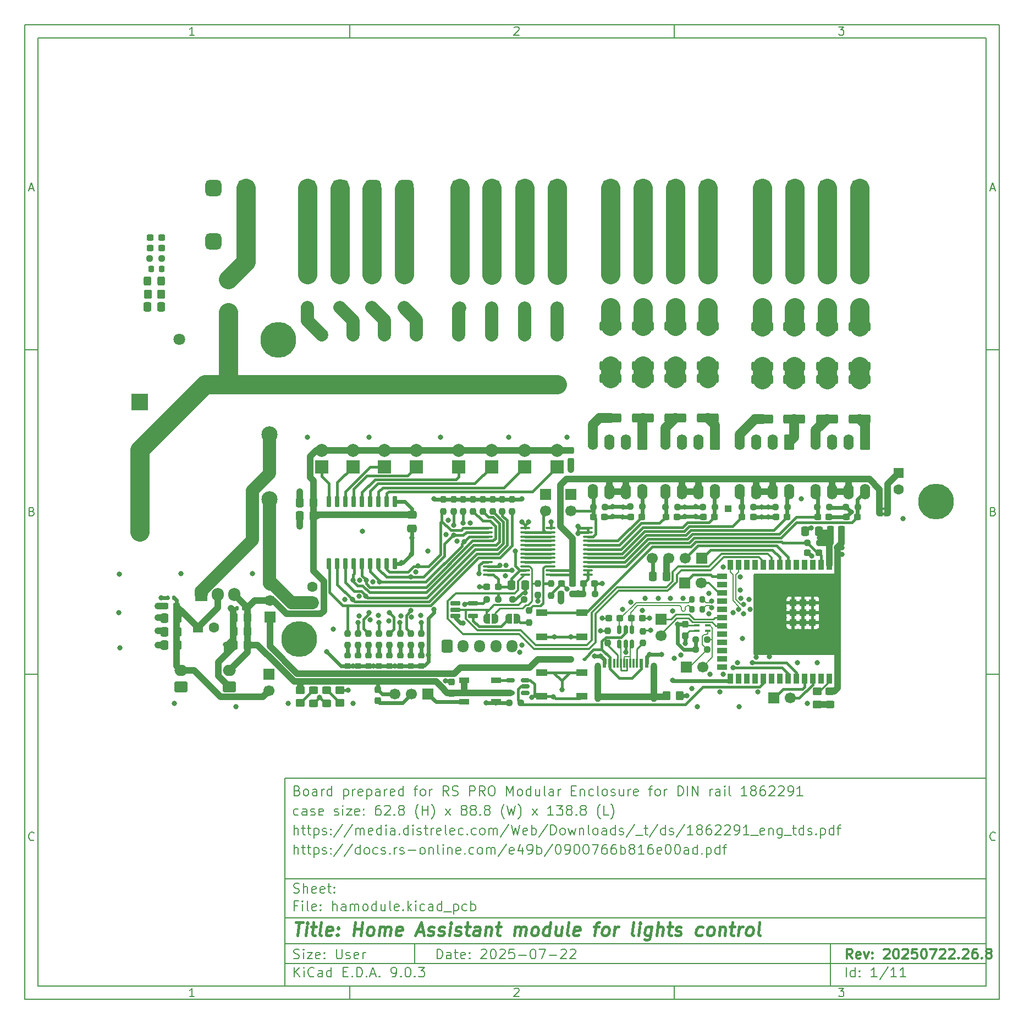
<source format=gtl>
%TF.GenerationSoftware,KiCad,Pcbnew,9.0.3*%
%TF.CreationDate,2025-07-28T22:00:09+02:00*%
%TF.ProjectId,hamodule,68616d6f-6475-46c6-952e-6b696361645f,20250722.26.8*%
%TF.SameCoordinates,Original*%
%TF.FileFunction,Copper,L1,Top*%
%TF.FilePolarity,Positive*%
%FSLAX46Y46*%
G04 Gerber Fmt 4.6, Leading zero omitted, Abs format (unit mm)*
G04 Created by KiCad (PCBNEW 9.0.3) date 2025-07-28 22:00:09*
%MOMM*%
%LPD*%
G01*
G04 APERTURE LIST*
G04 Aperture macros list*
%AMRoundRect*
0 Rectangle with rounded corners*
0 $1 Rounding radius*
0 $2 $3 $4 $5 $6 $7 $8 $9 X,Y pos of 4 corners*
0 Add a 4 corners polygon primitive as box body*
4,1,4,$2,$3,$4,$5,$6,$7,$8,$9,$2,$3,0*
0 Add four circle primitives for the rounded corners*
1,1,$1+$1,$2,$3*
1,1,$1+$1,$4,$5*
1,1,$1+$1,$6,$7*
1,1,$1+$1,$8,$9*
0 Add four rect primitives between the rounded corners*
20,1,$1+$1,$2,$3,$4,$5,0*
20,1,$1+$1,$4,$5,$6,$7,0*
20,1,$1+$1,$6,$7,$8,$9,0*
20,1,$1+$1,$8,$9,$2,$3,0*%
%AMFreePoly0*
4,1,23,0.500000,-0.750000,0.000000,-0.750000,0.000000,-0.745722,-0.065263,-0.745722,-0.191342,-0.711940,-0.304381,-0.646677,-0.396677,-0.554381,-0.461940,-0.441342,-0.495722,-0.315263,-0.495722,-0.250000,-0.500000,-0.250000,-0.500000,0.250000,-0.495722,0.250000,-0.495722,0.315263,-0.461940,0.441342,-0.396677,0.554381,-0.304381,0.646677,-0.191342,0.711940,-0.065263,0.745722,0.000000,0.745722,
0.000000,0.750000,0.500000,0.750000,0.500000,-0.750000,0.500000,-0.750000,$1*%
%AMFreePoly1*
4,1,23,0.000000,0.745722,0.065263,0.745722,0.191342,0.711940,0.304381,0.646677,0.396677,0.554381,0.461940,0.441342,0.495722,0.315263,0.495722,0.250000,0.500000,0.250000,0.500000,-0.250000,0.495722,-0.250000,0.495722,-0.315263,0.461940,-0.441342,0.396677,-0.554381,0.304381,-0.646677,0.191342,-0.711940,0.065263,-0.745722,0.000000,-0.745722,0.000000,-0.750000,-0.500000,-0.750000,
-0.500000,0.750000,0.000000,0.750000,0.000000,0.745722,0.000000,0.745722,$1*%
G04 Aperture macros list end*
%ADD10C,0.100000*%
%ADD11C,0.150000*%
%ADD12C,0.300000*%
%ADD13C,0.400000*%
%TA.AperFunction,EtchedComponent*%
%ADD14C,0.000000*%
%TD*%
%TA.AperFunction,ComponentPad*%
%ADD15C,2.000000*%
%TD*%
%TA.AperFunction,ComponentPad*%
%ADD16C,1.800000*%
%TD*%
%TA.AperFunction,ComponentPad*%
%ADD17C,5.500000*%
%TD*%
%TA.AperFunction,ComponentPad*%
%ADD18C,1.700000*%
%TD*%
%TA.AperFunction,ComponentPad*%
%ADD19R,1.700000X1.700000*%
%TD*%
%TA.AperFunction,SMDPad,CuDef*%
%ADD20RoundRect,0.249999X-1.425001X0.450001X-1.425001X-0.450001X1.425001X-0.450001X1.425001X0.450001X0*%
%TD*%
%TA.AperFunction,SMDPad,CuDef*%
%ADD21RoundRect,0.250000X0.450000X-0.325000X0.450000X0.325000X-0.450000X0.325000X-0.450000X-0.325000X0*%
%TD*%
%TA.AperFunction,SMDPad,CuDef*%
%ADD22RoundRect,0.250000X0.450000X-0.350000X0.450000X0.350000X-0.450000X0.350000X-0.450000X-0.350000X0*%
%TD*%
%TA.AperFunction,ComponentPad*%
%ADD23RoundRect,0.250000X0.750000X-0.600000X0.750000X0.600000X-0.750000X0.600000X-0.750000X-0.600000X0*%
%TD*%
%TA.AperFunction,ComponentPad*%
%ADD24O,2.000000X1.700000*%
%TD*%
%TA.AperFunction,SMDPad,CuDef*%
%ADD25RoundRect,0.250000X0.337500X0.475000X-0.337500X0.475000X-0.337500X-0.475000X0.337500X-0.475000X0*%
%TD*%
%TA.AperFunction,ComponentPad*%
%ADD26R,2.500000X2.500000*%
%TD*%
%TA.AperFunction,ComponentPad*%
%ADD27C,2.500000*%
%TD*%
%TA.AperFunction,ComponentPad*%
%ADD28R,1.905000X2.000000*%
%TD*%
%TA.AperFunction,ComponentPad*%
%ADD29O,1.905000X2.000000*%
%TD*%
%TA.AperFunction,ComponentPad*%
%ADD30RoundRect,0.625000X0.625000X0.625000X-0.625000X0.625000X-0.625000X-0.625000X0.625000X-0.625000X0*%
%TD*%
%TA.AperFunction,ComponentPad*%
%ADD31RoundRect,0.250000X-0.550000X0.950000X-0.550000X-0.950000X0.550000X-0.950000X0.550000X0.950000X0*%
%TD*%
%TA.AperFunction,ComponentPad*%
%ADD32O,1.600000X2.400000*%
%TD*%
%TA.AperFunction,SMDPad,CuDef*%
%ADD33RoundRect,0.237500X-0.250000X-0.237500X0.250000X-0.237500X0.250000X0.237500X-0.250000X0.237500X0*%
%TD*%
%TA.AperFunction,SMDPad,CuDef*%
%ADD34RoundRect,0.237500X0.300000X0.237500X-0.300000X0.237500X-0.300000X-0.237500X0.300000X-0.237500X0*%
%TD*%
%TA.AperFunction,SMDPad,CuDef*%
%ADD35R,1.800000X1.100000*%
%TD*%
%TA.AperFunction,SMDPad,CuDef*%
%ADD36RoundRect,0.237500X-0.300000X-0.237500X0.300000X-0.237500X0.300000X0.237500X-0.300000X0.237500X0*%
%TD*%
%TA.AperFunction,SMDPad,CuDef*%
%ADD37RoundRect,0.237500X-0.237500X0.300000X-0.237500X-0.300000X0.237500X-0.300000X0.237500X0.300000X0*%
%TD*%
%TA.AperFunction,SMDPad,CuDef*%
%ADD38RoundRect,0.237500X-0.237500X0.250000X-0.237500X-0.250000X0.237500X-0.250000X0.237500X0.250000X0*%
%TD*%
%TA.AperFunction,SMDPad,CuDef*%
%ADD39RoundRect,0.150000X0.150000X-0.725000X0.150000X0.725000X-0.150000X0.725000X-0.150000X-0.725000X0*%
%TD*%
%TA.AperFunction,ComponentPad*%
%ADD40R,1.600000X1.600000*%
%TD*%
%TA.AperFunction,ComponentPad*%
%ADD41C,1.600000*%
%TD*%
%TA.AperFunction,SMDPad,CuDef*%
%ADD42RoundRect,0.237500X0.237500X-0.250000X0.237500X0.250000X-0.237500X0.250000X-0.237500X-0.250000X0*%
%TD*%
%TA.AperFunction,SMDPad,CuDef*%
%ADD43RoundRect,0.218750X0.256250X-0.218750X0.256250X0.218750X-0.256250X0.218750X-0.256250X-0.218750X0*%
%TD*%
%TA.AperFunction,ComponentPad*%
%ADD44R,2.000000X2.000000*%
%TD*%
%TA.AperFunction,SMDPad,CuDef*%
%ADD45RoundRect,0.150000X0.512500X0.150000X-0.512500X0.150000X-0.512500X-0.150000X0.512500X-0.150000X0*%
%TD*%
%TA.AperFunction,SMDPad,CuDef*%
%ADD46RoundRect,0.200000X0.200000X0.275000X-0.200000X0.275000X-0.200000X-0.275000X0.200000X-0.275000X0*%
%TD*%
%TA.AperFunction,SMDPad,CuDef*%
%ADD47R,0.900000X1.500000*%
%TD*%
%TA.AperFunction,SMDPad,CuDef*%
%ADD48R,1.500000X0.900000*%
%TD*%
%TA.AperFunction,SMDPad,CuDef*%
%ADD49R,1.000000X1.000000*%
%TD*%
%TA.AperFunction,SMDPad,CuDef*%
%ADD50RoundRect,0.100000X0.637500X0.100000X-0.637500X0.100000X-0.637500X-0.100000X0.637500X-0.100000X0*%
%TD*%
%TA.AperFunction,SMDPad,CuDef*%
%ADD51RoundRect,0.237500X0.237500X-0.300000X0.237500X0.300000X-0.237500X0.300000X-0.237500X-0.300000X0*%
%TD*%
%TA.AperFunction,ComponentPad*%
%ADD52R,1.000000X1.000000*%
%TD*%
%TA.AperFunction,SMDPad,CuDef*%
%ADD53RoundRect,0.250000X-0.450000X0.325000X-0.450000X-0.325000X0.450000X-0.325000X0.450000X0.325000X0*%
%TD*%
%TA.AperFunction,SMDPad,CuDef*%
%ADD54RoundRect,0.112500X-0.187500X-0.112500X0.187500X-0.112500X0.187500X0.112500X-0.187500X0.112500X0*%
%TD*%
%TA.AperFunction,SMDPad,CuDef*%
%ADD55RoundRect,0.250000X0.350000X0.450000X-0.350000X0.450000X-0.350000X-0.450000X0.350000X-0.450000X0*%
%TD*%
%TA.AperFunction,SMDPad,CuDef*%
%ADD56RoundRect,0.140000X-0.140000X-0.170000X0.140000X-0.170000X0.140000X0.170000X-0.140000X0.170000X0*%
%TD*%
%TA.AperFunction,SMDPad,CuDef*%
%ADD57R,0.600000X1.450000*%
%TD*%
%TA.AperFunction,SMDPad,CuDef*%
%ADD58R,0.300000X1.450000*%
%TD*%
%TA.AperFunction,ComponentPad*%
%ADD59O,1.000000X2.100000*%
%TD*%
%TA.AperFunction,ComponentPad*%
%ADD60O,1.000000X1.600000*%
%TD*%
%TA.AperFunction,SMDPad,CuDef*%
%ADD61RoundRect,0.162500X-0.617500X-0.162500X0.617500X-0.162500X0.617500X0.162500X-0.617500X0.162500X0*%
%TD*%
%TA.AperFunction,ComponentPad*%
%ADD62RoundRect,0.250000X-0.600000X-0.725000X0.600000X-0.725000X0.600000X0.725000X-0.600000X0.725000X0*%
%TD*%
%TA.AperFunction,ComponentPad*%
%ADD63O,1.700000X1.950000*%
%TD*%
%TA.AperFunction,SMDPad,CuDef*%
%ADD64RoundRect,0.250000X0.325000X0.450000X-0.325000X0.450000X-0.325000X-0.450000X0.325000X-0.450000X0*%
%TD*%
%TA.AperFunction,SMDPad,CuDef*%
%ADD65RoundRect,0.250000X-0.337500X-0.475000X0.337500X-0.475000X0.337500X0.475000X-0.337500X0.475000X0*%
%TD*%
%TA.AperFunction,SMDPad,CuDef*%
%ADD66FreePoly0,180.000000*%
%TD*%
%TA.AperFunction,SMDPad,CuDef*%
%ADD67FreePoly1,180.000000*%
%TD*%
%TA.AperFunction,SMDPad,CuDef*%
%ADD68RoundRect,0.250000X-0.475000X0.337500X-0.475000X-0.337500X0.475000X-0.337500X0.475000X0.337500X0*%
%TD*%
%TA.AperFunction,SMDPad,CuDef*%
%ADD69RoundRect,0.090000X-0.660000X-0.360000X0.660000X-0.360000X0.660000X0.360000X-0.660000X0.360000X0*%
%TD*%
%TA.AperFunction,SMDPad,CuDef*%
%ADD70RoundRect,0.140000X0.140000X0.170000X-0.140000X0.170000X-0.140000X-0.170000X0.140000X-0.170000X0*%
%TD*%
%TA.AperFunction,SMDPad,CuDef*%
%ADD71RoundRect,0.250000X-0.350000X-0.450000X0.350000X-0.450000X0.350000X0.450000X-0.350000X0.450000X0*%
%TD*%
%TA.AperFunction,SMDPad,CuDef*%
%ADD72R,0.820000X0.304800*%
%TD*%
%TA.AperFunction,SMDPad,CuDef*%
%ADD73R,0.820000X0.308800*%
%TD*%
%TA.AperFunction,SMDPad,CuDef*%
%ADD74RoundRect,0.150000X0.150000X-0.512500X0.150000X0.512500X-0.150000X0.512500X-0.150000X-0.512500X0*%
%TD*%
%TA.AperFunction,SMDPad,CuDef*%
%ADD75RoundRect,0.237500X0.250000X0.237500X-0.250000X0.237500X-0.250000X-0.237500X0.250000X-0.237500X0*%
%TD*%
%TA.AperFunction,SMDPad,CuDef*%
%ADD76FreePoly0,0.000000*%
%TD*%
%TA.AperFunction,SMDPad,CuDef*%
%ADD77FreePoly1,0.000000*%
%TD*%
%TA.AperFunction,SMDPad,CuDef*%
%ADD78RoundRect,0.218750X0.218750X0.256250X-0.218750X0.256250X-0.218750X-0.256250X0.218750X-0.256250X0*%
%TD*%
%TA.AperFunction,ViaPad*%
%ADD79C,0.800000*%
%TD*%
%TA.AperFunction,Conductor*%
%ADD80C,0.600000*%
%TD*%
%TA.AperFunction,Conductor*%
%ADD81C,0.400000*%
%TD*%
%TA.AperFunction,Conductor*%
%ADD82C,3.000000*%
%TD*%
%TA.AperFunction,Conductor*%
%ADD83C,1.000000*%
%TD*%
%TA.AperFunction,Conductor*%
%ADD84C,0.250000*%
%TD*%
%TA.AperFunction,Conductor*%
%ADD85C,0.350000*%
%TD*%
%TA.AperFunction,Conductor*%
%ADD86C,2.000000*%
%TD*%
%TA.AperFunction,Conductor*%
%ADD87C,0.200000*%
%TD*%
%TA.AperFunction,Conductor*%
%ADD88C,1.500000*%
%TD*%
G04 APERTURE END LIST*
D10*
D11*
X50002000Y-126002000D02*
X158002000Y-126002000D01*
X158002000Y-158002000D01*
X50002000Y-158002000D01*
X50002000Y-126002000D01*
D10*
D11*
X10000000Y-10000000D02*
X160002000Y-10000000D01*
X160002000Y-160002000D01*
X10000000Y-160002000D01*
X10000000Y-10000000D01*
D10*
D11*
X12000000Y-12000000D02*
X158002000Y-12000000D01*
X158002000Y-158002000D01*
X12000000Y-158002000D01*
X12000000Y-12000000D01*
D10*
D11*
X60000000Y-12000000D02*
X60000000Y-10000000D01*
D10*
D11*
X110000000Y-12000000D02*
X110000000Y-10000000D01*
D10*
D11*
X160000000Y-12000000D02*
X160000000Y-10000000D01*
D10*
D11*
X36089160Y-11593604D02*
X35346303Y-11593604D01*
X35717731Y-11593604D02*
X35717731Y-10293604D01*
X35717731Y-10293604D02*
X35593922Y-10479319D01*
X35593922Y-10479319D02*
X35470112Y-10603128D01*
X35470112Y-10603128D02*
X35346303Y-10665033D01*
D10*
D11*
X85346303Y-10417414D02*
X85408207Y-10355509D01*
X85408207Y-10355509D02*
X85532017Y-10293604D01*
X85532017Y-10293604D02*
X85841541Y-10293604D01*
X85841541Y-10293604D02*
X85965350Y-10355509D01*
X85965350Y-10355509D02*
X86027255Y-10417414D01*
X86027255Y-10417414D02*
X86089160Y-10541223D01*
X86089160Y-10541223D02*
X86089160Y-10665033D01*
X86089160Y-10665033D02*
X86027255Y-10850747D01*
X86027255Y-10850747D02*
X85284398Y-11593604D01*
X85284398Y-11593604D02*
X86089160Y-11593604D01*
D10*
D11*
X135284398Y-10293604D02*
X136089160Y-10293604D01*
X136089160Y-10293604D02*
X135655826Y-10788842D01*
X135655826Y-10788842D02*
X135841541Y-10788842D01*
X135841541Y-10788842D02*
X135965350Y-10850747D01*
X135965350Y-10850747D02*
X136027255Y-10912652D01*
X136027255Y-10912652D02*
X136089160Y-11036461D01*
X136089160Y-11036461D02*
X136089160Y-11345985D01*
X136089160Y-11345985D02*
X136027255Y-11469795D01*
X136027255Y-11469795D02*
X135965350Y-11531700D01*
X135965350Y-11531700D02*
X135841541Y-11593604D01*
X135841541Y-11593604D02*
X135470112Y-11593604D01*
X135470112Y-11593604D02*
X135346303Y-11531700D01*
X135346303Y-11531700D02*
X135284398Y-11469795D01*
D10*
D11*
X60000000Y-158002000D02*
X60000000Y-160002000D01*
D10*
D11*
X110000000Y-158002000D02*
X110000000Y-160002000D01*
D10*
D11*
X160000000Y-158002000D02*
X160000000Y-160002000D01*
D10*
D11*
X36089160Y-159595604D02*
X35346303Y-159595604D01*
X35717731Y-159595604D02*
X35717731Y-158295604D01*
X35717731Y-158295604D02*
X35593922Y-158481319D01*
X35593922Y-158481319D02*
X35470112Y-158605128D01*
X35470112Y-158605128D02*
X35346303Y-158667033D01*
D10*
D11*
X85346303Y-158419414D02*
X85408207Y-158357509D01*
X85408207Y-158357509D02*
X85532017Y-158295604D01*
X85532017Y-158295604D02*
X85841541Y-158295604D01*
X85841541Y-158295604D02*
X85965350Y-158357509D01*
X85965350Y-158357509D02*
X86027255Y-158419414D01*
X86027255Y-158419414D02*
X86089160Y-158543223D01*
X86089160Y-158543223D02*
X86089160Y-158667033D01*
X86089160Y-158667033D02*
X86027255Y-158852747D01*
X86027255Y-158852747D02*
X85284398Y-159595604D01*
X85284398Y-159595604D02*
X86089160Y-159595604D01*
D10*
D11*
X135284398Y-158295604D02*
X136089160Y-158295604D01*
X136089160Y-158295604D02*
X135655826Y-158790842D01*
X135655826Y-158790842D02*
X135841541Y-158790842D01*
X135841541Y-158790842D02*
X135965350Y-158852747D01*
X135965350Y-158852747D02*
X136027255Y-158914652D01*
X136027255Y-158914652D02*
X136089160Y-159038461D01*
X136089160Y-159038461D02*
X136089160Y-159347985D01*
X136089160Y-159347985D02*
X136027255Y-159471795D01*
X136027255Y-159471795D02*
X135965350Y-159533700D01*
X135965350Y-159533700D02*
X135841541Y-159595604D01*
X135841541Y-159595604D02*
X135470112Y-159595604D01*
X135470112Y-159595604D02*
X135346303Y-159533700D01*
X135346303Y-159533700D02*
X135284398Y-159471795D01*
D10*
D11*
X10000000Y-60000000D02*
X12000000Y-60000000D01*
D10*
D11*
X10000000Y-110000000D02*
X12000000Y-110000000D01*
D10*
D11*
X10000000Y-160000000D02*
X12000000Y-160000000D01*
D10*
D11*
X10690476Y-35222176D02*
X11309523Y-35222176D01*
X10566666Y-35593604D02*
X10999999Y-34293604D01*
X10999999Y-34293604D02*
X11433333Y-35593604D01*
D10*
D11*
X11092857Y-84912652D02*
X11278571Y-84974557D01*
X11278571Y-84974557D02*
X11340476Y-85036461D01*
X11340476Y-85036461D02*
X11402380Y-85160271D01*
X11402380Y-85160271D02*
X11402380Y-85345985D01*
X11402380Y-85345985D02*
X11340476Y-85469795D01*
X11340476Y-85469795D02*
X11278571Y-85531700D01*
X11278571Y-85531700D02*
X11154761Y-85593604D01*
X11154761Y-85593604D02*
X10659523Y-85593604D01*
X10659523Y-85593604D02*
X10659523Y-84293604D01*
X10659523Y-84293604D02*
X11092857Y-84293604D01*
X11092857Y-84293604D02*
X11216666Y-84355509D01*
X11216666Y-84355509D02*
X11278571Y-84417414D01*
X11278571Y-84417414D02*
X11340476Y-84541223D01*
X11340476Y-84541223D02*
X11340476Y-84665033D01*
X11340476Y-84665033D02*
X11278571Y-84788842D01*
X11278571Y-84788842D02*
X11216666Y-84850747D01*
X11216666Y-84850747D02*
X11092857Y-84912652D01*
X11092857Y-84912652D02*
X10659523Y-84912652D01*
D10*
D11*
X11402380Y-135469795D02*
X11340476Y-135531700D01*
X11340476Y-135531700D02*
X11154761Y-135593604D01*
X11154761Y-135593604D02*
X11030952Y-135593604D01*
X11030952Y-135593604D02*
X10845238Y-135531700D01*
X10845238Y-135531700D02*
X10721428Y-135407890D01*
X10721428Y-135407890D02*
X10659523Y-135284080D01*
X10659523Y-135284080D02*
X10597619Y-135036461D01*
X10597619Y-135036461D02*
X10597619Y-134850747D01*
X10597619Y-134850747D02*
X10659523Y-134603128D01*
X10659523Y-134603128D02*
X10721428Y-134479319D01*
X10721428Y-134479319D02*
X10845238Y-134355509D01*
X10845238Y-134355509D02*
X11030952Y-134293604D01*
X11030952Y-134293604D02*
X11154761Y-134293604D01*
X11154761Y-134293604D02*
X11340476Y-134355509D01*
X11340476Y-134355509D02*
X11402380Y-134417414D01*
D10*
D11*
X160002000Y-60000000D02*
X158002000Y-60000000D01*
D10*
D11*
X160002000Y-110000000D02*
X158002000Y-110000000D01*
D10*
D11*
X160002000Y-160000000D02*
X158002000Y-160000000D01*
D10*
D11*
X158692476Y-35222176D02*
X159311523Y-35222176D01*
X158568666Y-35593604D02*
X159001999Y-34293604D01*
X159001999Y-34293604D02*
X159435333Y-35593604D01*
D10*
D11*
X159094857Y-84912652D02*
X159280571Y-84974557D01*
X159280571Y-84974557D02*
X159342476Y-85036461D01*
X159342476Y-85036461D02*
X159404380Y-85160271D01*
X159404380Y-85160271D02*
X159404380Y-85345985D01*
X159404380Y-85345985D02*
X159342476Y-85469795D01*
X159342476Y-85469795D02*
X159280571Y-85531700D01*
X159280571Y-85531700D02*
X159156761Y-85593604D01*
X159156761Y-85593604D02*
X158661523Y-85593604D01*
X158661523Y-85593604D02*
X158661523Y-84293604D01*
X158661523Y-84293604D02*
X159094857Y-84293604D01*
X159094857Y-84293604D02*
X159218666Y-84355509D01*
X159218666Y-84355509D02*
X159280571Y-84417414D01*
X159280571Y-84417414D02*
X159342476Y-84541223D01*
X159342476Y-84541223D02*
X159342476Y-84665033D01*
X159342476Y-84665033D02*
X159280571Y-84788842D01*
X159280571Y-84788842D02*
X159218666Y-84850747D01*
X159218666Y-84850747D02*
X159094857Y-84912652D01*
X159094857Y-84912652D02*
X158661523Y-84912652D01*
D10*
D11*
X159404380Y-135469795D02*
X159342476Y-135531700D01*
X159342476Y-135531700D02*
X159156761Y-135593604D01*
X159156761Y-135593604D02*
X159032952Y-135593604D01*
X159032952Y-135593604D02*
X158847238Y-135531700D01*
X158847238Y-135531700D02*
X158723428Y-135407890D01*
X158723428Y-135407890D02*
X158661523Y-135284080D01*
X158661523Y-135284080D02*
X158599619Y-135036461D01*
X158599619Y-135036461D02*
X158599619Y-134850747D01*
X158599619Y-134850747D02*
X158661523Y-134603128D01*
X158661523Y-134603128D02*
X158723428Y-134479319D01*
X158723428Y-134479319D02*
X158847238Y-134355509D01*
X158847238Y-134355509D02*
X159032952Y-134293604D01*
X159032952Y-134293604D02*
X159156761Y-134293604D01*
X159156761Y-134293604D02*
X159342476Y-134355509D01*
X159342476Y-134355509D02*
X159404380Y-134417414D01*
D10*
D11*
X73457826Y-153788128D02*
X73457826Y-152288128D01*
X73457826Y-152288128D02*
X73814969Y-152288128D01*
X73814969Y-152288128D02*
X74029255Y-152359557D01*
X74029255Y-152359557D02*
X74172112Y-152502414D01*
X74172112Y-152502414D02*
X74243541Y-152645271D01*
X74243541Y-152645271D02*
X74314969Y-152930985D01*
X74314969Y-152930985D02*
X74314969Y-153145271D01*
X74314969Y-153145271D02*
X74243541Y-153430985D01*
X74243541Y-153430985D02*
X74172112Y-153573842D01*
X74172112Y-153573842D02*
X74029255Y-153716700D01*
X74029255Y-153716700D02*
X73814969Y-153788128D01*
X73814969Y-153788128D02*
X73457826Y-153788128D01*
X75600684Y-153788128D02*
X75600684Y-153002414D01*
X75600684Y-153002414D02*
X75529255Y-152859557D01*
X75529255Y-152859557D02*
X75386398Y-152788128D01*
X75386398Y-152788128D02*
X75100684Y-152788128D01*
X75100684Y-152788128D02*
X74957826Y-152859557D01*
X75600684Y-153716700D02*
X75457826Y-153788128D01*
X75457826Y-153788128D02*
X75100684Y-153788128D01*
X75100684Y-153788128D02*
X74957826Y-153716700D01*
X74957826Y-153716700D02*
X74886398Y-153573842D01*
X74886398Y-153573842D02*
X74886398Y-153430985D01*
X74886398Y-153430985D02*
X74957826Y-153288128D01*
X74957826Y-153288128D02*
X75100684Y-153216700D01*
X75100684Y-153216700D02*
X75457826Y-153216700D01*
X75457826Y-153216700D02*
X75600684Y-153145271D01*
X76100684Y-152788128D02*
X76672112Y-152788128D01*
X76314969Y-152288128D02*
X76314969Y-153573842D01*
X76314969Y-153573842D02*
X76386398Y-153716700D01*
X76386398Y-153716700D02*
X76529255Y-153788128D01*
X76529255Y-153788128D02*
X76672112Y-153788128D01*
X77743541Y-153716700D02*
X77600684Y-153788128D01*
X77600684Y-153788128D02*
X77314970Y-153788128D01*
X77314970Y-153788128D02*
X77172112Y-153716700D01*
X77172112Y-153716700D02*
X77100684Y-153573842D01*
X77100684Y-153573842D02*
X77100684Y-153002414D01*
X77100684Y-153002414D02*
X77172112Y-152859557D01*
X77172112Y-152859557D02*
X77314970Y-152788128D01*
X77314970Y-152788128D02*
X77600684Y-152788128D01*
X77600684Y-152788128D02*
X77743541Y-152859557D01*
X77743541Y-152859557D02*
X77814970Y-153002414D01*
X77814970Y-153002414D02*
X77814970Y-153145271D01*
X77814970Y-153145271D02*
X77100684Y-153288128D01*
X78457826Y-153645271D02*
X78529255Y-153716700D01*
X78529255Y-153716700D02*
X78457826Y-153788128D01*
X78457826Y-153788128D02*
X78386398Y-153716700D01*
X78386398Y-153716700D02*
X78457826Y-153645271D01*
X78457826Y-153645271D02*
X78457826Y-153788128D01*
X78457826Y-152859557D02*
X78529255Y-152930985D01*
X78529255Y-152930985D02*
X78457826Y-153002414D01*
X78457826Y-153002414D02*
X78386398Y-152930985D01*
X78386398Y-152930985D02*
X78457826Y-152859557D01*
X78457826Y-152859557D02*
X78457826Y-153002414D01*
X80243541Y-152430985D02*
X80314969Y-152359557D01*
X80314969Y-152359557D02*
X80457827Y-152288128D01*
X80457827Y-152288128D02*
X80814969Y-152288128D01*
X80814969Y-152288128D02*
X80957827Y-152359557D01*
X80957827Y-152359557D02*
X81029255Y-152430985D01*
X81029255Y-152430985D02*
X81100684Y-152573842D01*
X81100684Y-152573842D02*
X81100684Y-152716700D01*
X81100684Y-152716700D02*
X81029255Y-152930985D01*
X81029255Y-152930985D02*
X80172112Y-153788128D01*
X80172112Y-153788128D02*
X81100684Y-153788128D01*
X82029255Y-152288128D02*
X82172112Y-152288128D01*
X82172112Y-152288128D02*
X82314969Y-152359557D01*
X82314969Y-152359557D02*
X82386398Y-152430985D01*
X82386398Y-152430985D02*
X82457826Y-152573842D01*
X82457826Y-152573842D02*
X82529255Y-152859557D01*
X82529255Y-152859557D02*
X82529255Y-153216700D01*
X82529255Y-153216700D02*
X82457826Y-153502414D01*
X82457826Y-153502414D02*
X82386398Y-153645271D01*
X82386398Y-153645271D02*
X82314969Y-153716700D01*
X82314969Y-153716700D02*
X82172112Y-153788128D01*
X82172112Y-153788128D02*
X82029255Y-153788128D01*
X82029255Y-153788128D02*
X81886398Y-153716700D01*
X81886398Y-153716700D02*
X81814969Y-153645271D01*
X81814969Y-153645271D02*
X81743540Y-153502414D01*
X81743540Y-153502414D02*
X81672112Y-153216700D01*
X81672112Y-153216700D02*
X81672112Y-152859557D01*
X81672112Y-152859557D02*
X81743540Y-152573842D01*
X81743540Y-152573842D02*
X81814969Y-152430985D01*
X81814969Y-152430985D02*
X81886398Y-152359557D01*
X81886398Y-152359557D02*
X82029255Y-152288128D01*
X83100683Y-152430985D02*
X83172111Y-152359557D01*
X83172111Y-152359557D02*
X83314969Y-152288128D01*
X83314969Y-152288128D02*
X83672111Y-152288128D01*
X83672111Y-152288128D02*
X83814969Y-152359557D01*
X83814969Y-152359557D02*
X83886397Y-152430985D01*
X83886397Y-152430985D02*
X83957826Y-152573842D01*
X83957826Y-152573842D02*
X83957826Y-152716700D01*
X83957826Y-152716700D02*
X83886397Y-152930985D01*
X83886397Y-152930985D02*
X83029254Y-153788128D01*
X83029254Y-153788128D02*
X83957826Y-153788128D01*
X85314968Y-152288128D02*
X84600682Y-152288128D01*
X84600682Y-152288128D02*
X84529254Y-153002414D01*
X84529254Y-153002414D02*
X84600682Y-152930985D01*
X84600682Y-152930985D02*
X84743540Y-152859557D01*
X84743540Y-152859557D02*
X85100682Y-152859557D01*
X85100682Y-152859557D02*
X85243540Y-152930985D01*
X85243540Y-152930985D02*
X85314968Y-153002414D01*
X85314968Y-153002414D02*
X85386397Y-153145271D01*
X85386397Y-153145271D02*
X85386397Y-153502414D01*
X85386397Y-153502414D02*
X85314968Y-153645271D01*
X85314968Y-153645271D02*
X85243540Y-153716700D01*
X85243540Y-153716700D02*
X85100682Y-153788128D01*
X85100682Y-153788128D02*
X84743540Y-153788128D01*
X84743540Y-153788128D02*
X84600682Y-153716700D01*
X84600682Y-153716700D02*
X84529254Y-153645271D01*
X86029253Y-153216700D02*
X87172111Y-153216700D01*
X88172111Y-152288128D02*
X88314968Y-152288128D01*
X88314968Y-152288128D02*
X88457825Y-152359557D01*
X88457825Y-152359557D02*
X88529254Y-152430985D01*
X88529254Y-152430985D02*
X88600682Y-152573842D01*
X88600682Y-152573842D02*
X88672111Y-152859557D01*
X88672111Y-152859557D02*
X88672111Y-153216700D01*
X88672111Y-153216700D02*
X88600682Y-153502414D01*
X88600682Y-153502414D02*
X88529254Y-153645271D01*
X88529254Y-153645271D02*
X88457825Y-153716700D01*
X88457825Y-153716700D02*
X88314968Y-153788128D01*
X88314968Y-153788128D02*
X88172111Y-153788128D01*
X88172111Y-153788128D02*
X88029254Y-153716700D01*
X88029254Y-153716700D02*
X87957825Y-153645271D01*
X87957825Y-153645271D02*
X87886396Y-153502414D01*
X87886396Y-153502414D02*
X87814968Y-153216700D01*
X87814968Y-153216700D02*
X87814968Y-152859557D01*
X87814968Y-152859557D02*
X87886396Y-152573842D01*
X87886396Y-152573842D02*
X87957825Y-152430985D01*
X87957825Y-152430985D02*
X88029254Y-152359557D01*
X88029254Y-152359557D02*
X88172111Y-152288128D01*
X89172110Y-152288128D02*
X90172110Y-152288128D01*
X90172110Y-152288128D02*
X89529253Y-153788128D01*
X90743538Y-153216700D02*
X91886396Y-153216700D01*
X92529253Y-152430985D02*
X92600681Y-152359557D01*
X92600681Y-152359557D02*
X92743539Y-152288128D01*
X92743539Y-152288128D02*
X93100681Y-152288128D01*
X93100681Y-152288128D02*
X93243539Y-152359557D01*
X93243539Y-152359557D02*
X93314967Y-152430985D01*
X93314967Y-152430985D02*
X93386396Y-152573842D01*
X93386396Y-152573842D02*
X93386396Y-152716700D01*
X93386396Y-152716700D02*
X93314967Y-152930985D01*
X93314967Y-152930985D02*
X92457824Y-153788128D01*
X92457824Y-153788128D02*
X93386396Y-153788128D01*
X93957824Y-152430985D02*
X94029252Y-152359557D01*
X94029252Y-152359557D02*
X94172110Y-152288128D01*
X94172110Y-152288128D02*
X94529252Y-152288128D01*
X94529252Y-152288128D02*
X94672110Y-152359557D01*
X94672110Y-152359557D02*
X94743538Y-152430985D01*
X94743538Y-152430985D02*
X94814967Y-152573842D01*
X94814967Y-152573842D02*
X94814967Y-152716700D01*
X94814967Y-152716700D02*
X94743538Y-152930985D01*
X94743538Y-152930985D02*
X93886395Y-153788128D01*
X93886395Y-153788128D02*
X94814967Y-153788128D01*
D10*
D11*
X50002000Y-154502000D02*
X158002000Y-154502000D01*
D10*
D11*
X51457826Y-156588128D02*
X51457826Y-155088128D01*
X52314969Y-156588128D02*
X51672112Y-155730985D01*
X52314969Y-155088128D02*
X51457826Y-155945271D01*
X52957826Y-156588128D02*
X52957826Y-155588128D01*
X52957826Y-155088128D02*
X52886398Y-155159557D01*
X52886398Y-155159557D02*
X52957826Y-155230985D01*
X52957826Y-155230985D02*
X53029255Y-155159557D01*
X53029255Y-155159557D02*
X52957826Y-155088128D01*
X52957826Y-155088128D02*
X52957826Y-155230985D01*
X54529255Y-156445271D02*
X54457827Y-156516700D01*
X54457827Y-156516700D02*
X54243541Y-156588128D01*
X54243541Y-156588128D02*
X54100684Y-156588128D01*
X54100684Y-156588128D02*
X53886398Y-156516700D01*
X53886398Y-156516700D02*
X53743541Y-156373842D01*
X53743541Y-156373842D02*
X53672112Y-156230985D01*
X53672112Y-156230985D02*
X53600684Y-155945271D01*
X53600684Y-155945271D02*
X53600684Y-155730985D01*
X53600684Y-155730985D02*
X53672112Y-155445271D01*
X53672112Y-155445271D02*
X53743541Y-155302414D01*
X53743541Y-155302414D02*
X53886398Y-155159557D01*
X53886398Y-155159557D02*
X54100684Y-155088128D01*
X54100684Y-155088128D02*
X54243541Y-155088128D01*
X54243541Y-155088128D02*
X54457827Y-155159557D01*
X54457827Y-155159557D02*
X54529255Y-155230985D01*
X55814970Y-156588128D02*
X55814970Y-155802414D01*
X55814970Y-155802414D02*
X55743541Y-155659557D01*
X55743541Y-155659557D02*
X55600684Y-155588128D01*
X55600684Y-155588128D02*
X55314970Y-155588128D01*
X55314970Y-155588128D02*
X55172112Y-155659557D01*
X55814970Y-156516700D02*
X55672112Y-156588128D01*
X55672112Y-156588128D02*
X55314970Y-156588128D01*
X55314970Y-156588128D02*
X55172112Y-156516700D01*
X55172112Y-156516700D02*
X55100684Y-156373842D01*
X55100684Y-156373842D02*
X55100684Y-156230985D01*
X55100684Y-156230985D02*
X55172112Y-156088128D01*
X55172112Y-156088128D02*
X55314970Y-156016700D01*
X55314970Y-156016700D02*
X55672112Y-156016700D01*
X55672112Y-156016700D02*
X55814970Y-155945271D01*
X57172113Y-156588128D02*
X57172113Y-155088128D01*
X57172113Y-156516700D02*
X57029255Y-156588128D01*
X57029255Y-156588128D02*
X56743541Y-156588128D01*
X56743541Y-156588128D02*
X56600684Y-156516700D01*
X56600684Y-156516700D02*
X56529255Y-156445271D01*
X56529255Y-156445271D02*
X56457827Y-156302414D01*
X56457827Y-156302414D02*
X56457827Y-155873842D01*
X56457827Y-155873842D02*
X56529255Y-155730985D01*
X56529255Y-155730985D02*
X56600684Y-155659557D01*
X56600684Y-155659557D02*
X56743541Y-155588128D01*
X56743541Y-155588128D02*
X57029255Y-155588128D01*
X57029255Y-155588128D02*
X57172113Y-155659557D01*
X59029255Y-155802414D02*
X59529255Y-155802414D01*
X59743541Y-156588128D02*
X59029255Y-156588128D01*
X59029255Y-156588128D02*
X59029255Y-155088128D01*
X59029255Y-155088128D02*
X59743541Y-155088128D01*
X60386398Y-156445271D02*
X60457827Y-156516700D01*
X60457827Y-156516700D02*
X60386398Y-156588128D01*
X60386398Y-156588128D02*
X60314970Y-156516700D01*
X60314970Y-156516700D02*
X60386398Y-156445271D01*
X60386398Y-156445271D02*
X60386398Y-156588128D01*
X61100684Y-156588128D02*
X61100684Y-155088128D01*
X61100684Y-155088128D02*
X61457827Y-155088128D01*
X61457827Y-155088128D02*
X61672113Y-155159557D01*
X61672113Y-155159557D02*
X61814970Y-155302414D01*
X61814970Y-155302414D02*
X61886399Y-155445271D01*
X61886399Y-155445271D02*
X61957827Y-155730985D01*
X61957827Y-155730985D02*
X61957827Y-155945271D01*
X61957827Y-155945271D02*
X61886399Y-156230985D01*
X61886399Y-156230985D02*
X61814970Y-156373842D01*
X61814970Y-156373842D02*
X61672113Y-156516700D01*
X61672113Y-156516700D02*
X61457827Y-156588128D01*
X61457827Y-156588128D02*
X61100684Y-156588128D01*
X62600684Y-156445271D02*
X62672113Y-156516700D01*
X62672113Y-156516700D02*
X62600684Y-156588128D01*
X62600684Y-156588128D02*
X62529256Y-156516700D01*
X62529256Y-156516700D02*
X62600684Y-156445271D01*
X62600684Y-156445271D02*
X62600684Y-156588128D01*
X63243542Y-156159557D02*
X63957828Y-156159557D01*
X63100685Y-156588128D02*
X63600685Y-155088128D01*
X63600685Y-155088128D02*
X64100685Y-156588128D01*
X64600684Y-156445271D02*
X64672113Y-156516700D01*
X64672113Y-156516700D02*
X64600684Y-156588128D01*
X64600684Y-156588128D02*
X64529256Y-156516700D01*
X64529256Y-156516700D02*
X64600684Y-156445271D01*
X64600684Y-156445271D02*
X64600684Y-156588128D01*
X66529256Y-156588128D02*
X66814970Y-156588128D01*
X66814970Y-156588128D02*
X66957827Y-156516700D01*
X66957827Y-156516700D02*
X67029256Y-156445271D01*
X67029256Y-156445271D02*
X67172113Y-156230985D01*
X67172113Y-156230985D02*
X67243542Y-155945271D01*
X67243542Y-155945271D02*
X67243542Y-155373842D01*
X67243542Y-155373842D02*
X67172113Y-155230985D01*
X67172113Y-155230985D02*
X67100685Y-155159557D01*
X67100685Y-155159557D02*
X66957827Y-155088128D01*
X66957827Y-155088128D02*
X66672113Y-155088128D01*
X66672113Y-155088128D02*
X66529256Y-155159557D01*
X66529256Y-155159557D02*
X66457827Y-155230985D01*
X66457827Y-155230985D02*
X66386399Y-155373842D01*
X66386399Y-155373842D02*
X66386399Y-155730985D01*
X66386399Y-155730985D02*
X66457827Y-155873842D01*
X66457827Y-155873842D02*
X66529256Y-155945271D01*
X66529256Y-155945271D02*
X66672113Y-156016700D01*
X66672113Y-156016700D02*
X66957827Y-156016700D01*
X66957827Y-156016700D02*
X67100685Y-155945271D01*
X67100685Y-155945271D02*
X67172113Y-155873842D01*
X67172113Y-155873842D02*
X67243542Y-155730985D01*
X67886398Y-156445271D02*
X67957827Y-156516700D01*
X67957827Y-156516700D02*
X67886398Y-156588128D01*
X67886398Y-156588128D02*
X67814970Y-156516700D01*
X67814970Y-156516700D02*
X67886398Y-156445271D01*
X67886398Y-156445271D02*
X67886398Y-156588128D01*
X68886399Y-155088128D02*
X69029256Y-155088128D01*
X69029256Y-155088128D02*
X69172113Y-155159557D01*
X69172113Y-155159557D02*
X69243542Y-155230985D01*
X69243542Y-155230985D02*
X69314970Y-155373842D01*
X69314970Y-155373842D02*
X69386399Y-155659557D01*
X69386399Y-155659557D02*
X69386399Y-156016700D01*
X69386399Y-156016700D02*
X69314970Y-156302414D01*
X69314970Y-156302414D02*
X69243542Y-156445271D01*
X69243542Y-156445271D02*
X69172113Y-156516700D01*
X69172113Y-156516700D02*
X69029256Y-156588128D01*
X69029256Y-156588128D02*
X68886399Y-156588128D01*
X68886399Y-156588128D02*
X68743542Y-156516700D01*
X68743542Y-156516700D02*
X68672113Y-156445271D01*
X68672113Y-156445271D02*
X68600684Y-156302414D01*
X68600684Y-156302414D02*
X68529256Y-156016700D01*
X68529256Y-156016700D02*
X68529256Y-155659557D01*
X68529256Y-155659557D02*
X68600684Y-155373842D01*
X68600684Y-155373842D02*
X68672113Y-155230985D01*
X68672113Y-155230985D02*
X68743542Y-155159557D01*
X68743542Y-155159557D02*
X68886399Y-155088128D01*
X70029255Y-156445271D02*
X70100684Y-156516700D01*
X70100684Y-156516700D02*
X70029255Y-156588128D01*
X70029255Y-156588128D02*
X69957827Y-156516700D01*
X69957827Y-156516700D02*
X70029255Y-156445271D01*
X70029255Y-156445271D02*
X70029255Y-156588128D01*
X70600684Y-155088128D02*
X71529256Y-155088128D01*
X71529256Y-155088128D02*
X71029256Y-155659557D01*
X71029256Y-155659557D02*
X71243541Y-155659557D01*
X71243541Y-155659557D02*
X71386399Y-155730985D01*
X71386399Y-155730985D02*
X71457827Y-155802414D01*
X71457827Y-155802414D02*
X71529256Y-155945271D01*
X71529256Y-155945271D02*
X71529256Y-156302414D01*
X71529256Y-156302414D02*
X71457827Y-156445271D01*
X71457827Y-156445271D02*
X71386399Y-156516700D01*
X71386399Y-156516700D02*
X71243541Y-156588128D01*
X71243541Y-156588128D02*
X70814970Y-156588128D01*
X70814970Y-156588128D02*
X70672113Y-156516700D01*
X70672113Y-156516700D02*
X70600684Y-156445271D01*
D10*
D11*
X50002000Y-151502000D02*
X158002000Y-151502000D01*
D10*
D12*
X137413653Y-153780328D02*
X136913653Y-153066042D01*
X136556510Y-153780328D02*
X136556510Y-152280328D01*
X136556510Y-152280328D02*
X137127939Y-152280328D01*
X137127939Y-152280328D02*
X137270796Y-152351757D01*
X137270796Y-152351757D02*
X137342225Y-152423185D01*
X137342225Y-152423185D02*
X137413653Y-152566042D01*
X137413653Y-152566042D02*
X137413653Y-152780328D01*
X137413653Y-152780328D02*
X137342225Y-152923185D01*
X137342225Y-152923185D02*
X137270796Y-152994614D01*
X137270796Y-152994614D02*
X137127939Y-153066042D01*
X137127939Y-153066042D02*
X136556510Y-153066042D01*
X138627939Y-153708900D02*
X138485082Y-153780328D01*
X138485082Y-153780328D02*
X138199368Y-153780328D01*
X138199368Y-153780328D02*
X138056510Y-153708900D01*
X138056510Y-153708900D02*
X137985082Y-153566042D01*
X137985082Y-153566042D02*
X137985082Y-152994614D01*
X137985082Y-152994614D02*
X138056510Y-152851757D01*
X138056510Y-152851757D02*
X138199368Y-152780328D01*
X138199368Y-152780328D02*
X138485082Y-152780328D01*
X138485082Y-152780328D02*
X138627939Y-152851757D01*
X138627939Y-152851757D02*
X138699368Y-152994614D01*
X138699368Y-152994614D02*
X138699368Y-153137471D01*
X138699368Y-153137471D02*
X137985082Y-153280328D01*
X139199367Y-152780328D02*
X139556510Y-153780328D01*
X139556510Y-153780328D02*
X139913653Y-152780328D01*
X140485081Y-153637471D02*
X140556510Y-153708900D01*
X140556510Y-153708900D02*
X140485081Y-153780328D01*
X140485081Y-153780328D02*
X140413653Y-153708900D01*
X140413653Y-153708900D02*
X140485081Y-153637471D01*
X140485081Y-153637471D02*
X140485081Y-153780328D01*
X140485081Y-152851757D02*
X140556510Y-152923185D01*
X140556510Y-152923185D02*
X140485081Y-152994614D01*
X140485081Y-152994614D02*
X140413653Y-152923185D01*
X140413653Y-152923185D02*
X140485081Y-152851757D01*
X140485081Y-152851757D02*
X140485081Y-152994614D01*
X142270796Y-152423185D02*
X142342224Y-152351757D01*
X142342224Y-152351757D02*
X142485082Y-152280328D01*
X142485082Y-152280328D02*
X142842224Y-152280328D01*
X142842224Y-152280328D02*
X142985082Y-152351757D01*
X142985082Y-152351757D02*
X143056510Y-152423185D01*
X143056510Y-152423185D02*
X143127939Y-152566042D01*
X143127939Y-152566042D02*
X143127939Y-152708900D01*
X143127939Y-152708900D02*
X143056510Y-152923185D01*
X143056510Y-152923185D02*
X142199367Y-153780328D01*
X142199367Y-153780328D02*
X143127939Y-153780328D01*
X144056510Y-152280328D02*
X144199367Y-152280328D01*
X144199367Y-152280328D02*
X144342224Y-152351757D01*
X144342224Y-152351757D02*
X144413653Y-152423185D01*
X144413653Y-152423185D02*
X144485081Y-152566042D01*
X144485081Y-152566042D02*
X144556510Y-152851757D01*
X144556510Y-152851757D02*
X144556510Y-153208900D01*
X144556510Y-153208900D02*
X144485081Y-153494614D01*
X144485081Y-153494614D02*
X144413653Y-153637471D01*
X144413653Y-153637471D02*
X144342224Y-153708900D01*
X144342224Y-153708900D02*
X144199367Y-153780328D01*
X144199367Y-153780328D02*
X144056510Y-153780328D01*
X144056510Y-153780328D02*
X143913653Y-153708900D01*
X143913653Y-153708900D02*
X143842224Y-153637471D01*
X143842224Y-153637471D02*
X143770795Y-153494614D01*
X143770795Y-153494614D02*
X143699367Y-153208900D01*
X143699367Y-153208900D02*
X143699367Y-152851757D01*
X143699367Y-152851757D02*
X143770795Y-152566042D01*
X143770795Y-152566042D02*
X143842224Y-152423185D01*
X143842224Y-152423185D02*
X143913653Y-152351757D01*
X143913653Y-152351757D02*
X144056510Y-152280328D01*
X145127938Y-152423185D02*
X145199366Y-152351757D01*
X145199366Y-152351757D02*
X145342224Y-152280328D01*
X145342224Y-152280328D02*
X145699366Y-152280328D01*
X145699366Y-152280328D02*
X145842224Y-152351757D01*
X145842224Y-152351757D02*
X145913652Y-152423185D01*
X145913652Y-152423185D02*
X145985081Y-152566042D01*
X145985081Y-152566042D02*
X145985081Y-152708900D01*
X145985081Y-152708900D02*
X145913652Y-152923185D01*
X145913652Y-152923185D02*
X145056509Y-153780328D01*
X145056509Y-153780328D02*
X145985081Y-153780328D01*
X147342223Y-152280328D02*
X146627937Y-152280328D01*
X146627937Y-152280328D02*
X146556509Y-152994614D01*
X146556509Y-152994614D02*
X146627937Y-152923185D01*
X146627937Y-152923185D02*
X146770795Y-152851757D01*
X146770795Y-152851757D02*
X147127937Y-152851757D01*
X147127937Y-152851757D02*
X147270795Y-152923185D01*
X147270795Y-152923185D02*
X147342223Y-152994614D01*
X147342223Y-152994614D02*
X147413652Y-153137471D01*
X147413652Y-153137471D02*
X147413652Y-153494614D01*
X147413652Y-153494614D02*
X147342223Y-153637471D01*
X147342223Y-153637471D02*
X147270795Y-153708900D01*
X147270795Y-153708900D02*
X147127937Y-153780328D01*
X147127937Y-153780328D02*
X146770795Y-153780328D01*
X146770795Y-153780328D02*
X146627937Y-153708900D01*
X146627937Y-153708900D02*
X146556509Y-153637471D01*
X148342223Y-152280328D02*
X148485080Y-152280328D01*
X148485080Y-152280328D02*
X148627937Y-152351757D01*
X148627937Y-152351757D02*
X148699366Y-152423185D01*
X148699366Y-152423185D02*
X148770794Y-152566042D01*
X148770794Y-152566042D02*
X148842223Y-152851757D01*
X148842223Y-152851757D02*
X148842223Y-153208900D01*
X148842223Y-153208900D02*
X148770794Y-153494614D01*
X148770794Y-153494614D02*
X148699366Y-153637471D01*
X148699366Y-153637471D02*
X148627937Y-153708900D01*
X148627937Y-153708900D02*
X148485080Y-153780328D01*
X148485080Y-153780328D02*
X148342223Y-153780328D01*
X148342223Y-153780328D02*
X148199366Y-153708900D01*
X148199366Y-153708900D02*
X148127937Y-153637471D01*
X148127937Y-153637471D02*
X148056508Y-153494614D01*
X148056508Y-153494614D02*
X147985080Y-153208900D01*
X147985080Y-153208900D02*
X147985080Y-152851757D01*
X147985080Y-152851757D02*
X148056508Y-152566042D01*
X148056508Y-152566042D02*
X148127937Y-152423185D01*
X148127937Y-152423185D02*
X148199366Y-152351757D01*
X148199366Y-152351757D02*
X148342223Y-152280328D01*
X149342222Y-152280328D02*
X150342222Y-152280328D01*
X150342222Y-152280328D02*
X149699365Y-153780328D01*
X150842222Y-152423185D02*
X150913650Y-152351757D01*
X150913650Y-152351757D02*
X151056508Y-152280328D01*
X151056508Y-152280328D02*
X151413650Y-152280328D01*
X151413650Y-152280328D02*
X151556508Y-152351757D01*
X151556508Y-152351757D02*
X151627936Y-152423185D01*
X151627936Y-152423185D02*
X151699365Y-152566042D01*
X151699365Y-152566042D02*
X151699365Y-152708900D01*
X151699365Y-152708900D02*
X151627936Y-152923185D01*
X151627936Y-152923185D02*
X150770793Y-153780328D01*
X150770793Y-153780328D02*
X151699365Y-153780328D01*
X152270793Y-152423185D02*
X152342221Y-152351757D01*
X152342221Y-152351757D02*
X152485079Y-152280328D01*
X152485079Y-152280328D02*
X152842221Y-152280328D01*
X152842221Y-152280328D02*
X152985079Y-152351757D01*
X152985079Y-152351757D02*
X153056507Y-152423185D01*
X153056507Y-152423185D02*
X153127936Y-152566042D01*
X153127936Y-152566042D02*
X153127936Y-152708900D01*
X153127936Y-152708900D02*
X153056507Y-152923185D01*
X153056507Y-152923185D02*
X152199364Y-153780328D01*
X152199364Y-153780328D02*
X153127936Y-153780328D01*
X153770792Y-153637471D02*
X153842221Y-153708900D01*
X153842221Y-153708900D02*
X153770792Y-153780328D01*
X153770792Y-153780328D02*
X153699364Y-153708900D01*
X153699364Y-153708900D02*
X153770792Y-153637471D01*
X153770792Y-153637471D02*
X153770792Y-153780328D01*
X154413650Y-152423185D02*
X154485078Y-152351757D01*
X154485078Y-152351757D02*
X154627936Y-152280328D01*
X154627936Y-152280328D02*
X154985078Y-152280328D01*
X154985078Y-152280328D02*
X155127936Y-152351757D01*
X155127936Y-152351757D02*
X155199364Y-152423185D01*
X155199364Y-152423185D02*
X155270793Y-152566042D01*
X155270793Y-152566042D02*
X155270793Y-152708900D01*
X155270793Y-152708900D02*
X155199364Y-152923185D01*
X155199364Y-152923185D02*
X154342221Y-153780328D01*
X154342221Y-153780328D02*
X155270793Y-153780328D01*
X156556507Y-152280328D02*
X156270792Y-152280328D01*
X156270792Y-152280328D02*
X156127935Y-152351757D01*
X156127935Y-152351757D02*
X156056507Y-152423185D01*
X156056507Y-152423185D02*
X155913649Y-152637471D01*
X155913649Y-152637471D02*
X155842221Y-152923185D01*
X155842221Y-152923185D02*
X155842221Y-153494614D01*
X155842221Y-153494614D02*
X155913649Y-153637471D01*
X155913649Y-153637471D02*
X155985078Y-153708900D01*
X155985078Y-153708900D02*
X156127935Y-153780328D01*
X156127935Y-153780328D02*
X156413649Y-153780328D01*
X156413649Y-153780328D02*
X156556507Y-153708900D01*
X156556507Y-153708900D02*
X156627935Y-153637471D01*
X156627935Y-153637471D02*
X156699364Y-153494614D01*
X156699364Y-153494614D02*
X156699364Y-153137471D01*
X156699364Y-153137471D02*
X156627935Y-152994614D01*
X156627935Y-152994614D02*
X156556507Y-152923185D01*
X156556507Y-152923185D02*
X156413649Y-152851757D01*
X156413649Y-152851757D02*
X156127935Y-152851757D01*
X156127935Y-152851757D02*
X155985078Y-152923185D01*
X155985078Y-152923185D02*
X155913649Y-152994614D01*
X155913649Y-152994614D02*
X155842221Y-153137471D01*
X157342220Y-153637471D02*
X157413649Y-153708900D01*
X157413649Y-153708900D02*
X157342220Y-153780328D01*
X157342220Y-153780328D02*
X157270792Y-153708900D01*
X157270792Y-153708900D02*
X157342220Y-153637471D01*
X157342220Y-153637471D02*
X157342220Y-153780328D01*
X158270792Y-152923185D02*
X158127935Y-152851757D01*
X158127935Y-152851757D02*
X158056506Y-152780328D01*
X158056506Y-152780328D02*
X157985078Y-152637471D01*
X157985078Y-152637471D02*
X157985078Y-152566042D01*
X157985078Y-152566042D02*
X158056506Y-152423185D01*
X158056506Y-152423185D02*
X158127935Y-152351757D01*
X158127935Y-152351757D02*
X158270792Y-152280328D01*
X158270792Y-152280328D02*
X158556506Y-152280328D01*
X158556506Y-152280328D02*
X158699364Y-152351757D01*
X158699364Y-152351757D02*
X158770792Y-152423185D01*
X158770792Y-152423185D02*
X158842221Y-152566042D01*
X158842221Y-152566042D02*
X158842221Y-152637471D01*
X158842221Y-152637471D02*
X158770792Y-152780328D01*
X158770792Y-152780328D02*
X158699364Y-152851757D01*
X158699364Y-152851757D02*
X158556506Y-152923185D01*
X158556506Y-152923185D02*
X158270792Y-152923185D01*
X158270792Y-152923185D02*
X158127935Y-152994614D01*
X158127935Y-152994614D02*
X158056506Y-153066042D01*
X158056506Y-153066042D02*
X157985078Y-153208900D01*
X157985078Y-153208900D02*
X157985078Y-153494614D01*
X157985078Y-153494614D02*
X158056506Y-153637471D01*
X158056506Y-153637471D02*
X158127935Y-153708900D01*
X158127935Y-153708900D02*
X158270792Y-153780328D01*
X158270792Y-153780328D02*
X158556506Y-153780328D01*
X158556506Y-153780328D02*
X158699364Y-153708900D01*
X158699364Y-153708900D02*
X158770792Y-153637471D01*
X158770792Y-153637471D02*
X158842221Y-153494614D01*
X158842221Y-153494614D02*
X158842221Y-153208900D01*
X158842221Y-153208900D02*
X158770792Y-153066042D01*
X158770792Y-153066042D02*
X158699364Y-152994614D01*
X158699364Y-152994614D02*
X158556506Y-152923185D01*
D10*
D11*
X51386398Y-153716700D02*
X51600684Y-153788128D01*
X51600684Y-153788128D02*
X51957826Y-153788128D01*
X51957826Y-153788128D02*
X52100684Y-153716700D01*
X52100684Y-153716700D02*
X52172112Y-153645271D01*
X52172112Y-153645271D02*
X52243541Y-153502414D01*
X52243541Y-153502414D02*
X52243541Y-153359557D01*
X52243541Y-153359557D02*
X52172112Y-153216700D01*
X52172112Y-153216700D02*
X52100684Y-153145271D01*
X52100684Y-153145271D02*
X51957826Y-153073842D01*
X51957826Y-153073842D02*
X51672112Y-153002414D01*
X51672112Y-153002414D02*
X51529255Y-152930985D01*
X51529255Y-152930985D02*
X51457826Y-152859557D01*
X51457826Y-152859557D02*
X51386398Y-152716700D01*
X51386398Y-152716700D02*
X51386398Y-152573842D01*
X51386398Y-152573842D02*
X51457826Y-152430985D01*
X51457826Y-152430985D02*
X51529255Y-152359557D01*
X51529255Y-152359557D02*
X51672112Y-152288128D01*
X51672112Y-152288128D02*
X52029255Y-152288128D01*
X52029255Y-152288128D02*
X52243541Y-152359557D01*
X52886397Y-153788128D02*
X52886397Y-152788128D01*
X52886397Y-152288128D02*
X52814969Y-152359557D01*
X52814969Y-152359557D02*
X52886397Y-152430985D01*
X52886397Y-152430985D02*
X52957826Y-152359557D01*
X52957826Y-152359557D02*
X52886397Y-152288128D01*
X52886397Y-152288128D02*
X52886397Y-152430985D01*
X53457826Y-152788128D02*
X54243541Y-152788128D01*
X54243541Y-152788128D02*
X53457826Y-153788128D01*
X53457826Y-153788128D02*
X54243541Y-153788128D01*
X55386398Y-153716700D02*
X55243541Y-153788128D01*
X55243541Y-153788128D02*
X54957827Y-153788128D01*
X54957827Y-153788128D02*
X54814969Y-153716700D01*
X54814969Y-153716700D02*
X54743541Y-153573842D01*
X54743541Y-153573842D02*
X54743541Y-153002414D01*
X54743541Y-153002414D02*
X54814969Y-152859557D01*
X54814969Y-152859557D02*
X54957827Y-152788128D01*
X54957827Y-152788128D02*
X55243541Y-152788128D01*
X55243541Y-152788128D02*
X55386398Y-152859557D01*
X55386398Y-152859557D02*
X55457827Y-153002414D01*
X55457827Y-153002414D02*
X55457827Y-153145271D01*
X55457827Y-153145271D02*
X54743541Y-153288128D01*
X56100683Y-153645271D02*
X56172112Y-153716700D01*
X56172112Y-153716700D02*
X56100683Y-153788128D01*
X56100683Y-153788128D02*
X56029255Y-153716700D01*
X56029255Y-153716700D02*
X56100683Y-153645271D01*
X56100683Y-153645271D02*
X56100683Y-153788128D01*
X56100683Y-152859557D02*
X56172112Y-152930985D01*
X56172112Y-152930985D02*
X56100683Y-153002414D01*
X56100683Y-153002414D02*
X56029255Y-152930985D01*
X56029255Y-152930985D02*
X56100683Y-152859557D01*
X56100683Y-152859557D02*
X56100683Y-153002414D01*
X57957826Y-152288128D02*
X57957826Y-153502414D01*
X57957826Y-153502414D02*
X58029255Y-153645271D01*
X58029255Y-153645271D02*
X58100684Y-153716700D01*
X58100684Y-153716700D02*
X58243541Y-153788128D01*
X58243541Y-153788128D02*
X58529255Y-153788128D01*
X58529255Y-153788128D02*
X58672112Y-153716700D01*
X58672112Y-153716700D02*
X58743541Y-153645271D01*
X58743541Y-153645271D02*
X58814969Y-153502414D01*
X58814969Y-153502414D02*
X58814969Y-152288128D01*
X59457827Y-153716700D02*
X59600684Y-153788128D01*
X59600684Y-153788128D02*
X59886398Y-153788128D01*
X59886398Y-153788128D02*
X60029255Y-153716700D01*
X60029255Y-153716700D02*
X60100684Y-153573842D01*
X60100684Y-153573842D02*
X60100684Y-153502414D01*
X60100684Y-153502414D02*
X60029255Y-153359557D01*
X60029255Y-153359557D02*
X59886398Y-153288128D01*
X59886398Y-153288128D02*
X59672113Y-153288128D01*
X59672113Y-153288128D02*
X59529255Y-153216700D01*
X59529255Y-153216700D02*
X59457827Y-153073842D01*
X59457827Y-153073842D02*
X59457827Y-153002414D01*
X59457827Y-153002414D02*
X59529255Y-152859557D01*
X59529255Y-152859557D02*
X59672113Y-152788128D01*
X59672113Y-152788128D02*
X59886398Y-152788128D01*
X59886398Y-152788128D02*
X60029255Y-152859557D01*
X61314970Y-153716700D02*
X61172113Y-153788128D01*
X61172113Y-153788128D02*
X60886399Y-153788128D01*
X60886399Y-153788128D02*
X60743541Y-153716700D01*
X60743541Y-153716700D02*
X60672113Y-153573842D01*
X60672113Y-153573842D02*
X60672113Y-153002414D01*
X60672113Y-153002414D02*
X60743541Y-152859557D01*
X60743541Y-152859557D02*
X60886399Y-152788128D01*
X60886399Y-152788128D02*
X61172113Y-152788128D01*
X61172113Y-152788128D02*
X61314970Y-152859557D01*
X61314970Y-152859557D02*
X61386399Y-153002414D01*
X61386399Y-153002414D02*
X61386399Y-153145271D01*
X61386399Y-153145271D02*
X60672113Y-153288128D01*
X62029255Y-153788128D02*
X62029255Y-152788128D01*
X62029255Y-153073842D02*
X62100684Y-152930985D01*
X62100684Y-152930985D02*
X62172113Y-152859557D01*
X62172113Y-152859557D02*
X62314970Y-152788128D01*
X62314970Y-152788128D02*
X62457827Y-152788128D01*
D10*
D11*
X136457826Y-156588128D02*
X136457826Y-155088128D01*
X137814970Y-156588128D02*
X137814970Y-155088128D01*
X137814970Y-156516700D02*
X137672112Y-156588128D01*
X137672112Y-156588128D02*
X137386398Y-156588128D01*
X137386398Y-156588128D02*
X137243541Y-156516700D01*
X137243541Y-156516700D02*
X137172112Y-156445271D01*
X137172112Y-156445271D02*
X137100684Y-156302414D01*
X137100684Y-156302414D02*
X137100684Y-155873842D01*
X137100684Y-155873842D02*
X137172112Y-155730985D01*
X137172112Y-155730985D02*
X137243541Y-155659557D01*
X137243541Y-155659557D02*
X137386398Y-155588128D01*
X137386398Y-155588128D02*
X137672112Y-155588128D01*
X137672112Y-155588128D02*
X137814970Y-155659557D01*
X138529255Y-156445271D02*
X138600684Y-156516700D01*
X138600684Y-156516700D02*
X138529255Y-156588128D01*
X138529255Y-156588128D02*
X138457827Y-156516700D01*
X138457827Y-156516700D02*
X138529255Y-156445271D01*
X138529255Y-156445271D02*
X138529255Y-156588128D01*
X138529255Y-155659557D02*
X138600684Y-155730985D01*
X138600684Y-155730985D02*
X138529255Y-155802414D01*
X138529255Y-155802414D02*
X138457827Y-155730985D01*
X138457827Y-155730985D02*
X138529255Y-155659557D01*
X138529255Y-155659557D02*
X138529255Y-155802414D01*
X141172113Y-156588128D02*
X140314970Y-156588128D01*
X140743541Y-156588128D02*
X140743541Y-155088128D01*
X140743541Y-155088128D02*
X140600684Y-155302414D01*
X140600684Y-155302414D02*
X140457827Y-155445271D01*
X140457827Y-155445271D02*
X140314970Y-155516700D01*
X142886398Y-155016700D02*
X141600684Y-156945271D01*
X144172113Y-156588128D02*
X143314970Y-156588128D01*
X143743541Y-156588128D02*
X143743541Y-155088128D01*
X143743541Y-155088128D02*
X143600684Y-155302414D01*
X143600684Y-155302414D02*
X143457827Y-155445271D01*
X143457827Y-155445271D02*
X143314970Y-155516700D01*
X145600684Y-156588128D02*
X144743541Y-156588128D01*
X145172112Y-156588128D02*
X145172112Y-155088128D01*
X145172112Y-155088128D02*
X145029255Y-155302414D01*
X145029255Y-155302414D02*
X144886398Y-155445271D01*
X144886398Y-155445271D02*
X144743541Y-155516700D01*
D10*
D11*
X50002000Y-147502000D02*
X158002000Y-147502000D01*
D10*
D13*
X51693728Y-148206438D02*
X52836585Y-148206438D01*
X52015157Y-150206438D02*
X52265157Y-148206438D01*
X53253252Y-150206438D02*
X53419919Y-148873104D01*
X53503252Y-148206438D02*
X53396109Y-148301676D01*
X53396109Y-148301676D02*
X53479443Y-148396914D01*
X53479443Y-148396914D02*
X53586586Y-148301676D01*
X53586586Y-148301676D02*
X53503252Y-148206438D01*
X53503252Y-148206438D02*
X53479443Y-148396914D01*
X54086586Y-148873104D02*
X54848490Y-148873104D01*
X54455633Y-148206438D02*
X54241348Y-149920723D01*
X54241348Y-149920723D02*
X54312776Y-150111200D01*
X54312776Y-150111200D02*
X54491348Y-150206438D01*
X54491348Y-150206438D02*
X54681824Y-150206438D01*
X55634205Y-150206438D02*
X55455633Y-150111200D01*
X55455633Y-150111200D02*
X55384205Y-149920723D01*
X55384205Y-149920723D02*
X55598490Y-148206438D01*
X57169919Y-150111200D02*
X56967538Y-150206438D01*
X56967538Y-150206438D02*
X56586585Y-150206438D01*
X56586585Y-150206438D02*
X56408014Y-150111200D01*
X56408014Y-150111200D02*
X56336585Y-149920723D01*
X56336585Y-149920723D02*
X56431824Y-149158819D01*
X56431824Y-149158819D02*
X56550871Y-148968342D01*
X56550871Y-148968342D02*
X56753252Y-148873104D01*
X56753252Y-148873104D02*
X57134204Y-148873104D01*
X57134204Y-148873104D02*
X57312776Y-148968342D01*
X57312776Y-148968342D02*
X57384204Y-149158819D01*
X57384204Y-149158819D02*
X57360395Y-149349295D01*
X57360395Y-149349295D02*
X56384204Y-149539771D01*
X58134205Y-150015961D02*
X58217538Y-150111200D01*
X58217538Y-150111200D02*
X58110395Y-150206438D01*
X58110395Y-150206438D02*
X58027062Y-150111200D01*
X58027062Y-150111200D02*
X58134205Y-150015961D01*
X58134205Y-150015961D02*
X58110395Y-150206438D01*
X58265157Y-148968342D02*
X58348490Y-149063580D01*
X58348490Y-149063580D02*
X58241348Y-149158819D01*
X58241348Y-149158819D02*
X58158014Y-149063580D01*
X58158014Y-149063580D02*
X58265157Y-148968342D01*
X58265157Y-148968342D02*
X58241348Y-149158819D01*
X60586586Y-150206438D02*
X60836586Y-148206438D01*
X60717539Y-149158819D02*
X61860396Y-149158819D01*
X61729443Y-150206438D02*
X61979443Y-148206438D01*
X62967539Y-150206438D02*
X62788967Y-150111200D01*
X62788967Y-150111200D02*
X62705634Y-150015961D01*
X62705634Y-150015961D02*
X62634205Y-149825485D01*
X62634205Y-149825485D02*
X62705634Y-149254057D01*
X62705634Y-149254057D02*
X62824681Y-149063580D01*
X62824681Y-149063580D02*
X62931824Y-148968342D01*
X62931824Y-148968342D02*
X63134205Y-148873104D01*
X63134205Y-148873104D02*
X63419919Y-148873104D01*
X63419919Y-148873104D02*
X63598491Y-148968342D01*
X63598491Y-148968342D02*
X63681824Y-149063580D01*
X63681824Y-149063580D02*
X63753253Y-149254057D01*
X63753253Y-149254057D02*
X63681824Y-149825485D01*
X63681824Y-149825485D02*
X63562777Y-150015961D01*
X63562777Y-150015961D02*
X63455634Y-150111200D01*
X63455634Y-150111200D02*
X63253253Y-150206438D01*
X63253253Y-150206438D02*
X62967539Y-150206438D01*
X64491348Y-150206438D02*
X64658015Y-148873104D01*
X64634205Y-149063580D02*
X64741348Y-148968342D01*
X64741348Y-148968342D02*
X64943729Y-148873104D01*
X64943729Y-148873104D02*
X65229443Y-148873104D01*
X65229443Y-148873104D02*
X65408015Y-148968342D01*
X65408015Y-148968342D02*
X65479443Y-149158819D01*
X65479443Y-149158819D02*
X65348491Y-150206438D01*
X65479443Y-149158819D02*
X65598491Y-148968342D01*
X65598491Y-148968342D02*
X65800872Y-148873104D01*
X65800872Y-148873104D02*
X66086586Y-148873104D01*
X66086586Y-148873104D02*
X66265158Y-148968342D01*
X66265158Y-148968342D02*
X66336586Y-149158819D01*
X66336586Y-149158819D02*
X66205634Y-150206438D01*
X67931825Y-150111200D02*
X67729444Y-150206438D01*
X67729444Y-150206438D02*
X67348491Y-150206438D01*
X67348491Y-150206438D02*
X67169920Y-150111200D01*
X67169920Y-150111200D02*
X67098491Y-149920723D01*
X67098491Y-149920723D02*
X67193730Y-149158819D01*
X67193730Y-149158819D02*
X67312777Y-148968342D01*
X67312777Y-148968342D02*
X67515158Y-148873104D01*
X67515158Y-148873104D02*
X67896110Y-148873104D01*
X67896110Y-148873104D02*
X68074682Y-148968342D01*
X68074682Y-148968342D02*
X68146110Y-149158819D01*
X68146110Y-149158819D02*
X68122301Y-149349295D01*
X68122301Y-149349295D02*
X67146110Y-149539771D01*
X70372302Y-149635009D02*
X71324683Y-149635009D01*
X70110397Y-150206438D02*
X71027064Y-148206438D01*
X71027064Y-148206438D02*
X71443730Y-150206438D01*
X72027064Y-150111200D02*
X72205635Y-150206438D01*
X72205635Y-150206438D02*
X72586588Y-150206438D01*
X72586588Y-150206438D02*
X72788969Y-150111200D01*
X72788969Y-150111200D02*
X72908016Y-149920723D01*
X72908016Y-149920723D02*
X72919921Y-149825485D01*
X72919921Y-149825485D02*
X72848492Y-149635009D01*
X72848492Y-149635009D02*
X72669921Y-149539771D01*
X72669921Y-149539771D02*
X72384207Y-149539771D01*
X72384207Y-149539771D02*
X72205635Y-149444533D01*
X72205635Y-149444533D02*
X72134207Y-149254057D01*
X72134207Y-149254057D02*
X72146112Y-149158819D01*
X72146112Y-149158819D02*
X72265159Y-148968342D01*
X72265159Y-148968342D02*
X72467540Y-148873104D01*
X72467540Y-148873104D02*
X72753254Y-148873104D01*
X72753254Y-148873104D02*
X72931826Y-148968342D01*
X73646112Y-150111200D02*
X73824683Y-150206438D01*
X73824683Y-150206438D02*
X74205636Y-150206438D01*
X74205636Y-150206438D02*
X74408017Y-150111200D01*
X74408017Y-150111200D02*
X74527064Y-149920723D01*
X74527064Y-149920723D02*
X74538969Y-149825485D01*
X74538969Y-149825485D02*
X74467540Y-149635009D01*
X74467540Y-149635009D02*
X74288969Y-149539771D01*
X74288969Y-149539771D02*
X74003255Y-149539771D01*
X74003255Y-149539771D02*
X73824683Y-149444533D01*
X73824683Y-149444533D02*
X73753255Y-149254057D01*
X73753255Y-149254057D02*
X73765160Y-149158819D01*
X73765160Y-149158819D02*
X73884207Y-148968342D01*
X73884207Y-148968342D02*
X74086588Y-148873104D01*
X74086588Y-148873104D02*
X74372302Y-148873104D01*
X74372302Y-148873104D02*
X74550874Y-148968342D01*
X75348493Y-150206438D02*
X75515160Y-148873104D01*
X75598493Y-148206438D02*
X75491350Y-148301676D01*
X75491350Y-148301676D02*
X75574684Y-148396914D01*
X75574684Y-148396914D02*
X75681827Y-148301676D01*
X75681827Y-148301676D02*
X75598493Y-148206438D01*
X75598493Y-148206438D02*
X75574684Y-148396914D01*
X76217541Y-150111200D02*
X76396112Y-150206438D01*
X76396112Y-150206438D02*
X76777065Y-150206438D01*
X76777065Y-150206438D02*
X76979446Y-150111200D01*
X76979446Y-150111200D02*
X77098493Y-149920723D01*
X77098493Y-149920723D02*
X77110398Y-149825485D01*
X77110398Y-149825485D02*
X77038969Y-149635009D01*
X77038969Y-149635009D02*
X76860398Y-149539771D01*
X76860398Y-149539771D02*
X76574684Y-149539771D01*
X76574684Y-149539771D02*
X76396112Y-149444533D01*
X76396112Y-149444533D02*
X76324684Y-149254057D01*
X76324684Y-149254057D02*
X76336589Y-149158819D01*
X76336589Y-149158819D02*
X76455636Y-148968342D01*
X76455636Y-148968342D02*
X76658017Y-148873104D01*
X76658017Y-148873104D02*
X76943731Y-148873104D01*
X76943731Y-148873104D02*
X77122303Y-148968342D01*
X77800875Y-148873104D02*
X78562779Y-148873104D01*
X78169922Y-148206438D02*
X77955637Y-149920723D01*
X77955637Y-149920723D02*
X78027065Y-150111200D01*
X78027065Y-150111200D02*
X78205637Y-150206438D01*
X78205637Y-150206438D02*
X78396113Y-150206438D01*
X79919922Y-150206438D02*
X80050874Y-149158819D01*
X80050874Y-149158819D02*
X79979446Y-148968342D01*
X79979446Y-148968342D02*
X79800874Y-148873104D01*
X79800874Y-148873104D02*
X79419922Y-148873104D01*
X79419922Y-148873104D02*
X79217541Y-148968342D01*
X79931827Y-150111200D02*
X79729446Y-150206438D01*
X79729446Y-150206438D02*
X79253255Y-150206438D01*
X79253255Y-150206438D02*
X79074684Y-150111200D01*
X79074684Y-150111200D02*
X79003255Y-149920723D01*
X79003255Y-149920723D02*
X79027065Y-149730247D01*
X79027065Y-149730247D02*
X79146113Y-149539771D01*
X79146113Y-149539771D02*
X79348494Y-149444533D01*
X79348494Y-149444533D02*
X79824684Y-149444533D01*
X79824684Y-149444533D02*
X80027065Y-149349295D01*
X81038970Y-148873104D02*
X80872303Y-150206438D01*
X81015160Y-149063580D02*
X81122303Y-148968342D01*
X81122303Y-148968342D02*
X81324684Y-148873104D01*
X81324684Y-148873104D02*
X81610398Y-148873104D01*
X81610398Y-148873104D02*
X81788970Y-148968342D01*
X81788970Y-148968342D02*
X81860398Y-149158819D01*
X81860398Y-149158819D02*
X81729446Y-150206438D01*
X82562780Y-148873104D02*
X83324684Y-148873104D01*
X82931827Y-148206438D02*
X82717542Y-149920723D01*
X82717542Y-149920723D02*
X82788970Y-150111200D01*
X82788970Y-150111200D02*
X82967542Y-150206438D01*
X82967542Y-150206438D02*
X83158018Y-150206438D01*
X85348494Y-150206438D02*
X85515161Y-148873104D01*
X85491351Y-149063580D02*
X85598494Y-148968342D01*
X85598494Y-148968342D02*
X85800875Y-148873104D01*
X85800875Y-148873104D02*
X86086589Y-148873104D01*
X86086589Y-148873104D02*
X86265161Y-148968342D01*
X86265161Y-148968342D02*
X86336589Y-149158819D01*
X86336589Y-149158819D02*
X86205637Y-150206438D01*
X86336589Y-149158819D02*
X86455637Y-148968342D01*
X86455637Y-148968342D02*
X86658018Y-148873104D01*
X86658018Y-148873104D02*
X86943732Y-148873104D01*
X86943732Y-148873104D02*
X87122304Y-148968342D01*
X87122304Y-148968342D02*
X87193732Y-149158819D01*
X87193732Y-149158819D02*
X87062780Y-150206438D01*
X88300876Y-150206438D02*
X88122304Y-150111200D01*
X88122304Y-150111200D02*
X88038971Y-150015961D01*
X88038971Y-150015961D02*
X87967542Y-149825485D01*
X87967542Y-149825485D02*
X88038971Y-149254057D01*
X88038971Y-149254057D02*
X88158018Y-149063580D01*
X88158018Y-149063580D02*
X88265161Y-148968342D01*
X88265161Y-148968342D02*
X88467542Y-148873104D01*
X88467542Y-148873104D02*
X88753256Y-148873104D01*
X88753256Y-148873104D02*
X88931828Y-148968342D01*
X88931828Y-148968342D02*
X89015161Y-149063580D01*
X89015161Y-149063580D02*
X89086590Y-149254057D01*
X89086590Y-149254057D02*
X89015161Y-149825485D01*
X89015161Y-149825485D02*
X88896114Y-150015961D01*
X88896114Y-150015961D02*
X88788971Y-150111200D01*
X88788971Y-150111200D02*
X88586590Y-150206438D01*
X88586590Y-150206438D02*
X88300876Y-150206438D01*
X90681828Y-150206438D02*
X90931828Y-148206438D01*
X90693733Y-150111200D02*
X90491352Y-150206438D01*
X90491352Y-150206438D02*
X90110400Y-150206438D01*
X90110400Y-150206438D02*
X89931828Y-150111200D01*
X89931828Y-150111200D02*
X89848495Y-150015961D01*
X89848495Y-150015961D02*
X89777066Y-149825485D01*
X89777066Y-149825485D02*
X89848495Y-149254057D01*
X89848495Y-149254057D02*
X89967542Y-149063580D01*
X89967542Y-149063580D02*
X90074685Y-148968342D01*
X90074685Y-148968342D02*
X90277066Y-148873104D01*
X90277066Y-148873104D02*
X90658019Y-148873104D01*
X90658019Y-148873104D02*
X90836590Y-148968342D01*
X92658019Y-148873104D02*
X92491352Y-150206438D01*
X91800876Y-148873104D02*
X91669924Y-149920723D01*
X91669924Y-149920723D02*
X91741352Y-150111200D01*
X91741352Y-150111200D02*
X91919924Y-150206438D01*
X91919924Y-150206438D02*
X92205638Y-150206438D01*
X92205638Y-150206438D02*
X92408019Y-150111200D01*
X92408019Y-150111200D02*
X92515162Y-150015961D01*
X93729448Y-150206438D02*
X93550876Y-150111200D01*
X93550876Y-150111200D02*
X93479448Y-149920723D01*
X93479448Y-149920723D02*
X93693733Y-148206438D01*
X95265162Y-150111200D02*
X95062781Y-150206438D01*
X95062781Y-150206438D02*
X94681828Y-150206438D01*
X94681828Y-150206438D02*
X94503257Y-150111200D01*
X94503257Y-150111200D02*
X94431828Y-149920723D01*
X94431828Y-149920723D02*
X94527067Y-149158819D01*
X94527067Y-149158819D02*
X94646114Y-148968342D01*
X94646114Y-148968342D02*
X94848495Y-148873104D01*
X94848495Y-148873104D02*
X95229447Y-148873104D01*
X95229447Y-148873104D02*
X95408019Y-148968342D01*
X95408019Y-148968342D02*
X95479447Y-149158819D01*
X95479447Y-149158819D02*
X95455638Y-149349295D01*
X95455638Y-149349295D02*
X94479447Y-149539771D01*
X97610401Y-148873104D02*
X98372305Y-148873104D01*
X97729448Y-150206438D02*
X97943734Y-148492152D01*
X97943734Y-148492152D02*
X98062782Y-148301676D01*
X98062782Y-148301676D02*
X98265163Y-148206438D01*
X98265163Y-148206438D02*
X98455639Y-148206438D01*
X99158020Y-150206438D02*
X98979448Y-150111200D01*
X98979448Y-150111200D02*
X98896115Y-150015961D01*
X98896115Y-150015961D02*
X98824686Y-149825485D01*
X98824686Y-149825485D02*
X98896115Y-149254057D01*
X98896115Y-149254057D02*
X99015162Y-149063580D01*
X99015162Y-149063580D02*
X99122305Y-148968342D01*
X99122305Y-148968342D02*
X99324686Y-148873104D01*
X99324686Y-148873104D02*
X99610400Y-148873104D01*
X99610400Y-148873104D02*
X99788972Y-148968342D01*
X99788972Y-148968342D02*
X99872305Y-149063580D01*
X99872305Y-149063580D02*
X99943734Y-149254057D01*
X99943734Y-149254057D02*
X99872305Y-149825485D01*
X99872305Y-149825485D02*
X99753258Y-150015961D01*
X99753258Y-150015961D02*
X99646115Y-150111200D01*
X99646115Y-150111200D02*
X99443734Y-150206438D01*
X99443734Y-150206438D02*
X99158020Y-150206438D01*
X100681829Y-150206438D02*
X100848496Y-148873104D01*
X100800877Y-149254057D02*
X100919924Y-149063580D01*
X100919924Y-149063580D02*
X101027067Y-148968342D01*
X101027067Y-148968342D02*
X101229448Y-148873104D01*
X101229448Y-148873104D02*
X101419924Y-148873104D01*
X103729449Y-150206438D02*
X103550877Y-150111200D01*
X103550877Y-150111200D02*
X103479449Y-149920723D01*
X103479449Y-149920723D02*
X103693734Y-148206438D01*
X104491353Y-150206438D02*
X104658020Y-148873104D01*
X104741353Y-148206438D02*
X104634210Y-148301676D01*
X104634210Y-148301676D02*
X104717544Y-148396914D01*
X104717544Y-148396914D02*
X104824687Y-148301676D01*
X104824687Y-148301676D02*
X104741353Y-148206438D01*
X104741353Y-148206438D02*
X104717544Y-148396914D01*
X106467544Y-148873104D02*
X106265163Y-150492152D01*
X106265163Y-150492152D02*
X106146115Y-150682628D01*
X106146115Y-150682628D02*
X106038972Y-150777866D01*
X106038972Y-150777866D02*
X105836591Y-150873104D01*
X105836591Y-150873104D02*
X105550877Y-150873104D01*
X105550877Y-150873104D02*
X105372306Y-150777866D01*
X106312782Y-150111200D02*
X106110401Y-150206438D01*
X106110401Y-150206438D02*
X105729449Y-150206438D01*
X105729449Y-150206438D02*
X105550877Y-150111200D01*
X105550877Y-150111200D02*
X105467544Y-150015961D01*
X105467544Y-150015961D02*
X105396115Y-149825485D01*
X105396115Y-149825485D02*
X105467544Y-149254057D01*
X105467544Y-149254057D02*
X105586591Y-149063580D01*
X105586591Y-149063580D02*
X105693734Y-148968342D01*
X105693734Y-148968342D02*
X105896115Y-148873104D01*
X105896115Y-148873104D02*
X106277068Y-148873104D01*
X106277068Y-148873104D02*
X106455639Y-148968342D01*
X107253258Y-150206438D02*
X107503258Y-148206438D01*
X108110401Y-150206438D02*
X108241353Y-149158819D01*
X108241353Y-149158819D02*
X108169925Y-148968342D01*
X108169925Y-148968342D02*
X107991353Y-148873104D01*
X107991353Y-148873104D02*
X107705639Y-148873104D01*
X107705639Y-148873104D02*
X107503258Y-148968342D01*
X107503258Y-148968342D02*
X107396115Y-149063580D01*
X108943735Y-148873104D02*
X109705639Y-148873104D01*
X109312782Y-148206438D02*
X109098497Y-149920723D01*
X109098497Y-149920723D02*
X109169925Y-150111200D01*
X109169925Y-150111200D02*
X109348497Y-150206438D01*
X109348497Y-150206438D02*
X109538973Y-150206438D01*
X110122306Y-150111200D02*
X110300877Y-150206438D01*
X110300877Y-150206438D02*
X110681830Y-150206438D01*
X110681830Y-150206438D02*
X110884211Y-150111200D01*
X110884211Y-150111200D02*
X111003258Y-149920723D01*
X111003258Y-149920723D02*
X111015163Y-149825485D01*
X111015163Y-149825485D02*
X110943734Y-149635009D01*
X110943734Y-149635009D02*
X110765163Y-149539771D01*
X110765163Y-149539771D02*
X110479449Y-149539771D01*
X110479449Y-149539771D02*
X110300877Y-149444533D01*
X110300877Y-149444533D02*
X110229449Y-149254057D01*
X110229449Y-149254057D02*
X110241354Y-149158819D01*
X110241354Y-149158819D02*
X110360401Y-148968342D01*
X110360401Y-148968342D02*
X110562782Y-148873104D01*
X110562782Y-148873104D02*
X110848496Y-148873104D01*
X110848496Y-148873104D02*
X111027068Y-148968342D01*
X114217545Y-150111200D02*
X114015164Y-150206438D01*
X114015164Y-150206438D02*
X113634212Y-150206438D01*
X113634212Y-150206438D02*
X113455640Y-150111200D01*
X113455640Y-150111200D02*
X113372307Y-150015961D01*
X113372307Y-150015961D02*
X113300878Y-149825485D01*
X113300878Y-149825485D02*
X113372307Y-149254057D01*
X113372307Y-149254057D02*
X113491354Y-149063580D01*
X113491354Y-149063580D02*
X113598497Y-148968342D01*
X113598497Y-148968342D02*
X113800878Y-148873104D01*
X113800878Y-148873104D02*
X114181831Y-148873104D01*
X114181831Y-148873104D02*
X114360402Y-148968342D01*
X115348498Y-150206438D02*
X115169926Y-150111200D01*
X115169926Y-150111200D02*
X115086593Y-150015961D01*
X115086593Y-150015961D02*
X115015164Y-149825485D01*
X115015164Y-149825485D02*
X115086593Y-149254057D01*
X115086593Y-149254057D02*
X115205640Y-149063580D01*
X115205640Y-149063580D02*
X115312783Y-148968342D01*
X115312783Y-148968342D02*
X115515164Y-148873104D01*
X115515164Y-148873104D02*
X115800878Y-148873104D01*
X115800878Y-148873104D02*
X115979450Y-148968342D01*
X115979450Y-148968342D02*
X116062783Y-149063580D01*
X116062783Y-149063580D02*
X116134212Y-149254057D01*
X116134212Y-149254057D02*
X116062783Y-149825485D01*
X116062783Y-149825485D02*
X115943736Y-150015961D01*
X115943736Y-150015961D02*
X115836593Y-150111200D01*
X115836593Y-150111200D02*
X115634212Y-150206438D01*
X115634212Y-150206438D02*
X115348498Y-150206438D01*
X117038974Y-148873104D02*
X116872307Y-150206438D01*
X117015164Y-149063580D02*
X117122307Y-148968342D01*
X117122307Y-148968342D02*
X117324688Y-148873104D01*
X117324688Y-148873104D02*
X117610402Y-148873104D01*
X117610402Y-148873104D02*
X117788974Y-148968342D01*
X117788974Y-148968342D02*
X117860402Y-149158819D01*
X117860402Y-149158819D02*
X117729450Y-150206438D01*
X118562784Y-148873104D02*
X119324688Y-148873104D01*
X118931831Y-148206438D02*
X118717546Y-149920723D01*
X118717546Y-149920723D02*
X118788974Y-150111200D01*
X118788974Y-150111200D02*
X118967546Y-150206438D01*
X118967546Y-150206438D02*
X119158022Y-150206438D01*
X119824688Y-150206438D02*
X119991355Y-148873104D01*
X119943736Y-149254057D02*
X120062783Y-149063580D01*
X120062783Y-149063580D02*
X120169926Y-148968342D01*
X120169926Y-148968342D02*
X120372307Y-148873104D01*
X120372307Y-148873104D02*
X120562783Y-148873104D01*
X121348498Y-150206438D02*
X121169926Y-150111200D01*
X121169926Y-150111200D02*
X121086593Y-150015961D01*
X121086593Y-150015961D02*
X121015164Y-149825485D01*
X121015164Y-149825485D02*
X121086593Y-149254057D01*
X121086593Y-149254057D02*
X121205640Y-149063580D01*
X121205640Y-149063580D02*
X121312783Y-148968342D01*
X121312783Y-148968342D02*
X121515164Y-148873104D01*
X121515164Y-148873104D02*
X121800878Y-148873104D01*
X121800878Y-148873104D02*
X121979450Y-148968342D01*
X121979450Y-148968342D02*
X122062783Y-149063580D01*
X122062783Y-149063580D02*
X122134212Y-149254057D01*
X122134212Y-149254057D02*
X122062783Y-149825485D01*
X122062783Y-149825485D02*
X121943736Y-150015961D01*
X121943736Y-150015961D02*
X121836593Y-150111200D01*
X121836593Y-150111200D02*
X121634212Y-150206438D01*
X121634212Y-150206438D02*
X121348498Y-150206438D01*
X123158022Y-150206438D02*
X122979450Y-150111200D01*
X122979450Y-150111200D02*
X122908022Y-149920723D01*
X122908022Y-149920723D02*
X123122307Y-148206438D01*
D10*
D11*
X51957826Y-145602414D02*
X51457826Y-145602414D01*
X51457826Y-146388128D02*
X51457826Y-144888128D01*
X51457826Y-144888128D02*
X52172112Y-144888128D01*
X52743540Y-146388128D02*
X52743540Y-145388128D01*
X52743540Y-144888128D02*
X52672112Y-144959557D01*
X52672112Y-144959557D02*
X52743540Y-145030985D01*
X52743540Y-145030985D02*
X52814969Y-144959557D01*
X52814969Y-144959557D02*
X52743540Y-144888128D01*
X52743540Y-144888128D02*
X52743540Y-145030985D01*
X53672112Y-146388128D02*
X53529255Y-146316700D01*
X53529255Y-146316700D02*
X53457826Y-146173842D01*
X53457826Y-146173842D02*
X53457826Y-144888128D01*
X54814969Y-146316700D02*
X54672112Y-146388128D01*
X54672112Y-146388128D02*
X54386398Y-146388128D01*
X54386398Y-146388128D02*
X54243540Y-146316700D01*
X54243540Y-146316700D02*
X54172112Y-146173842D01*
X54172112Y-146173842D02*
X54172112Y-145602414D01*
X54172112Y-145602414D02*
X54243540Y-145459557D01*
X54243540Y-145459557D02*
X54386398Y-145388128D01*
X54386398Y-145388128D02*
X54672112Y-145388128D01*
X54672112Y-145388128D02*
X54814969Y-145459557D01*
X54814969Y-145459557D02*
X54886398Y-145602414D01*
X54886398Y-145602414D02*
X54886398Y-145745271D01*
X54886398Y-145745271D02*
X54172112Y-145888128D01*
X55529254Y-146245271D02*
X55600683Y-146316700D01*
X55600683Y-146316700D02*
X55529254Y-146388128D01*
X55529254Y-146388128D02*
X55457826Y-146316700D01*
X55457826Y-146316700D02*
X55529254Y-146245271D01*
X55529254Y-146245271D02*
X55529254Y-146388128D01*
X55529254Y-145459557D02*
X55600683Y-145530985D01*
X55600683Y-145530985D02*
X55529254Y-145602414D01*
X55529254Y-145602414D02*
X55457826Y-145530985D01*
X55457826Y-145530985D02*
X55529254Y-145459557D01*
X55529254Y-145459557D02*
X55529254Y-145602414D01*
X57386397Y-146388128D02*
X57386397Y-144888128D01*
X58029255Y-146388128D02*
X58029255Y-145602414D01*
X58029255Y-145602414D02*
X57957826Y-145459557D01*
X57957826Y-145459557D02*
X57814969Y-145388128D01*
X57814969Y-145388128D02*
X57600683Y-145388128D01*
X57600683Y-145388128D02*
X57457826Y-145459557D01*
X57457826Y-145459557D02*
X57386397Y-145530985D01*
X59386398Y-146388128D02*
X59386398Y-145602414D01*
X59386398Y-145602414D02*
X59314969Y-145459557D01*
X59314969Y-145459557D02*
X59172112Y-145388128D01*
X59172112Y-145388128D02*
X58886398Y-145388128D01*
X58886398Y-145388128D02*
X58743540Y-145459557D01*
X59386398Y-146316700D02*
X59243540Y-146388128D01*
X59243540Y-146388128D02*
X58886398Y-146388128D01*
X58886398Y-146388128D02*
X58743540Y-146316700D01*
X58743540Y-146316700D02*
X58672112Y-146173842D01*
X58672112Y-146173842D02*
X58672112Y-146030985D01*
X58672112Y-146030985D02*
X58743540Y-145888128D01*
X58743540Y-145888128D02*
X58886398Y-145816700D01*
X58886398Y-145816700D02*
X59243540Y-145816700D01*
X59243540Y-145816700D02*
X59386398Y-145745271D01*
X60100683Y-146388128D02*
X60100683Y-145388128D01*
X60100683Y-145530985D02*
X60172112Y-145459557D01*
X60172112Y-145459557D02*
X60314969Y-145388128D01*
X60314969Y-145388128D02*
X60529255Y-145388128D01*
X60529255Y-145388128D02*
X60672112Y-145459557D01*
X60672112Y-145459557D02*
X60743541Y-145602414D01*
X60743541Y-145602414D02*
X60743541Y-146388128D01*
X60743541Y-145602414D02*
X60814969Y-145459557D01*
X60814969Y-145459557D02*
X60957826Y-145388128D01*
X60957826Y-145388128D02*
X61172112Y-145388128D01*
X61172112Y-145388128D02*
X61314969Y-145459557D01*
X61314969Y-145459557D02*
X61386398Y-145602414D01*
X61386398Y-145602414D02*
X61386398Y-146388128D01*
X62314969Y-146388128D02*
X62172112Y-146316700D01*
X62172112Y-146316700D02*
X62100683Y-146245271D01*
X62100683Y-146245271D02*
X62029255Y-146102414D01*
X62029255Y-146102414D02*
X62029255Y-145673842D01*
X62029255Y-145673842D02*
X62100683Y-145530985D01*
X62100683Y-145530985D02*
X62172112Y-145459557D01*
X62172112Y-145459557D02*
X62314969Y-145388128D01*
X62314969Y-145388128D02*
X62529255Y-145388128D01*
X62529255Y-145388128D02*
X62672112Y-145459557D01*
X62672112Y-145459557D02*
X62743541Y-145530985D01*
X62743541Y-145530985D02*
X62814969Y-145673842D01*
X62814969Y-145673842D02*
X62814969Y-146102414D01*
X62814969Y-146102414D02*
X62743541Y-146245271D01*
X62743541Y-146245271D02*
X62672112Y-146316700D01*
X62672112Y-146316700D02*
X62529255Y-146388128D01*
X62529255Y-146388128D02*
X62314969Y-146388128D01*
X64100684Y-146388128D02*
X64100684Y-144888128D01*
X64100684Y-146316700D02*
X63957826Y-146388128D01*
X63957826Y-146388128D02*
X63672112Y-146388128D01*
X63672112Y-146388128D02*
X63529255Y-146316700D01*
X63529255Y-146316700D02*
X63457826Y-146245271D01*
X63457826Y-146245271D02*
X63386398Y-146102414D01*
X63386398Y-146102414D02*
X63386398Y-145673842D01*
X63386398Y-145673842D02*
X63457826Y-145530985D01*
X63457826Y-145530985D02*
X63529255Y-145459557D01*
X63529255Y-145459557D02*
X63672112Y-145388128D01*
X63672112Y-145388128D02*
X63957826Y-145388128D01*
X63957826Y-145388128D02*
X64100684Y-145459557D01*
X65457827Y-145388128D02*
X65457827Y-146388128D01*
X64814969Y-145388128D02*
X64814969Y-146173842D01*
X64814969Y-146173842D02*
X64886398Y-146316700D01*
X64886398Y-146316700D02*
X65029255Y-146388128D01*
X65029255Y-146388128D02*
X65243541Y-146388128D01*
X65243541Y-146388128D02*
X65386398Y-146316700D01*
X65386398Y-146316700D02*
X65457827Y-146245271D01*
X66386398Y-146388128D02*
X66243541Y-146316700D01*
X66243541Y-146316700D02*
X66172112Y-146173842D01*
X66172112Y-146173842D02*
X66172112Y-144888128D01*
X67529255Y-146316700D02*
X67386398Y-146388128D01*
X67386398Y-146388128D02*
X67100684Y-146388128D01*
X67100684Y-146388128D02*
X66957826Y-146316700D01*
X66957826Y-146316700D02*
X66886398Y-146173842D01*
X66886398Y-146173842D02*
X66886398Y-145602414D01*
X66886398Y-145602414D02*
X66957826Y-145459557D01*
X66957826Y-145459557D02*
X67100684Y-145388128D01*
X67100684Y-145388128D02*
X67386398Y-145388128D01*
X67386398Y-145388128D02*
X67529255Y-145459557D01*
X67529255Y-145459557D02*
X67600684Y-145602414D01*
X67600684Y-145602414D02*
X67600684Y-145745271D01*
X67600684Y-145745271D02*
X66886398Y-145888128D01*
X68243540Y-146245271D02*
X68314969Y-146316700D01*
X68314969Y-146316700D02*
X68243540Y-146388128D01*
X68243540Y-146388128D02*
X68172112Y-146316700D01*
X68172112Y-146316700D02*
X68243540Y-146245271D01*
X68243540Y-146245271D02*
X68243540Y-146388128D01*
X68957826Y-146388128D02*
X68957826Y-144888128D01*
X69100684Y-145816700D02*
X69529255Y-146388128D01*
X69529255Y-145388128D02*
X68957826Y-145959557D01*
X70172112Y-146388128D02*
X70172112Y-145388128D01*
X70172112Y-144888128D02*
X70100684Y-144959557D01*
X70100684Y-144959557D02*
X70172112Y-145030985D01*
X70172112Y-145030985D02*
X70243541Y-144959557D01*
X70243541Y-144959557D02*
X70172112Y-144888128D01*
X70172112Y-144888128D02*
X70172112Y-145030985D01*
X71529256Y-146316700D02*
X71386398Y-146388128D01*
X71386398Y-146388128D02*
X71100684Y-146388128D01*
X71100684Y-146388128D02*
X70957827Y-146316700D01*
X70957827Y-146316700D02*
X70886398Y-146245271D01*
X70886398Y-146245271D02*
X70814970Y-146102414D01*
X70814970Y-146102414D02*
X70814970Y-145673842D01*
X70814970Y-145673842D02*
X70886398Y-145530985D01*
X70886398Y-145530985D02*
X70957827Y-145459557D01*
X70957827Y-145459557D02*
X71100684Y-145388128D01*
X71100684Y-145388128D02*
X71386398Y-145388128D01*
X71386398Y-145388128D02*
X71529256Y-145459557D01*
X72814970Y-146388128D02*
X72814970Y-145602414D01*
X72814970Y-145602414D02*
X72743541Y-145459557D01*
X72743541Y-145459557D02*
X72600684Y-145388128D01*
X72600684Y-145388128D02*
X72314970Y-145388128D01*
X72314970Y-145388128D02*
X72172112Y-145459557D01*
X72814970Y-146316700D02*
X72672112Y-146388128D01*
X72672112Y-146388128D02*
X72314970Y-146388128D01*
X72314970Y-146388128D02*
X72172112Y-146316700D01*
X72172112Y-146316700D02*
X72100684Y-146173842D01*
X72100684Y-146173842D02*
X72100684Y-146030985D01*
X72100684Y-146030985D02*
X72172112Y-145888128D01*
X72172112Y-145888128D02*
X72314970Y-145816700D01*
X72314970Y-145816700D02*
X72672112Y-145816700D01*
X72672112Y-145816700D02*
X72814970Y-145745271D01*
X74172113Y-146388128D02*
X74172113Y-144888128D01*
X74172113Y-146316700D02*
X74029255Y-146388128D01*
X74029255Y-146388128D02*
X73743541Y-146388128D01*
X73743541Y-146388128D02*
X73600684Y-146316700D01*
X73600684Y-146316700D02*
X73529255Y-146245271D01*
X73529255Y-146245271D02*
X73457827Y-146102414D01*
X73457827Y-146102414D02*
X73457827Y-145673842D01*
X73457827Y-145673842D02*
X73529255Y-145530985D01*
X73529255Y-145530985D02*
X73600684Y-145459557D01*
X73600684Y-145459557D02*
X73743541Y-145388128D01*
X73743541Y-145388128D02*
X74029255Y-145388128D01*
X74029255Y-145388128D02*
X74172113Y-145459557D01*
X74529256Y-146530985D02*
X75672113Y-146530985D01*
X76029255Y-145388128D02*
X76029255Y-146888128D01*
X76029255Y-145459557D02*
X76172113Y-145388128D01*
X76172113Y-145388128D02*
X76457827Y-145388128D01*
X76457827Y-145388128D02*
X76600684Y-145459557D01*
X76600684Y-145459557D02*
X76672113Y-145530985D01*
X76672113Y-145530985D02*
X76743541Y-145673842D01*
X76743541Y-145673842D02*
X76743541Y-146102414D01*
X76743541Y-146102414D02*
X76672113Y-146245271D01*
X76672113Y-146245271D02*
X76600684Y-146316700D01*
X76600684Y-146316700D02*
X76457827Y-146388128D01*
X76457827Y-146388128D02*
X76172113Y-146388128D01*
X76172113Y-146388128D02*
X76029255Y-146316700D01*
X78029256Y-146316700D02*
X77886398Y-146388128D01*
X77886398Y-146388128D02*
X77600684Y-146388128D01*
X77600684Y-146388128D02*
X77457827Y-146316700D01*
X77457827Y-146316700D02*
X77386398Y-146245271D01*
X77386398Y-146245271D02*
X77314970Y-146102414D01*
X77314970Y-146102414D02*
X77314970Y-145673842D01*
X77314970Y-145673842D02*
X77386398Y-145530985D01*
X77386398Y-145530985D02*
X77457827Y-145459557D01*
X77457827Y-145459557D02*
X77600684Y-145388128D01*
X77600684Y-145388128D02*
X77886398Y-145388128D01*
X77886398Y-145388128D02*
X78029256Y-145459557D01*
X78672112Y-146388128D02*
X78672112Y-144888128D01*
X78672112Y-145459557D02*
X78814970Y-145388128D01*
X78814970Y-145388128D02*
X79100684Y-145388128D01*
X79100684Y-145388128D02*
X79243541Y-145459557D01*
X79243541Y-145459557D02*
X79314970Y-145530985D01*
X79314970Y-145530985D02*
X79386398Y-145673842D01*
X79386398Y-145673842D02*
X79386398Y-146102414D01*
X79386398Y-146102414D02*
X79314970Y-146245271D01*
X79314970Y-146245271D02*
X79243541Y-146316700D01*
X79243541Y-146316700D02*
X79100684Y-146388128D01*
X79100684Y-146388128D02*
X78814970Y-146388128D01*
X78814970Y-146388128D02*
X78672112Y-146316700D01*
D10*
D11*
X50002000Y-141502000D02*
X158002000Y-141502000D01*
D10*
D11*
X51386398Y-143616700D02*
X51600684Y-143688128D01*
X51600684Y-143688128D02*
X51957826Y-143688128D01*
X51957826Y-143688128D02*
X52100684Y-143616700D01*
X52100684Y-143616700D02*
X52172112Y-143545271D01*
X52172112Y-143545271D02*
X52243541Y-143402414D01*
X52243541Y-143402414D02*
X52243541Y-143259557D01*
X52243541Y-143259557D02*
X52172112Y-143116700D01*
X52172112Y-143116700D02*
X52100684Y-143045271D01*
X52100684Y-143045271D02*
X51957826Y-142973842D01*
X51957826Y-142973842D02*
X51672112Y-142902414D01*
X51672112Y-142902414D02*
X51529255Y-142830985D01*
X51529255Y-142830985D02*
X51457826Y-142759557D01*
X51457826Y-142759557D02*
X51386398Y-142616700D01*
X51386398Y-142616700D02*
X51386398Y-142473842D01*
X51386398Y-142473842D02*
X51457826Y-142330985D01*
X51457826Y-142330985D02*
X51529255Y-142259557D01*
X51529255Y-142259557D02*
X51672112Y-142188128D01*
X51672112Y-142188128D02*
X52029255Y-142188128D01*
X52029255Y-142188128D02*
X52243541Y-142259557D01*
X52886397Y-143688128D02*
X52886397Y-142188128D01*
X53529255Y-143688128D02*
X53529255Y-142902414D01*
X53529255Y-142902414D02*
X53457826Y-142759557D01*
X53457826Y-142759557D02*
X53314969Y-142688128D01*
X53314969Y-142688128D02*
X53100683Y-142688128D01*
X53100683Y-142688128D02*
X52957826Y-142759557D01*
X52957826Y-142759557D02*
X52886397Y-142830985D01*
X54814969Y-143616700D02*
X54672112Y-143688128D01*
X54672112Y-143688128D02*
X54386398Y-143688128D01*
X54386398Y-143688128D02*
X54243540Y-143616700D01*
X54243540Y-143616700D02*
X54172112Y-143473842D01*
X54172112Y-143473842D02*
X54172112Y-142902414D01*
X54172112Y-142902414D02*
X54243540Y-142759557D01*
X54243540Y-142759557D02*
X54386398Y-142688128D01*
X54386398Y-142688128D02*
X54672112Y-142688128D01*
X54672112Y-142688128D02*
X54814969Y-142759557D01*
X54814969Y-142759557D02*
X54886398Y-142902414D01*
X54886398Y-142902414D02*
X54886398Y-143045271D01*
X54886398Y-143045271D02*
X54172112Y-143188128D01*
X56100683Y-143616700D02*
X55957826Y-143688128D01*
X55957826Y-143688128D02*
X55672112Y-143688128D01*
X55672112Y-143688128D02*
X55529254Y-143616700D01*
X55529254Y-143616700D02*
X55457826Y-143473842D01*
X55457826Y-143473842D02*
X55457826Y-142902414D01*
X55457826Y-142902414D02*
X55529254Y-142759557D01*
X55529254Y-142759557D02*
X55672112Y-142688128D01*
X55672112Y-142688128D02*
X55957826Y-142688128D01*
X55957826Y-142688128D02*
X56100683Y-142759557D01*
X56100683Y-142759557D02*
X56172112Y-142902414D01*
X56172112Y-142902414D02*
X56172112Y-143045271D01*
X56172112Y-143045271D02*
X55457826Y-143188128D01*
X56600683Y-142688128D02*
X57172111Y-142688128D01*
X56814968Y-142188128D02*
X56814968Y-143473842D01*
X56814968Y-143473842D02*
X56886397Y-143616700D01*
X56886397Y-143616700D02*
X57029254Y-143688128D01*
X57029254Y-143688128D02*
X57172111Y-143688128D01*
X57672111Y-143545271D02*
X57743540Y-143616700D01*
X57743540Y-143616700D02*
X57672111Y-143688128D01*
X57672111Y-143688128D02*
X57600683Y-143616700D01*
X57600683Y-143616700D02*
X57672111Y-143545271D01*
X57672111Y-143545271D02*
X57672111Y-143688128D01*
X57672111Y-142759557D02*
X57743540Y-142830985D01*
X57743540Y-142830985D02*
X57672111Y-142902414D01*
X57672111Y-142902414D02*
X57600683Y-142830985D01*
X57600683Y-142830985D02*
X57672111Y-142759557D01*
X57672111Y-142759557D02*
X57672111Y-142902414D01*
D10*
D11*
X51457826Y-137688128D02*
X51457826Y-136188128D01*
X52100684Y-137688128D02*
X52100684Y-136902414D01*
X52100684Y-136902414D02*
X52029255Y-136759557D01*
X52029255Y-136759557D02*
X51886398Y-136688128D01*
X51886398Y-136688128D02*
X51672112Y-136688128D01*
X51672112Y-136688128D02*
X51529255Y-136759557D01*
X51529255Y-136759557D02*
X51457826Y-136830985D01*
X52600684Y-136688128D02*
X53172112Y-136688128D01*
X52814969Y-136188128D02*
X52814969Y-137473842D01*
X52814969Y-137473842D02*
X52886398Y-137616700D01*
X52886398Y-137616700D02*
X53029255Y-137688128D01*
X53029255Y-137688128D02*
X53172112Y-137688128D01*
X53457827Y-136688128D02*
X54029255Y-136688128D01*
X53672112Y-136188128D02*
X53672112Y-137473842D01*
X53672112Y-137473842D02*
X53743541Y-137616700D01*
X53743541Y-137616700D02*
X53886398Y-137688128D01*
X53886398Y-137688128D02*
X54029255Y-137688128D01*
X54529255Y-136688128D02*
X54529255Y-138188128D01*
X54529255Y-136759557D02*
X54672113Y-136688128D01*
X54672113Y-136688128D02*
X54957827Y-136688128D01*
X54957827Y-136688128D02*
X55100684Y-136759557D01*
X55100684Y-136759557D02*
X55172113Y-136830985D01*
X55172113Y-136830985D02*
X55243541Y-136973842D01*
X55243541Y-136973842D02*
X55243541Y-137402414D01*
X55243541Y-137402414D02*
X55172113Y-137545271D01*
X55172113Y-137545271D02*
X55100684Y-137616700D01*
X55100684Y-137616700D02*
X54957827Y-137688128D01*
X54957827Y-137688128D02*
X54672113Y-137688128D01*
X54672113Y-137688128D02*
X54529255Y-137616700D01*
X55814970Y-137616700D02*
X55957827Y-137688128D01*
X55957827Y-137688128D02*
X56243541Y-137688128D01*
X56243541Y-137688128D02*
X56386398Y-137616700D01*
X56386398Y-137616700D02*
X56457827Y-137473842D01*
X56457827Y-137473842D02*
X56457827Y-137402414D01*
X56457827Y-137402414D02*
X56386398Y-137259557D01*
X56386398Y-137259557D02*
X56243541Y-137188128D01*
X56243541Y-137188128D02*
X56029256Y-137188128D01*
X56029256Y-137188128D02*
X55886398Y-137116700D01*
X55886398Y-137116700D02*
X55814970Y-136973842D01*
X55814970Y-136973842D02*
X55814970Y-136902414D01*
X55814970Y-136902414D02*
X55886398Y-136759557D01*
X55886398Y-136759557D02*
X56029256Y-136688128D01*
X56029256Y-136688128D02*
X56243541Y-136688128D01*
X56243541Y-136688128D02*
X56386398Y-136759557D01*
X57100684Y-137545271D02*
X57172113Y-137616700D01*
X57172113Y-137616700D02*
X57100684Y-137688128D01*
X57100684Y-137688128D02*
X57029256Y-137616700D01*
X57029256Y-137616700D02*
X57100684Y-137545271D01*
X57100684Y-137545271D02*
X57100684Y-137688128D01*
X57100684Y-136759557D02*
X57172113Y-136830985D01*
X57172113Y-136830985D02*
X57100684Y-136902414D01*
X57100684Y-136902414D02*
X57029256Y-136830985D01*
X57029256Y-136830985D02*
X57100684Y-136759557D01*
X57100684Y-136759557D02*
X57100684Y-136902414D01*
X58886399Y-136116700D02*
X57600685Y-138045271D01*
X60457828Y-136116700D02*
X59172114Y-138045271D01*
X61600686Y-137688128D02*
X61600686Y-136188128D01*
X61600686Y-137616700D02*
X61457828Y-137688128D01*
X61457828Y-137688128D02*
X61172114Y-137688128D01*
X61172114Y-137688128D02*
X61029257Y-137616700D01*
X61029257Y-137616700D02*
X60957828Y-137545271D01*
X60957828Y-137545271D02*
X60886400Y-137402414D01*
X60886400Y-137402414D02*
X60886400Y-136973842D01*
X60886400Y-136973842D02*
X60957828Y-136830985D01*
X60957828Y-136830985D02*
X61029257Y-136759557D01*
X61029257Y-136759557D02*
X61172114Y-136688128D01*
X61172114Y-136688128D02*
X61457828Y-136688128D01*
X61457828Y-136688128D02*
X61600686Y-136759557D01*
X62529257Y-137688128D02*
X62386400Y-137616700D01*
X62386400Y-137616700D02*
X62314971Y-137545271D01*
X62314971Y-137545271D02*
X62243543Y-137402414D01*
X62243543Y-137402414D02*
X62243543Y-136973842D01*
X62243543Y-136973842D02*
X62314971Y-136830985D01*
X62314971Y-136830985D02*
X62386400Y-136759557D01*
X62386400Y-136759557D02*
X62529257Y-136688128D01*
X62529257Y-136688128D02*
X62743543Y-136688128D01*
X62743543Y-136688128D02*
X62886400Y-136759557D01*
X62886400Y-136759557D02*
X62957829Y-136830985D01*
X62957829Y-136830985D02*
X63029257Y-136973842D01*
X63029257Y-136973842D02*
X63029257Y-137402414D01*
X63029257Y-137402414D02*
X62957829Y-137545271D01*
X62957829Y-137545271D02*
X62886400Y-137616700D01*
X62886400Y-137616700D02*
X62743543Y-137688128D01*
X62743543Y-137688128D02*
X62529257Y-137688128D01*
X64314972Y-137616700D02*
X64172114Y-137688128D01*
X64172114Y-137688128D02*
X63886400Y-137688128D01*
X63886400Y-137688128D02*
X63743543Y-137616700D01*
X63743543Y-137616700D02*
X63672114Y-137545271D01*
X63672114Y-137545271D02*
X63600686Y-137402414D01*
X63600686Y-137402414D02*
X63600686Y-136973842D01*
X63600686Y-136973842D02*
X63672114Y-136830985D01*
X63672114Y-136830985D02*
X63743543Y-136759557D01*
X63743543Y-136759557D02*
X63886400Y-136688128D01*
X63886400Y-136688128D02*
X64172114Y-136688128D01*
X64172114Y-136688128D02*
X64314972Y-136759557D01*
X64886400Y-137616700D02*
X65029257Y-137688128D01*
X65029257Y-137688128D02*
X65314971Y-137688128D01*
X65314971Y-137688128D02*
X65457828Y-137616700D01*
X65457828Y-137616700D02*
X65529257Y-137473842D01*
X65529257Y-137473842D02*
X65529257Y-137402414D01*
X65529257Y-137402414D02*
X65457828Y-137259557D01*
X65457828Y-137259557D02*
X65314971Y-137188128D01*
X65314971Y-137188128D02*
X65100686Y-137188128D01*
X65100686Y-137188128D02*
X64957828Y-137116700D01*
X64957828Y-137116700D02*
X64886400Y-136973842D01*
X64886400Y-136973842D02*
X64886400Y-136902414D01*
X64886400Y-136902414D02*
X64957828Y-136759557D01*
X64957828Y-136759557D02*
X65100686Y-136688128D01*
X65100686Y-136688128D02*
X65314971Y-136688128D01*
X65314971Y-136688128D02*
X65457828Y-136759557D01*
X66172114Y-137545271D02*
X66243543Y-137616700D01*
X66243543Y-137616700D02*
X66172114Y-137688128D01*
X66172114Y-137688128D02*
X66100686Y-137616700D01*
X66100686Y-137616700D02*
X66172114Y-137545271D01*
X66172114Y-137545271D02*
X66172114Y-137688128D01*
X66886400Y-137688128D02*
X66886400Y-136688128D01*
X66886400Y-136973842D02*
X66957829Y-136830985D01*
X66957829Y-136830985D02*
X67029258Y-136759557D01*
X67029258Y-136759557D02*
X67172115Y-136688128D01*
X67172115Y-136688128D02*
X67314972Y-136688128D01*
X67743543Y-137616700D02*
X67886400Y-137688128D01*
X67886400Y-137688128D02*
X68172114Y-137688128D01*
X68172114Y-137688128D02*
X68314971Y-137616700D01*
X68314971Y-137616700D02*
X68386400Y-137473842D01*
X68386400Y-137473842D02*
X68386400Y-137402414D01*
X68386400Y-137402414D02*
X68314971Y-137259557D01*
X68314971Y-137259557D02*
X68172114Y-137188128D01*
X68172114Y-137188128D02*
X67957829Y-137188128D01*
X67957829Y-137188128D02*
X67814971Y-137116700D01*
X67814971Y-137116700D02*
X67743543Y-136973842D01*
X67743543Y-136973842D02*
X67743543Y-136902414D01*
X67743543Y-136902414D02*
X67814971Y-136759557D01*
X67814971Y-136759557D02*
X67957829Y-136688128D01*
X67957829Y-136688128D02*
X68172114Y-136688128D01*
X68172114Y-136688128D02*
X68314971Y-136759557D01*
X69029257Y-137116700D02*
X70172115Y-137116700D01*
X71100686Y-137688128D02*
X70957829Y-137616700D01*
X70957829Y-137616700D02*
X70886400Y-137545271D01*
X70886400Y-137545271D02*
X70814972Y-137402414D01*
X70814972Y-137402414D02*
X70814972Y-136973842D01*
X70814972Y-136973842D02*
X70886400Y-136830985D01*
X70886400Y-136830985D02*
X70957829Y-136759557D01*
X70957829Y-136759557D02*
X71100686Y-136688128D01*
X71100686Y-136688128D02*
X71314972Y-136688128D01*
X71314972Y-136688128D02*
X71457829Y-136759557D01*
X71457829Y-136759557D02*
X71529258Y-136830985D01*
X71529258Y-136830985D02*
X71600686Y-136973842D01*
X71600686Y-136973842D02*
X71600686Y-137402414D01*
X71600686Y-137402414D02*
X71529258Y-137545271D01*
X71529258Y-137545271D02*
X71457829Y-137616700D01*
X71457829Y-137616700D02*
X71314972Y-137688128D01*
X71314972Y-137688128D02*
X71100686Y-137688128D01*
X72243543Y-136688128D02*
X72243543Y-137688128D01*
X72243543Y-136830985D02*
X72314972Y-136759557D01*
X72314972Y-136759557D02*
X72457829Y-136688128D01*
X72457829Y-136688128D02*
X72672115Y-136688128D01*
X72672115Y-136688128D02*
X72814972Y-136759557D01*
X72814972Y-136759557D02*
X72886401Y-136902414D01*
X72886401Y-136902414D02*
X72886401Y-137688128D01*
X73814972Y-137688128D02*
X73672115Y-137616700D01*
X73672115Y-137616700D02*
X73600686Y-137473842D01*
X73600686Y-137473842D02*
X73600686Y-136188128D01*
X74386400Y-137688128D02*
X74386400Y-136688128D01*
X74386400Y-136188128D02*
X74314972Y-136259557D01*
X74314972Y-136259557D02*
X74386400Y-136330985D01*
X74386400Y-136330985D02*
X74457829Y-136259557D01*
X74457829Y-136259557D02*
X74386400Y-136188128D01*
X74386400Y-136188128D02*
X74386400Y-136330985D01*
X75100686Y-136688128D02*
X75100686Y-137688128D01*
X75100686Y-136830985D02*
X75172115Y-136759557D01*
X75172115Y-136759557D02*
X75314972Y-136688128D01*
X75314972Y-136688128D02*
X75529258Y-136688128D01*
X75529258Y-136688128D02*
X75672115Y-136759557D01*
X75672115Y-136759557D02*
X75743544Y-136902414D01*
X75743544Y-136902414D02*
X75743544Y-137688128D01*
X77029258Y-137616700D02*
X76886401Y-137688128D01*
X76886401Y-137688128D02*
X76600687Y-137688128D01*
X76600687Y-137688128D02*
X76457829Y-137616700D01*
X76457829Y-137616700D02*
X76386401Y-137473842D01*
X76386401Y-137473842D02*
X76386401Y-136902414D01*
X76386401Y-136902414D02*
X76457829Y-136759557D01*
X76457829Y-136759557D02*
X76600687Y-136688128D01*
X76600687Y-136688128D02*
X76886401Y-136688128D01*
X76886401Y-136688128D02*
X77029258Y-136759557D01*
X77029258Y-136759557D02*
X77100687Y-136902414D01*
X77100687Y-136902414D02*
X77100687Y-137045271D01*
X77100687Y-137045271D02*
X76386401Y-137188128D01*
X77743543Y-137545271D02*
X77814972Y-137616700D01*
X77814972Y-137616700D02*
X77743543Y-137688128D01*
X77743543Y-137688128D02*
X77672115Y-137616700D01*
X77672115Y-137616700D02*
X77743543Y-137545271D01*
X77743543Y-137545271D02*
X77743543Y-137688128D01*
X79100687Y-137616700D02*
X78957829Y-137688128D01*
X78957829Y-137688128D02*
X78672115Y-137688128D01*
X78672115Y-137688128D02*
X78529258Y-137616700D01*
X78529258Y-137616700D02*
X78457829Y-137545271D01*
X78457829Y-137545271D02*
X78386401Y-137402414D01*
X78386401Y-137402414D02*
X78386401Y-136973842D01*
X78386401Y-136973842D02*
X78457829Y-136830985D01*
X78457829Y-136830985D02*
X78529258Y-136759557D01*
X78529258Y-136759557D02*
X78672115Y-136688128D01*
X78672115Y-136688128D02*
X78957829Y-136688128D01*
X78957829Y-136688128D02*
X79100687Y-136759557D01*
X79957829Y-137688128D02*
X79814972Y-137616700D01*
X79814972Y-137616700D02*
X79743543Y-137545271D01*
X79743543Y-137545271D02*
X79672115Y-137402414D01*
X79672115Y-137402414D02*
X79672115Y-136973842D01*
X79672115Y-136973842D02*
X79743543Y-136830985D01*
X79743543Y-136830985D02*
X79814972Y-136759557D01*
X79814972Y-136759557D02*
X79957829Y-136688128D01*
X79957829Y-136688128D02*
X80172115Y-136688128D01*
X80172115Y-136688128D02*
X80314972Y-136759557D01*
X80314972Y-136759557D02*
X80386401Y-136830985D01*
X80386401Y-136830985D02*
X80457829Y-136973842D01*
X80457829Y-136973842D02*
X80457829Y-137402414D01*
X80457829Y-137402414D02*
X80386401Y-137545271D01*
X80386401Y-137545271D02*
X80314972Y-137616700D01*
X80314972Y-137616700D02*
X80172115Y-137688128D01*
X80172115Y-137688128D02*
X79957829Y-137688128D01*
X81100686Y-137688128D02*
X81100686Y-136688128D01*
X81100686Y-136830985D02*
X81172115Y-136759557D01*
X81172115Y-136759557D02*
X81314972Y-136688128D01*
X81314972Y-136688128D02*
X81529258Y-136688128D01*
X81529258Y-136688128D02*
X81672115Y-136759557D01*
X81672115Y-136759557D02*
X81743544Y-136902414D01*
X81743544Y-136902414D02*
X81743544Y-137688128D01*
X81743544Y-136902414D02*
X81814972Y-136759557D01*
X81814972Y-136759557D02*
X81957829Y-136688128D01*
X81957829Y-136688128D02*
X82172115Y-136688128D01*
X82172115Y-136688128D02*
X82314972Y-136759557D01*
X82314972Y-136759557D02*
X82386401Y-136902414D01*
X82386401Y-136902414D02*
X82386401Y-137688128D01*
X84172115Y-136116700D02*
X82886401Y-138045271D01*
X85243544Y-137616700D02*
X85100687Y-137688128D01*
X85100687Y-137688128D02*
X84814973Y-137688128D01*
X84814973Y-137688128D02*
X84672115Y-137616700D01*
X84672115Y-137616700D02*
X84600687Y-137473842D01*
X84600687Y-137473842D02*
X84600687Y-136902414D01*
X84600687Y-136902414D02*
X84672115Y-136759557D01*
X84672115Y-136759557D02*
X84814973Y-136688128D01*
X84814973Y-136688128D02*
X85100687Y-136688128D01*
X85100687Y-136688128D02*
X85243544Y-136759557D01*
X85243544Y-136759557D02*
X85314973Y-136902414D01*
X85314973Y-136902414D02*
X85314973Y-137045271D01*
X85314973Y-137045271D02*
X84600687Y-137188128D01*
X86600687Y-136688128D02*
X86600687Y-137688128D01*
X86243544Y-136116700D02*
X85886401Y-137188128D01*
X85886401Y-137188128D02*
X86814972Y-137188128D01*
X87457829Y-137688128D02*
X87743543Y-137688128D01*
X87743543Y-137688128D02*
X87886400Y-137616700D01*
X87886400Y-137616700D02*
X87957829Y-137545271D01*
X87957829Y-137545271D02*
X88100686Y-137330985D01*
X88100686Y-137330985D02*
X88172115Y-137045271D01*
X88172115Y-137045271D02*
X88172115Y-136473842D01*
X88172115Y-136473842D02*
X88100686Y-136330985D01*
X88100686Y-136330985D02*
X88029258Y-136259557D01*
X88029258Y-136259557D02*
X87886400Y-136188128D01*
X87886400Y-136188128D02*
X87600686Y-136188128D01*
X87600686Y-136188128D02*
X87457829Y-136259557D01*
X87457829Y-136259557D02*
X87386400Y-136330985D01*
X87386400Y-136330985D02*
X87314972Y-136473842D01*
X87314972Y-136473842D02*
X87314972Y-136830985D01*
X87314972Y-136830985D02*
X87386400Y-136973842D01*
X87386400Y-136973842D02*
X87457829Y-137045271D01*
X87457829Y-137045271D02*
X87600686Y-137116700D01*
X87600686Y-137116700D02*
X87886400Y-137116700D01*
X87886400Y-137116700D02*
X88029258Y-137045271D01*
X88029258Y-137045271D02*
X88100686Y-136973842D01*
X88100686Y-136973842D02*
X88172115Y-136830985D01*
X88814971Y-137688128D02*
X88814971Y-136188128D01*
X88814971Y-136759557D02*
X88957829Y-136688128D01*
X88957829Y-136688128D02*
X89243543Y-136688128D01*
X89243543Y-136688128D02*
X89386400Y-136759557D01*
X89386400Y-136759557D02*
X89457829Y-136830985D01*
X89457829Y-136830985D02*
X89529257Y-136973842D01*
X89529257Y-136973842D02*
X89529257Y-137402414D01*
X89529257Y-137402414D02*
X89457829Y-137545271D01*
X89457829Y-137545271D02*
X89386400Y-137616700D01*
X89386400Y-137616700D02*
X89243543Y-137688128D01*
X89243543Y-137688128D02*
X88957829Y-137688128D01*
X88957829Y-137688128D02*
X88814971Y-137616700D01*
X91243543Y-136116700D02*
X89957829Y-138045271D01*
X92029258Y-136188128D02*
X92172115Y-136188128D01*
X92172115Y-136188128D02*
X92314972Y-136259557D01*
X92314972Y-136259557D02*
X92386401Y-136330985D01*
X92386401Y-136330985D02*
X92457829Y-136473842D01*
X92457829Y-136473842D02*
X92529258Y-136759557D01*
X92529258Y-136759557D02*
X92529258Y-137116700D01*
X92529258Y-137116700D02*
X92457829Y-137402414D01*
X92457829Y-137402414D02*
X92386401Y-137545271D01*
X92386401Y-137545271D02*
X92314972Y-137616700D01*
X92314972Y-137616700D02*
X92172115Y-137688128D01*
X92172115Y-137688128D02*
X92029258Y-137688128D01*
X92029258Y-137688128D02*
X91886401Y-137616700D01*
X91886401Y-137616700D02*
X91814972Y-137545271D01*
X91814972Y-137545271D02*
X91743543Y-137402414D01*
X91743543Y-137402414D02*
X91672115Y-137116700D01*
X91672115Y-137116700D02*
X91672115Y-136759557D01*
X91672115Y-136759557D02*
X91743543Y-136473842D01*
X91743543Y-136473842D02*
X91814972Y-136330985D01*
X91814972Y-136330985D02*
X91886401Y-136259557D01*
X91886401Y-136259557D02*
X92029258Y-136188128D01*
X93243543Y-137688128D02*
X93529257Y-137688128D01*
X93529257Y-137688128D02*
X93672114Y-137616700D01*
X93672114Y-137616700D02*
X93743543Y-137545271D01*
X93743543Y-137545271D02*
X93886400Y-137330985D01*
X93886400Y-137330985D02*
X93957829Y-137045271D01*
X93957829Y-137045271D02*
X93957829Y-136473842D01*
X93957829Y-136473842D02*
X93886400Y-136330985D01*
X93886400Y-136330985D02*
X93814972Y-136259557D01*
X93814972Y-136259557D02*
X93672114Y-136188128D01*
X93672114Y-136188128D02*
X93386400Y-136188128D01*
X93386400Y-136188128D02*
X93243543Y-136259557D01*
X93243543Y-136259557D02*
X93172114Y-136330985D01*
X93172114Y-136330985D02*
X93100686Y-136473842D01*
X93100686Y-136473842D02*
X93100686Y-136830985D01*
X93100686Y-136830985D02*
X93172114Y-136973842D01*
X93172114Y-136973842D02*
X93243543Y-137045271D01*
X93243543Y-137045271D02*
X93386400Y-137116700D01*
X93386400Y-137116700D02*
X93672114Y-137116700D01*
X93672114Y-137116700D02*
X93814972Y-137045271D01*
X93814972Y-137045271D02*
X93886400Y-136973842D01*
X93886400Y-136973842D02*
X93957829Y-136830985D01*
X94886400Y-136188128D02*
X95029257Y-136188128D01*
X95029257Y-136188128D02*
X95172114Y-136259557D01*
X95172114Y-136259557D02*
X95243543Y-136330985D01*
X95243543Y-136330985D02*
X95314971Y-136473842D01*
X95314971Y-136473842D02*
X95386400Y-136759557D01*
X95386400Y-136759557D02*
X95386400Y-137116700D01*
X95386400Y-137116700D02*
X95314971Y-137402414D01*
X95314971Y-137402414D02*
X95243543Y-137545271D01*
X95243543Y-137545271D02*
X95172114Y-137616700D01*
X95172114Y-137616700D02*
X95029257Y-137688128D01*
X95029257Y-137688128D02*
X94886400Y-137688128D01*
X94886400Y-137688128D02*
X94743543Y-137616700D01*
X94743543Y-137616700D02*
X94672114Y-137545271D01*
X94672114Y-137545271D02*
X94600685Y-137402414D01*
X94600685Y-137402414D02*
X94529257Y-137116700D01*
X94529257Y-137116700D02*
X94529257Y-136759557D01*
X94529257Y-136759557D02*
X94600685Y-136473842D01*
X94600685Y-136473842D02*
X94672114Y-136330985D01*
X94672114Y-136330985D02*
X94743543Y-136259557D01*
X94743543Y-136259557D02*
X94886400Y-136188128D01*
X96314971Y-136188128D02*
X96457828Y-136188128D01*
X96457828Y-136188128D02*
X96600685Y-136259557D01*
X96600685Y-136259557D02*
X96672114Y-136330985D01*
X96672114Y-136330985D02*
X96743542Y-136473842D01*
X96743542Y-136473842D02*
X96814971Y-136759557D01*
X96814971Y-136759557D02*
X96814971Y-137116700D01*
X96814971Y-137116700D02*
X96743542Y-137402414D01*
X96743542Y-137402414D02*
X96672114Y-137545271D01*
X96672114Y-137545271D02*
X96600685Y-137616700D01*
X96600685Y-137616700D02*
X96457828Y-137688128D01*
X96457828Y-137688128D02*
X96314971Y-137688128D01*
X96314971Y-137688128D02*
X96172114Y-137616700D01*
X96172114Y-137616700D02*
X96100685Y-137545271D01*
X96100685Y-137545271D02*
X96029256Y-137402414D01*
X96029256Y-137402414D02*
X95957828Y-137116700D01*
X95957828Y-137116700D02*
X95957828Y-136759557D01*
X95957828Y-136759557D02*
X96029256Y-136473842D01*
X96029256Y-136473842D02*
X96100685Y-136330985D01*
X96100685Y-136330985D02*
X96172114Y-136259557D01*
X96172114Y-136259557D02*
X96314971Y-136188128D01*
X97314970Y-136188128D02*
X98314970Y-136188128D01*
X98314970Y-136188128D02*
X97672113Y-137688128D01*
X99529256Y-136188128D02*
X99243541Y-136188128D01*
X99243541Y-136188128D02*
X99100684Y-136259557D01*
X99100684Y-136259557D02*
X99029256Y-136330985D01*
X99029256Y-136330985D02*
X98886398Y-136545271D01*
X98886398Y-136545271D02*
X98814970Y-136830985D01*
X98814970Y-136830985D02*
X98814970Y-137402414D01*
X98814970Y-137402414D02*
X98886398Y-137545271D01*
X98886398Y-137545271D02*
X98957827Y-137616700D01*
X98957827Y-137616700D02*
X99100684Y-137688128D01*
X99100684Y-137688128D02*
X99386398Y-137688128D01*
X99386398Y-137688128D02*
X99529256Y-137616700D01*
X99529256Y-137616700D02*
X99600684Y-137545271D01*
X99600684Y-137545271D02*
X99672113Y-137402414D01*
X99672113Y-137402414D02*
X99672113Y-137045271D01*
X99672113Y-137045271D02*
X99600684Y-136902414D01*
X99600684Y-136902414D02*
X99529256Y-136830985D01*
X99529256Y-136830985D02*
X99386398Y-136759557D01*
X99386398Y-136759557D02*
X99100684Y-136759557D01*
X99100684Y-136759557D02*
X98957827Y-136830985D01*
X98957827Y-136830985D02*
X98886398Y-136902414D01*
X98886398Y-136902414D02*
X98814970Y-137045271D01*
X100957827Y-136188128D02*
X100672112Y-136188128D01*
X100672112Y-136188128D02*
X100529255Y-136259557D01*
X100529255Y-136259557D02*
X100457827Y-136330985D01*
X100457827Y-136330985D02*
X100314969Y-136545271D01*
X100314969Y-136545271D02*
X100243541Y-136830985D01*
X100243541Y-136830985D02*
X100243541Y-137402414D01*
X100243541Y-137402414D02*
X100314969Y-137545271D01*
X100314969Y-137545271D02*
X100386398Y-137616700D01*
X100386398Y-137616700D02*
X100529255Y-137688128D01*
X100529255Y-137688128D02*
X100814969Y-137688128D01*
X100814969Y-137688128D02*
X100957827Y-137616700D01*
X100957827Y-137616700D02*
X101029255Y-137545271D01*
X101029255Y-137545271D02*
X101100684Y-137402414D01*
X101100684Y-137402414D02*
X101100684Y-137045271D01*
X101100684Y-137045271D02*
X101029255Y-136902414D01*
X101029255Y-136902414D02*
X100957827Y-136830985D01*
X100957827Y-136830985D02*
X100814969Y-136759557D01*
X100814969Y-136759557D02*
X100529255Y-136759557D01*
X100529255Y-136759557D02*
X100386398Y-136830985D01*
X100386398Y-136830985D02*
X100314969Y-136902414D01*
X100314969Y-136902414D02*
X100243541Y-137045271D01*
X101743540Y-137688128D02*
X101743540Y-136188128D01*
X101743540Y-136759557D02*
X101886398Y-136688128D01*
X101886398Y-136688128D02*
X102172112Y-136688128D01*
X102172112Y-136688128D02*
X102314969Y-136759557D01*
X102314969Y-136759557D02*
X102386398Y-136830985D01*
X102386398Y-136830985D02*
X102457826Y-136973842D01*
X102457826Y-136973842D02*
X102457826Y-137402414D01*
X102457826Y-137402414D02*
X102386398Y-137545271D01*
X102386398Y-137545271D02*
X102314969Y-137616700D01*
X102314969Y-137616700D02*
X102172112Y-137688128D01*
X102172112Y-137688128D02*
X101886398Y-137688128D01*
X101886398Y-137688128D02*
X101743540Y-137616700D01*
X103314969Y-136830985D02*
X103172112Y-136759557D01*
X103172112Y-136759557D02*
X103100683Y-136688128D01*
X103100683Y-136688128D02*
X103029255Y-136545271D01*
X103029255Y-136545271D02*
X103029255Y-136473842D01*
X103029255Y-136473842D02*
X103100683Y-136330985D01*
X103100683Y-136330985D02*
X103172112Y-136259557D01*
X103172112Y-136259557D02*
X103314969Y-136188128D01*
X103314969Y-136188128D02*
X103600683Y-136188128D01*
X103600683Y-136188128D02*
X103743541Y-136259557D01*
X103743541Y-136259557D02*
X103814969Y-136330985D01*
X103814969Y-136330985D02*
X103886398Y-136473842D01*
X103886398Y-136473842D02*
X103886398Y-136545271D01*
X103886398Y-136545271D02*
X103814969Y-136688128D01*
X103814969Y-136688128D02*
X103743541Y-136759557D01*
X103743541Y-136759557D02*
X103600683Y-136830985D01*
X103600683Y-136830985D02*
X103314969Y-136830985D01*
X103314969Y-136830985D02*
X103172112Y-136902414D01*
X103172112Y-136902414D02*
X103100683Y-136973842D01*
X103100683Y-136973842D02*
X103029255Y-137116700D01*
X103029255Y-137116700D02*
X103029255Y-137402414D01*
X103029255Y-137402414D02*
X103100683Y-137545271D01*
X103100683Y-137545271D02*
X103172112Y-137616700D01*
X103172112Y-137616700D02*
X103314969Y-137688128D01*
X103314969Y-137688128D02*
X103600683Y-137688128D01*
X103600683Y-137688128D02*
X103743541Y-137616700D01*
X103743541Y-137616700D02*
X103814969Y-137545271D01*
X103814969Y-137545271D02*
X103886398Y-137402414D01*
X103886398Y-137402414D02*
X103886398Y-137116700D01*
X103886398Y-137116700D02*
X103814969Y-136973842D01*
X103814969Y-136973842D02*
X103743541Y-136902414D01*
X103743541Y-136902414D02*
X103600683Y-136830985D01*
X105314969Y-137688128D02*
X104457826Y-137688128D01*
X104886397Y-137688128D02*
X104886397Y-136188128D01*
X104886397Y-136188128D02*
X104743540Y-136402414D01*
X104743540Y-136402414D02*
X104600683Y-136545271D01*
X104600683Y-136545271D02*
X104457826Y-136616700D01*
X106600683Y-136188128D02*
X106314968Y-136188128D01*
X106314968Y-136188128D02*
X106172111Y-136259557D01*
X106172111Y-136259557D02*
X106100683Y-136330985D01*
X106100683Y-136330985D02*
X105957825Y-136545271D01*
X105957825Y-136545271D02*
X105886397Y-136830985D01*
X105886397Y-136830985D02*
X105886397Y-137402414D01*
X105886397Y-137402414D02*
X105957825Y-137545271D01*
X105957825Y-137545271D02*
X106029254Y-137616700D01*
X106029254Y-137616700D02*
X106172111Y-137688128D01*
X106172111Y-137688128D02*
X106457825Y-137688128D01*
X106457825Y-137688128D02*
X106600683Y-137616700D01*
X106600683Y-137616700D02*
X106672111Y-137545271D01*
X106672111Y-137545271D02*
X106743540Y-137402414D01*
X106743540Y-137402414D02*
X106743540Y-137045271D01*
X106743540Y-137045271D02*
X106672111Y-136902414D01*
X106672111Y-136902414D02*
X106600683Y-136830985D01*
X106600683Y-136830985D02*
X106457825Y-136759557D01*
X106457825Y-136759557D02*
X106172111Y-136759557D01*
X106172111Y-136759557D02*
X106029254Y-136830985D01*
X106029254Y-136830985D02*
X105957825Y-136902414D01*
X105957825Y-136902414D02*
X105886397Y-137045271D01*
X107957825Y-137616700D02*
X107814968Y-137688128D01*
X107814968Y-137688128D02*
X107529254Y-137688128D01*
X107529254Y-137688128D02*
X107386396Y-137616700D01*
X107386396Y-137616700D02*
X107314968Y-137473842D01*
X107314968Y-137473842D02*
X107314968Y-136902414D01*
X107314968Y-136902414D02*
X107386396Y-136759557D01*
X107386396Y-136759557D02*
X107529254Y-136688128D01*
X107529254Y-136688128D02*
X107814968Y-136688128D01*
X107814968Y-136688128D02*
X107957825Y-136759557D01*
X107957825Y-136759557D02*
X108029254Y-136902414D01*
X108029254Y-136902414D02*
X108029254Y-137045271D01*
X108029254Y-137045271D02*
X107314968Y-137188128D01*
X108957825Y-136188128D02*
X109100682Y-136188128D01*
X109100682Y-136188128D02*
X109243539Y-136259557D01*
X109243539Y-136259557D02*
X109314968Y-136330985D01*
X109314968Y-136330985D02*
X109386396Y-136473842D01*
X109386396Y-136473842D02*
X109457825Y-136759557D01*
X109457825Y-136759557D02*
X109457825Y-137116700D01*
X109457825Y-137116700D02*
X109386396Y-137402414D01*
X109386396Y-137402414D02*
X109314968Y-137545271D01*
X109314968Y-137545271D02*
X109243539Y-137616700D01*
X109243539Y-137616700D02*
X109100682Y-137688128D01*
X109100682Y-137688128D02*
X108957825Y-137688128D01*
X108957825Y-137688128D02*
X108814968Y-137616700D01*
X108814968Y-137616700D02*
X108743539Y-137545271D01*
X108743539Y-137545271D02*
X108672110Y-137402414D01*
X108672110Y-137402414D02*
X108600682Y-137116700D01*
X108600682Y-137116700D02*
X108600682Y-136759557D01*
X108600682Y-136759557D02*
X108672110Y-136473842D01*
X108672110Y-136473842D02*
X108743539Y-136330985D01*
X108743539Y-136330985D02*
X108814968Y-136259557D01*
X108814968Y-136259557D02*
X108957825Y-136188128D01*
X110386396Y-136188128D02*
X110529253Y-136188128D01*
X110529253Y-136188128D02*
X110672110Y-136259557D01*
X110672110Y-136259557D02*
X110743539Y-136330985D01*
X110743539Y-136330985D02*
X110814967Y-136473842D01*
X110814967Y-136473842D02*
X110886396Y-136759557D01*
X110886396Y-136759557D02*
X110886396Y-137116700D01*
X110886396Y-137116700D02*
X110814967Y-137402414D01*
X110814967Y-137402414D02*
X110743539Y-137545271D01*
X110743539Y-137545271D02*
X110672110Y-137616700D01*
X110672110Y-137616700D02*
X110529253Y-137688128D01*
X110529253Y-137688128D02*
X110386396Y-137688128D01*
X110386396Y-137688128D02*
X110243539Y-137616700D01*
X110243539Y-137616700D02*
X110172110Y-137545271D01*
X110172110Y-137545271D02*
X110100681Y-137402414D01*
X110100681Y-137402414D02*
X110029253Y-137116700D01*
X110029253Y-137116700D02*
X110029253Y-136759557D01*
X110029253Y-136759557D02*
X110100681Y-136473842D01*
X110100681Y-136473842D02*
X110172110Y-136330985D01*
X110172110Y-136330985D02*
X110243539Y-136259557D01*
X110243539Y-136259557D02*
X110386396Y-136188128D01*
X112172110Y-137688128D02*
X112172110Y-136902414D01*
X112172110Y-136902414D02*
X112100681Y-136759557D01*
X112100681Y-136759557D02*
X111957824Y-136688128D01*
X111957824Y-136688128D02*
X111672110Y-136688128D01*
X111672110Y-136688128D02*
X111529252Y-136759557D01*
X112172110Y-137616700D02*
X112029252Y-137688128D01*
X112029252Y-137688128D02*
X111672110Y-137688128D01*
X111672110Y-137688128D02*
X111529252Y-137616700D01*
X111529252Y-137616700D02*
X111457824Y-137473842D01*
X111457824Y-137473842D02*
X111457824Y-137330985D01*
X111457824Y-137330985D02*
X111529252Y-137188128D01*
X111529252Y-137188128D02*
X111672110Y-137116700D01*
X111672110Y-137116700D02*
X112029252Y-137116700D01*
X112029252Y-137116700D02*
X112172110Y-137045271D01*
X113529253Y-137688128D02*
X113529253Y-136188128D01*
X113529253Y-137616700D02*
X113386395Y-137688128D01*
X113386395Y-137688128D02*
X113100681Y-137688128D01*
X113100681Y-137688128D02*
X112957824Y-137616700D01*
X112957824Y-137616700D02*
X112886395Y-137545271D01*
X112886395Y-137545271D02*
X112814967Y-137402414D01*
X112814967Y-137402414D02*
X112814967Y-136973842D01*
X112814967Y-136973842D02*
X112886395Y-136830985D01*
X112886395Y-136830985D02*
X112957824Y-136759557D01*
X112957824Y-136759557D02*
X113100681Y-136688128D01*
X113100681Y-136688128D02*
X113386395Y-136688128D01*
X113386395Y-136688128D02*
X113529253Y-136759557D01*
X114243538Y-137545271D02*
X114314967Y-137616700D01*
X114314967Y-137616700D02*
X114243538Y-137688128D01*
X114243538Y-137688128D02*
X114172110Y-137616700D01*
X114172110Y-137616700D02*
X114243538Y-137545271D01*
X114243538Y-137545271D02*
X114243538Y-137688128D01*
X114957824Y-136688128D02*
X114957824Y-138188128D01*
X114957824Y-136759557D02*
X115100682Y-136688128D01*
X115100682Y-136688128D02*
X115386396Y-136688128D01*
X115386396Y-136688128D02*
X115529253Y-136759557D01*
X115529253Y-136759557D02*
X115600682Y-136830985D01*
X115600682Y-136830985D02*
X115672110Y-136973842D01*
X115672110Y-136973842D02*
X115672110Y-137402414D01*
X115672110Y-137402414D02*
X115600682Y-137545271D01*
X115600682Y-137545271D02*
X115529253Y-137616700D01*
X115529253Y-137616700D02*
X115386396Y-137688128D01*
X115386396Y-137688128D02*
X115100682Y-137688128D01*
X115100682Y-137688128D02*
X114957824Y-137616700D01*
X116957825Y-137688128D02*
X116957825Y-136188128D01*
X116957825Y-137616700D02*
X116814967Y-137688128D01*
X116814967Y-137688128D02*
X116529253Y-137688128D01*
X116529253Y-137688128D02*
X116386396Y-137616700D01*
X116386396Y-137616700D02*
X116314967Y-137545271D01*
X116314967Y-137545271D02*
X116243539Y-137402414D01*
X116243539Y-137402414D02*
X116243539Y-136973842D01*
X116243539Y-136973842D02*
X116314967Y-136830985D01*
X116314967Y-136830985D02*
X116386396Y-136759557D01*
X116386396Y-136759557D02*
X116529253Y-136688128D01*
X116529253Y-136688128D02*
X116814967Y-136688128D01*
X116814967Y-136688128D02*
X116957825Y-136759557D01*
X117457825Y-136688128D02*
X118029253Y-136688128D01*
X117672110Y-137688128D02*
X117672110Y-136402414D01*
X117672110Y-136402414D02*
X117743539Y-136259557D01*
X117743539Y-136259557D02*
X117886396Y-136188128D01*
X117886396Y-136188128D02*
X118029253Y-136188128D01*
D10*
D11*
X51457826Y-134688128D02*
X51457826Y-133188128D01*
X52100684Y-134688128D02*
X52100684Y-133902414D01*
X52100684Y-133902414D02*
X52029255Y-133759557D01*
X52029255Y-133759557D02*
X51886398Y-133688128D01*
X51886398Y-133688128D02*
X51672112Y-133688128D01*
X51672112Y-133688128D02*
X51529255Y-133759557D01*
X51529255Y-133759557D02*
X51457826Y-133830985D01*
X52600684Y-133688128D02*
X53172112Y-133688128D01*
X52814969Y-133188128D02*
X52814969Y-134473842D01*
X52814969Y-134473842D02*
X52886398Y-134616700D01*
X52886398Y-134616700D02*
X53029255Y-134688128D01*
X53029255Y-134688128D02*
X53172112Y-134688128D01*
X53457827Y-133688128D02*
X54029255Y-133688128D01*
X53672112Y-133188128D02*
X53672112Y-134473842D01*
X53672112Y-134473842D02*
X53743541Y-134616700D01*
X53743541Y-134616700D02*
X53886398Y-134688128D01*
X53886398Y-134688128D02*
X54029255Y-134688128D01*
X54529255Y-133688128D02*
X54529255Y-135188128D01*
X54529255Y-133759557D02*
X54672113Y-133688128D01*
X54672113Y-133688128D02*
X54957827Y-133688128D01*
X54957827Y-133688128D02*
X55100684Y-133759557D01*
X55100684Y-133759557D02*
X55172113Y-133830985D01*
X55172113Y-133830985D02*
X55243541Y-133973842D01*
X55243541Y-133973842D02*
X55243541Y-134402414D01*
X55243541Y-134402414D02*
X55172113Y-134545271D01*
X55172113Y-134545271D02*
X55100684Y-134616700D01*
X55100684Y-134616700D02*
X54957827Y-134688128D01*
X54957827Y-134688128D02*
X54672113Y-134688128D01*
X54672113Y-134688128D02*
X54529255Y-134616700D01*
X55814970Y-134616700D02*
X55957827Y-134688128D01*
X55957827Y-134688128D02*
X56243541Y-134688128D01*
X56243541Y-134688128D02*
X56386398Y-134616700D01*
X56386398Y-134616700D02*
X56457827Y-134473842D01*
X56457827Y-134473842D02*
X56457827Y-134402414D01*
X56457827Y-134402414D02*
X56386398Y-134259557D01*
X56386398Y-134259557D02*
X56243541Y-134188128D01*
X56243541Y-134188128D02*
X56029256Y-134188128D01*
X56029256Y-134188128D02*
X55886398Y-134116700D01*
X55886398Y-134116700D02*
X55814970Y-133973842D01*
X55814970Y-133973842D02*
X55814970Y-133902414D01*
X55814970Y-133902414D02*
X55886398Y-133759557D01*
X55886398Y-133759557D02*
X56029256Y-133688128D01*
X56029256Y-133688128D02*
X56243541Y-133688128D01*
X56243541Y-133688128D02*
X56386398Y-133759557D01*
X57100684Y-134545271D02*
X57172113Y-134616700D01*
X57172113Y-134616700D02*
X57100684Y-134688128D01*
X57100684Y-134688128D02*
X57029256Y-134616700D01*
X57029256Y-134616700D02*
X57100684Y-134545271D01*
X57100684Y-134545271D02*
X57100684Y-134688128D01*
X57100684Y-133759557D02*
X57172113Y-133830985D01*
X57172113Y-133830985D02*
X57100684Y-133902414D01*
X57100684Y-133902414D02*
X57029256Y-133830985D01*
X57029256Y-133830985D02*
X57100684Y-133759557D01*
X57100684Y-133759557D02*
X57100684Y-133902414D01*
X58886399Y-133116700D02*
X57600685Y-135045271D01*
X60457828Y-133116700D02*
X59172114Y-135045271D01*
X60957828Y-134688128D02*
X60957828Y-133688128D01*
X60957828Y-133830985D02*
X61029257Y-133759557D01*
X61029257Y-133759557D02*
X61172114Y-133688128D01*
X61172114Y-133688128D02*
X61386400Y-133688128D01*
X61386400Y-133688128D02*
X61529257Y-133759557D01*
X61529257Y-133759557D02*
X61600686Y-133902414D01*
X61600686Y-133902414D02*
X61600686Y-134688128D01*
X61600686Y-133902414D02*
X61672114Y-133759557D01*
X61672114Y-133759557D02*
X61814971Y-133688128D01*
X61814971Y-133688128D02*
X62029257Y-133688128D01*
X62029257Y-133688128D02*
X62172114Y-133759557D01*
X62172114Y-133759557D02*
X62243543Y-133902414D01*
X62243543Y-133902414D02*
X62243543Y-134688128D01*
X63529257Y-134616700D02*
X63386400Y-134688128D01*
X63386400Y-134688128D02*
X63100686Y-134688128D01*
X63100686Y-134688128D02*
X62957828Y-134616700D01*
X62957828Y-134616700D02*
X62886400Y-134473842D01*
X62886400Y-134473842D02*
X62886400Y-133902414D01*
X62886400Y-133902414D02*
X62957828Y-133759557D01*
X62957828Y-133759557D02*
X63100686Y-133688128D01*
X63100686Y-133688128D02*
X63386400Y-133688128D01*
X63386400Y-133688128D02*
X63529257Y-133759557D01*
X63529257Y-133759557D02*
X63600686Y-133902414D01*
X63600686Y-133902414D02*
X63600686Y-134045271D01*
X63600686Y-134045271D02*
X62886400Y-134188128D01*
X64886400Y-134688128D02*
X64886400Y-133188128D01*
X64886400Y-134616700D02*
X64743542Y-134688128D01*
X64743542Y-134688128D02*
X64457828Y-134688128D01*
X64457828Y-134688128D02*
X64314971Y-134616700D01*
X64314971Y-134616700D02*
X64243542Y-134545271D01*
X64243542Y-134545271D02*
X64172114Y-134402414D01*
X64172114Y-134402414D02*
X64172114Y-133973842D01*
X64172114Y-133973842D02*
X64243542Y-133830985D01*
X64243542Y-133830985D02*
X64314971Y-133759557D01*
X64314971Y-133759557D02*
X64457828Y-133688128D01*
X64457828Y-133688128D02*
X64743542Y-133688128D01*
X64743542Y-133688128D02*
X64886400Y-133759557D01*
X65600685Y-134688128D02*
X65600685Y-133688128D01*
X65600685Y-133188128D02*
X65529257Y-133259557D01*
X65529257Y-133259557D02*
X65600685Y-133330985D01*
X65600685Y-133330985D02*
X65672114Y-133259557D01*
X65672114Y-133259557D02*
X65600685Y-133188128D01*
X65600685Y-133188128D02*
X65600685Y-133330985D01*
X66957829Y-134688128D02*
X66957829Y-133902414D01*
X66957829Y-133902414D02*
X66886400Y-133759557D01*
X66886400Y-133759557D02*
X66743543Y-133688128D01*
X66743543Y-133688128D02*
X66457829Y-133688128D01*
X66457829Y-133688128D02*
X66314971Y-133759557D01*
X66957829Y-134616700D02*
X66814971Y-134688128D01*
X66814971Y-134688128D02*
X66457829Y-134688128D01*
X66457829Y-134688128D02*
X66314971Y-134616700D01*
X66314971Y-134616700D02*
X66243543Y-134473842D01*
X66243543Y-134473842D02*
X66243543Y-134330985D01*
X66243543Y-134330985D02*
X66314971Y-134188128D01*
X66314971Y-134188128D02*
X66457829Y-134116700D01*
X66457829Y-134116700D02*
X66814971Y-134116700D01*
X66814971Y-134116700D02*
X66957829Y-134045271D01*
X67672114Y-134545271D02*
X67743543Y-134616700D01*
X67743543Y-134616700D02*
X67672114Y-134688128D01*
X67672114Y-134688128D02*
X67600686Y-134616700D01*
X67600686Y-134616700D02*
X67672114Y-134545271D01*
X67672114Y-134545271D02*
X67672114Y-134688128D01*
X69029258Y-134688128D02*
X69029258Y-133188128D01*
X69029258Y-134616700D02*
X68886400Y-134688128D01*
X68886400Y-134688128D02*
X68600686Y-134688128D01*
X68600686Y-134688128D02*
X68457829Y-134616700D01*
X68457829Y-134616700D02*
X68386400Y-134545271D01*
X68386400Y-134545271D02*
X68314972Y-134402414D01*
X68314972Y-134402414D02*
X68314972Y-133973842D01*
X68314972Y-133973842D02*
X68386400Y-133830985D01*
X68386400Y-133830985D02*
X68457829Y-133759557D01*
X68457829Y-133759557D02*
X68600686Y-133688128D01*
X68600686Y-133688128D02*
X68886400Y-133688128D01*
X68886400Y-133688128D02*
X69029258Y-133759557D01*
X69743543Y-134688128D02*
X69743543Y-133688128D01*
X69743543Y-133188128D02*
X69672115Y-133259557D01*
X69672115Y-133259557D02*
X69743543Y-133330985D01*
X69743543Y-133330985D02*
X69814972Y-133259557D01*
X69814972Y-133259557D02*
X69743543Y-133188128D01*
X69743543Y-133188128D02*
X69743543Y-133330985D01*
X70386401Y-134616700D02*
X70529258Y-134688128D01*
X70529258Y-134688128D02*
X70814972Y-134688128D01*
X70814972Y-134688128D02*
X70957829Y-134616700D01*
X70957829Y-134616700D02*
X71029258Y-134473842D01*
X71029258Y-134473842D02*
X71029258Y-134402414D01*
X71029258Y-134402414D02*
X70957829Y-134259557D01*
X70957829Y-134259557D02*
X70814972Y-134188128D01*
X70814972Y-134188128D02*
X70600687Y-134188128D01*
X70600687Y-134188128D02*
X70457829Y-134116700D01*
X70457829Y-134116700D02*
X70386401Y-133973842D01*
X70386401Y-133973842D02*
X70386401Y-133902414D01*
X70386401Y-133902414D02*
X70457829Y-133759557D01*
X70457829Y-133759557D02*
X70600687Y-133688128D01*
X70600687Y-133688128D02*
X70814972Y-133688128D01*
X70814972Y-133688128D02*
X70957829Y-133759557D01*
X71457830Y-133688128D02*
X72029258Y-133688128D01*
X71672115Y-133188128D02*
X71672115Y-134473842D01*
X71672115Y-134473842D02*
X71743544Y-134616700D01*
X71743544Y-134616700D02*
X71886401Y-134688128D01*
X71886401Y-134688128D02*
X72029258Y-134688128D01*
X72529258Y-134688128D02*
X72529258Y-133688128D01*
X72529258Y-133973842D02*
X72600687Y-133830985D01*
X72600687Y-133830985D02*
X72672116Y-133759557D01*
X72672116Y-133759557D02*
X72814973Y-133688128D01*
X72814973Y-133688128D02*
X72957830Y-133688128D01*
X74029258Y-134616700D02*
X73886401Y-134688128D01*
X73886401Y-134688128D02*
X73600687Y-134688128D01*
X73600687Y-134688128D02*
X73457829Y-134616700D01*
X73457829Y-134616700D02*
X73386401Y-134473842D01*
X73386401Y-134473842D02*
X73386401Y-133902414D01*
X73386401Y-133902414D02*
X73457829Y-133759557D01*
X73457829Y-133759557D02*
X73600687Y-133688128D01*
X73600687Y-133688128D02*
X73886401Y-133688128D01*
X73886401Y-133688128D02*
X74029258Y-133759557D01*
X74029258Y-133759557D02*
X74100687Y-133902414D01*
X74100687Y-133902414D02*
X74100687Y-134045271D01*
X74100687Y-134045271D02*
X73386401Y-134188128D01*
X74957829Y-134688128D02*
X74814972Y-134616700D01*
X74814972Y-134616700D02*
X74743543Y-134473842D01*
X74743543Y-134473842D02*
X74743543Y-133188128D01*
X76100686Y-134616700D02*
X75957829Y-134688128D01*
X75957829Y-134688128D02*
X75672115Y-134688128D01*
X75672115Y-134688128D02*
X75529257Y-134616700D01*
X75529257Y-134616700D02*
X75457829Y-134473842D01*
X75457829Y-134473842D02*
X75457829Y-133902414D01*
X75457829Y-133902414D02*
X75529257Y-133759557D01*
X75529257Y-133759557D02*
X75672115Y-133688128D01*
X75672115Y-133688128D02*
X75957829Y-133688128D01*
X75957829Y-133688128D02*
X76100686Y-133759557D01*
X76100686Y-133759557D02*
X76172115Y-133902414D01*
X76172115Y-133902414D02*
X76172115Y-134045271D01*
X76172115Y-134045271D02*
X75457829Y-134188128D01*
X77457829Y-134616700D02*
X77314971Y-134688128D01*
X77314971Y-134688128D02*
X77029257Y-134688128D01*
X77029257Y-134688128D02*
X76886400Y-134616700D01*
X76886400Y-134616700D02*
X76814971Y-134545271D01*
X76814971Y-134545271D02*
X76743543Y-134402414D01*
X76743543Y-134402414D02*
X76743543Y-133973842D01*
X76743543Y-133973842D02*
X76814971Y-133830985D01*
X76814971Y-133830985D02*
X76886400Y-133759557D01*
X76886400Y-133759557D02*
X77029257Y-133688128D01*
X77029257Y-133688128D02*
X77314971Y-133688128D01*
X77314971Y-133688128D02*
X77457829Y-133759557D01*
X78100685Y-134545271D02*
X78172114Y-134616700D01*
X78172114Y-134616700D02*
X78100685Y-134688128D01*
X78100685Y-134688128D02*
X78029257Y-134616700D01*
X78029257Y-134616700D02*
X78100685Y-134545271D01*
X78100685Y-134545271D02*
X78100685Y-134688128D01*
X79457829Y-134616700D02*
X79314971Y-134688128D01*
X79314971Y-134688128D02*
X79029257Y-134688128D01*
X79029257Y-134688128D02*
X78886400Y-134616700D01*
X78886400Y-134616700D02*
X78814971Y-134545271D01*
X78814971Y-134545271D02*
X78743543Y-134402414D01*
X78743543Y-134402414D02*
X78743543Y-133973842D01*
X78743543Y-133973842D02*
X78814971Y-133830985D01*
X78814971Y-133830985D02*
X78886400Y-133759557D01*
X78886400Y-133759557D02*
X79029257Y-133688128D01*
X79029257Y-133688128D02*
X79314971Y-133688128D01*
X79314971Y-133688128D02*
X79457829Y-133759557D01*
X80314971Y-134688128D02*
X80172114Y-134616700D01*
X80172114Y-134616700D02*
X80100685Y-134545271D01*
X80100685Y-134545271D02*
X80029257Y-134402414D01*
X80029257Y-134402414D02*
X80029257Y-133973842D01*
X80029257Y-133973842D02*
X80100685Y-133830985D01*
X80100685Y-133830985D02*
X80172114Y-133759557D01*
X80172114Y-133759557D02*
X80314971Y-133688128D01*
X80314971Y-133688128D02*
X80529257Y-133688128D01*
X80529257Y-133688128D02*
X80672114Y-133759557D01*
X80672114Y-133759557D02*
X80743543Y-133830985D01*
X80743543Y-133830985D02*
X80814971Y-133973842D01*
X80814971Y-133973842D02*
X80814971Y-134402414D01*
X80814971Y-134402414D02*
X80743543Y-134545271D01*
X80743543Y-134545271D02*
X80672114Y-134616700D01*
X80672114Y-134616700D02*
X80529257Y-134688128D01*
X80529257Y-134688128D02*
X80314971Y-134688128D01*
X81457828Y-134688128D02*
X81457828Y-133688128D01*
X81457828Y-133830985D02*
X81529257Y-133759557D01*
X81529257Y-133759557D02*
X81672114Y-133688128D01*
X81672114Y-133688128D02*
X81886400Y-133688128D01*
X81886400Y-133688128D02*
X82029257Y-133759557D01*
X82029257Y-133759557D02*
X82100686Y-133902414D01*
X82100686Y-133902414D02*
X82100686Y-134688128D01*
X82100686Y-133902414D02*
X82172114Y-133759557D01*
X82172114Y-133759557D02*
X82314971Y-133688128D01*
X82314971Y-133688128D02*
X82529257Y-133688128D01*
X82529257Y-133688128D02*
X82672114Y-133759557D01*
X82672114Y-133759557D02*
X82743543Y-133902414D01*
X82743543Y-133902414D02*
X82743543Y-134688128D01*
X84529257Y-133116700D02*
X83243543Y-135045271D01*
X84886400Y-133188128D02*
X85243543Y-134688128D01*
X85243543Y-134688128D02*
X85529257Y-133616700D01*
X85529257Y-133616700D02*
X85814972Y-134688128D01*
X85814972Y-134688128D02*
X86172115Y-133188128D01*
X87314972Y-134616700D02*
X87172115Y-134688128D01*
X87172115Y-134688128D02*
X86886401Y-134688128D01*
X86886401Y-134688128D02*
X86743543Y-134616700D01*
X86743543Y-134616700D02*
X86672115Y-134473842D01*
X86672115Y-134473842D02*
X86672115Y-133902414D01*
X86672115Y-133902414D02*
X86743543Y-133759557D01*
X86743543Y-133759557D02*
X86886401Y-133688128D01*
X86886401Y-133688128D02*
X87172115Y-133688128D01*
X87172115Y-133688128D02*
X87314972Y-133759557D01*
X87314972Y-133759557D02*
X87386401Y-133902414D01*
X87386401Y-133902414D02*
X87386401Y-134045271D01*
X87386401Y-134045271D02*
X86672115Y-134188128D01*
X88029257Y-134688128D02*
X88029257Y-133188128D01*
X88029257Y-133759557D02*
X88172115Y-133688128D01*
X88172115Y-133688128D02*
X88457829Y-133688128D01*
X88457829Y-133688128D02*
X88600686Y-133759557D01*
X88600686Y-133759557D02*
X88672115Y-133830985D01*
X88672115Y-133830985D02*
X88743543Y-133973842D01*
X88743543Y-133973842D02*
X88743543Y-134402414D01*
X88743543Y-134402414D02*
X88672115Y-134545271D01*
X88672115Y-134545271D02*
X88600686Y-134616700D01*
X88600686Y-134616700D02*
X88457829Y-134688128D01*
X88457829Y-134688128D02*
X88172115Y-134688128D01*
X88172115Y-134688128D02*
X88029257Y-134616700D01*
X90457829Y-133116700D02*
X89172115Y-135045271D01*
X90957829Y-134688128D02*
X90957829Y-133188128D01*
X90957829Y-133188128D02*
X91314972Y-133188128D01*
X91314972Y-133188128D02*
X91529258Y-133259557D01*
X91529258Y-133259557D02*
X91672115Y-133402414D01*
X91672115Y-133402414D02*
X91743544Y-133545271D01*
X91743544Y-133545271D02*
X91814972Y-133830985D01*
X91814972Y-133830985D02*
X91814972Y-134045271D01*
X91814972Y-134045271D02*
X91743544Y-134330985D01*
X91743544Y-134330985D02*
X91672115Y-134473842D01*
X91672115Y-134473842D02*
X91529258Y-134616700D01*
X91529258Y-134616700D02*
X91314972Y-134688128D01*
X91314972Y-134688128D02*
X90957829Y-134688128D01*
X92672115Y-134688128D02*
X92529258Y-134616700D01*
X92529258Y-134616700D02*
X92457829Y-134545271D01*
X92457829Y-134545271D02*
X92386401Y-134402414D01*
X92386401Y-134402414D02*
X92386401Y-133973842D01*
X92386401Y-133973842D02*
X92457829Y-133830985D01*
X92457829Y-133830985D02*
X92529258Y-133759557D01*
X92529258Y-133759557D02*
X92672115Y-133688128D01*
X92672115Y-133688128D02*
X92886401Y-133688128D01*
X92886401Y-133688128D02*
X93029258Y-133759557D01*
X93029258Y-133759557D02*
X93100687Y-133830985D01*
X93100687Y-133830985D02*
X93172115Y-133973842D01*
X93172115Y-133973842D02*
X93172115Y-134402414D01*
X93172115Y-134402414D02*
X93100687Y-134545271D01*
X93100687Y-134545271D02*
X93029258Y-134616700D01*
X93029258Y-134616700D02*
X92886401Y-134688128D01*
X92886401Y-134688128D02*
X92672115Y-134688128D01*
X93672115Y-133688128D02*
X93957830Y-134688128D01*
X93957830Y-134688128D02*
X94243544Y-133973842D01*
X94243544Y-133973842D02*
X94529258Y-134688128D01*
X94529258Y-134688128D02*
X94814972Y-133688128D01*
X95386401Y-133688128D02*
X95386401Y-134688128D01*
X95386401Y-133830985D02*
X95457830Y-133759557D01*
X95457830Y-133759557D02*
X95600687Y-133688128D01*
X95600687Y-133688128D02*
X95814973Y-133688128D01*
X95814973Y-133688128D02*
X95957830Y-133759557D01*
X95957830Y-133759557D02*
X96029259Y-133902414D01*
X96029259Y-133902414D02*
X96029259Y-134688128D01*
X96957830Y-134688128D02*
X96814973Y-134616700D01*
X96814973Y-134616700D02*
X96743544Y-134473842D01*
X96743544Y-134473842D02*
X96743544Y-133188128D01*
X97743544Y-134688128D02*
X97600687Y-134616700D01*
X97600687Y-134616700D02*
X97529258Y-134545271D01*
X97529258Y-134545271D02*
X97457830Y-134402414D01*
X97457830Y-134402414D02*
X97457830Y-133973842D01*
X97457830Y-133973842D02*
X97529258Y-133830985D01*
X97529258Y-133830985D02*
X97600687Y-133759557D01*
X97600687Y-133759557D02*
X97743544Y-133688128D01*
X97743544Y-133688128D02*
X97957830Y-133688128D01*
X97957830Y-133688128D02*
X98100687Y-133759557D01*
X98100687Y-133759557D02*
X98172116Y-133830985D01*
X98172116Y-133830985D02*
X98243544Y-133973842D01*
X98243544Y-133973842D02*
X98243544Y-134402414D01*
X98243544Y-134402414D02*
X98172116Y-134545271D01*
X98172116Y-134545271D02*
X98100687Y-134616700D01*
X98100687Y-134616700D02*
X97957830Y-134688128D01*
X97957830Y-134688128D02*
X97743544Y-134688128D01*
X99529259Y-134688128D02*
X99529259Y-133902414D01*
X99529259Y-133902414D02*
X99457830Y-133759557D01*
X99457830Y-133759557D02*
X99314973Y-133688128D01*
X99314973Y-133688128D02*
X99029259Y-133688128D01*
X99029259Y-133688128D02*
X98886401Y-133759557D01*
X99529259Y-134616700D02*
X99386401Y-134688128D01*
X99386401Y-134688128D02*
X99029259Y-134688128D01*
X99029259Y-134688128D02*
X98886401Y-134616700D01*
X98886401Y-134616700D02*
X98814973Y-134473842D01*
X98814973Y-134473842D02*
X98814973Y-134330985D01*
X98814973Y-134330985D02*
X98886401Y-134188128D01*
X98886401Y-134188128D02*
X99029259Y-134116700D01*
X99029259Y-134116700D02*
X99386401Y-134116700D01*
X99386401Y-134116700D02*
X99529259Y-134045271D01*
X100886402Y-134688128D02*
X100886402Y-133188128D01*
X100886402Y-134616700D02*
X100743544Y-134688128D01*
X100743544Y-134688128D02*
X100457830Y-134688128D01*
X100457830Y-134688128D02*
X100314973Y-134616700D01*
X100314973Y-134616700D02*
X100243544Y-134545271D01*
X100243544Y-134545271D02*
X100172116Y-134402414D01*
X100172116Y-134402414D02*
X100172116Y-133973842D01*
X100172116Y-133973842D02*
X100243544Y-133830985D01*
X100243544Y-133830985D02*
X100314973Y-133759557D01*
X100314973Y-133759557D02*
X100457830Y-133688128D01*
X100457830Y-133688128D02*
X100743544Y-133688128D01*
X100743544Y-133688128D02*
X100886402Y-133759557D01*
X101529259Y-134616700D02*
X101672116Y-134688128D01*
X101672116Y-134688128D02*
X101957830Y-134688128D01*
X101957830Y-134688128D02*
X102100687Y-134616700D01*
X102100687Y-134616700D02*
X102172116Y-134473842D01*
X102172116Y-134473842D02*
X102172116Y-134402414D01*
X102172116Y-134402414D02*
X102100687Y-134259557D01*
X102100687Y-134259557D02*
X101957830Y-134188128D01*
X101957830Y-134188128D02*
X101743545Y-134188128D01*
X101743545Y-134188128D02*
X101600687Y-134116700D01*
X101600687Y-134116700D02*
X101529259Y-133973842D01*
X101529259Y-133973842D02*
X101529259Y-133902414D01*
X101529259Y-133902414D02*
X101600687Y-133759557D01*
X101600687Y-133759557D02*
X101743545Y-133688128D01*
X101743545Y-133688128D02*
X101957830Y-133688128D01*
X101957830Y-133688128D02*
X102100687Y-133759557D01*
X103886402Y-133116700D02*
X102600688Y-135045271D01*
X104029260Y-134830985D02*
X105172117Y-134830985D01*
X105314974Y-133688128D02*
X105886402Y-133688128D01*
X105529259Y-133188128D02*
X105529259Y-134473842D01*
X105529259Y-134473842D02*
X105600688Y-134616700D01*
X105600688Y-134616700D02*
X105743545Y-134688128D01*
X105743545Y-134688128D02*
X105886402Y-134688128D01*
X107457831Y-133116700D02*
X106172117Y-135045271D01*
X108600689Y-134688128D02*
X108600689Y-133188128D01*
X108600689Y-134616700D02*
X108457831Y-134688128D01*
X108457831Y-134688128D02*
X108172117Y-134688128D01*
X108172117Y-134688128D02*
X108029260Y-134616700D01*
X108029260Y-134616700D02*
X107957831Y-134545271D01*
X107957831Y-134545271D02*
X107886403Y-134402414D01*
X107886403Y-134402414D02*
X107886403Y-133973842D01*
X107886403Y-133973842D02*
X107957831Y-133830985D01*
X107957831Y-133830985D02*
X108029260Y-133759557D01*
X108029260Y-133759557D02*
X108172117Y-133688128D01*
X108172117Y-133688128D02*
X108457831Y-133688128D01*
X108457831Y-133688128D02*
X108600689Y-133759557D01*
X109243546Y-134616700D02*
X109386403Y-134688128D01*
X109386403Y-134688128D02*
X109672117Y-134688128D01*
X109672117Y-134688128D02*
X109814974Y-134616700D01*
X109814974Y-134616700D02*
X109886403Y-134473842D01*
X109886403Y-134473842D02*
X109886403Y-134402414D01*
X109886403Y-134402414D02*
X109814974Y-134259557D01*
X109814974Y-134259557D02*
X109672117Y-134188128D01*
X109672117Y-134188128D02*
X109457832Y-134188128D01*
X109457832Y-134188128D02*
X109314974Y-134116700D01*
X109314974Y-134116700D02*
X109243546Y-133973842D01*
X109243546Y-133973842D02*
X109243546Y-133902414D01*
X109243546Y-133902414D02*
X109314974Y-133759557D01*
X109314974Y-133759557D02*
X109457832Y-133688128D01*
X109457832Y-133688128D02*
X109672117Y-133688128D01*
X109672117Y-133688128D02*
X109814974Y-133759557D01*
X111600689Y-133116700D02*
X110314975Y-135045271D01*
X112886404Y-134688128D02*
X112029261Y-134688128D01*
X112457832Y-134688128D02*
X112457832Y-133188128D01*
X112457832Y-133188128D02*
X112314975Y-133402414D01*
X112314975Y-133402414D02*
X112172118Y-133545271D01*
X112172118Y-133545271D02*
X112029261Y-133616700D01*
X113743546Y-133830985D02*
X113600689Y-133759557D01*
X113600689Y-133759557D02*
X113529260Y-133688128D01*
X113529260Y-133688128D02*
X113457832Y-133545271D01*
X113457832Y-133545271D02*
X113457832Y-133473842D01*
X113457832Y-133473842D02*
X113529260Y-133330985D01*
X113529260Y-133330985D02*
X113600689Y-133259557D01*
X113600689Y-133259557D02*
X113743546Y-133188128D01*
X113743546Y-133188128D02*
X114029260Y-133188128D01*
X114029260Y-133188128D02*
X114172118Y-133259557D01*
X114172118Y-133259557D02*
X114243546Y-133330985D01*
X114243546Y-133330985D02*
X114314975Y-133473842D01*
X114314975Y-133473842D02*
X114314975Y-133545271D01*
X114314975Y-133545271D02*
X114243546Y-133688128D01*
X114243546Y-133688128D02*
X114172118Y-133759557D01*
X114172118Y-133759557D02*
X114029260Y-133830985D01*
X114029260Y-133830985D02*
X113743546Y-133830985D01*
X113743546Y-133830985D02*
X113600689Y-133902414D01*
X113600689Y-133902414D02*
X113529260Y-133973842D01*
X113529260Y-133973842D02*
X113457832Y-134116700D01*
X113457832Y-134116700D02*
X113457832Y-134402414D01*
X113457832Y-134402414D02*
X113529260Y-134545271D01*
X113529260Y-134545271D02*
X113600689Y-134616700D01*
X113600689Y-134616700D02*
X113743546Y-134688128D01*
X113743546Y-134688128D02*
X114029260Y-134688128D01*
X114029260Y-134688128D02*
X114172118Y-134616700D01*
X114172118Y-134616700D02*
X114243546Y-134545271D01*
X114243546Y-134545271D02*
X114314975Y-134402414D01*
X114314975Y-134402414D02*
X114314975Y-134116700D01*
X114314975Y-134116700D02*
X114243546Y-133973842D01*
X114243546Y-133973842D02*
X114172118Y-133902414D01*
X114172118Y-133902414D02*
X114029260Y-133830985D01*
X115600689Y-133188128D02*
X115314974Y-133188128D01*
X115314974Y-133188128D02*
X115172117Y-133259557D01*
X115172117Y-133259557D02*
X115100689Y-133330985D01*
X115100689Y-133330985D02*
X114957831Y-133545271D01*
X114957831Y-133545271D02*
X114886403Y-133830985D01*
X114886403Y-133830985D02*
X114886403Y-134402414D01*
X114886403Y-134402414D02*
X114957831Y-134545271D01*
X114957831Y-134545271D02*
X115029260Y-134616700D01*
X115029260Y-134616700D02*
X115172117Y-134688128D01*
X115172117Y-134688128D02*
X115457831Y-134688128D01*
X115457831Y-134688128D02*
X115600689Y-134616700D01*
X115600689Y-134616700D02*
X115672117Y-134545271D01*
X115672117Y-134545271D02*
X115743546Y-134402414D01*
X115743546Y-134402414D02*
X115743546Y-134045271D01*
X115743546Y-134045271D02*
X115672117Y-133902414D01*
X115672117Y-133902414D02*
X115600689Y-133830985D01*
X115600689Y-133830985D02*
X115457831Y-133759557D01*
X115457831Y-133759557D02*
X115172117Y-133759557D01*
X115172117Y-133759557D02*
X115029260Y-133830985D01*
X115029260Y-133830985D02*
X114957831Y-133902414D01*
X114957831Y-133902414D02*
X114886403Y-134045271D01*
X116314974Y-133330985D02*
X116386402Y-133259557D01*
X116386402Y-133259557D02*
X116529260Y-133188128D01*
X116529260Y-133188128D02*
X116886402Y-133188128D01*
X116886402Y-133188128D02*
X117029260Y-133259557D01*
X117029260Y-133259557D02*
X117100688Y-133330985D01*
X117100688Y-133330985D02*
X117172117Y-133473842D01*
X117172117Y-133473842D02*
X117172117Y-133616700D01*
X117172117Y-133616700D02*
X117100688Y-133830985D01*
X117100688Y-133830985D02*
X116243545Y-134688128D01*
X116243545Y-134688128D02*
X117172117Y-134688128D01*
X117743545Y-133330985D02*
X117814973Y-133259557D01*
X117814973Y-133259557D02*
X117957831Y-133188128D01*
X117957831Y-133188128D02*
X118314973Y-133188128D01*
X118314973Y-133188128D02*
X118457831Y-133259557D01*
X118457831Y-133259557D02*
X118529259Y-133330985D01*
X118529259Y-133330985D02*
X118600688Y-133473842D01*
X118600688Y-133473842D02*
X118600688Y-133616700D01*
X118600688Y-133616700D02*
X118529259Y-133830985D01*
X118529259Y-133830985D02*
X117672116Y-134688128D01*
X117672116Y-134688128D02*
X118600688Y-134688128D01*
X119314973Y-134688128D02*
X119600687Y-134688128D01*
X119600687Y-134688128D02*
X119743544Y-134616700D01*
X119743544Y-134616700D02*
X119814973Y-134545271D01*
X119814973Y-134545271D02*
X119957830Y-134330985D01*
X119957830Y-134330985D02*
X120029259Y-134045271D01*
X120029259Y-134045271D02*
X120029259Y-133473842D01*
X120029259Y-133473842D02*
X119957830Y-133330985D01*
X119957830Y-133330985D02*
X119886402Y-133259557D01*
X119886402Y-133259557D02*
X119743544Y-133188128D01*
X119743544Y-133188128D02*
X119457830Y-133188128D01*
X119457830Y-133188128D02*
X119314973Y-133259557D01*
X119314973Y-133259557D02*
X119243544Y-133330985D01*
X119243544Y-133330985D02*
X119172116Y-133473842D01*
X119172116Y-133473842D02*
X119172116Y-133830985D01*
X119172116Y-133830985D02*
X119243544Y-133973842D01*
X119243544Y-133973842D02*
X119314973Y-134045271D01*
X119314973Y-134045271D02*
X119457830Y-134116700D01*
X119457830Y-134116700D02*
X119743544Y-134116700D01*
X119743544Y-134116700D02*
X119886402Y-134045271D01*
X119886402Y-134045271D02*
X119957830Y-133973842D01*
X119957830Y-133973842D02*
X120029259Y-133830985D01*
X121457830Y-134688128D02*
X120600687Y-134688128D01*
X121029258Y-134688128D02*
X121029258Y-133188128D01*
X121029258Y-133188128D02*
X120886401Y-133402414D01*
X120886401Y-133402414D02*
X120743544Y-133545271D01*
X120743544Y-133545271D02*
X120600687Y-133616700D01*
X121743544Y-134830985D02*
X122886401Y-134830985D01*
X123814972Y-134616700D02*
X123672115Y-134688128D01*
X123672115Y-134688128D02*
X123386401Y-134688128D01*
X123386401Y-134688128D02*
X123243543Y-134616700D01*
X123243543Y-134616700D02*
X123172115Y-134473842D01*
X123172115Y-134473842D02*
X123172115Y-133902414D01*
X123172115Y-133902414D02*
X123243543Y-133759557D01*
X123243543Y-133759557D02*
X123386401Y-133688128D01*
X123386401Y-133688128D02*
X123672115Y-133688128D01*
X123672115Y-133688128D02*
X123814972Y-133759557D01*
X123814972Y-133759557D02*
X123886401Y-133902414D01*
X123886401Y-133902414D02*
X123886401Y-134045271D01*
X123886401Y-134045271D02*
X123172115Y-134188128D01*
X124529257Y-133688128D02*
X124529257Y-134688128D01*
X124529257Y-133830985D02*
X124600686Y-133759557D01*
X124600686Y-133759557D02*
X124743543Y-133688128D01*
X124743543Y-133688128D02*
X124957829Y-133688128D01*
X124957829Y-133688128D02*
X125100686Y-133759557D01*
X125100686Y-133759557D02*
X125172115Y-133902414D01*
X125172115Y-133902414D02*
X125172115Y-134688128D01*
X126529258Y-133688128D02*
X126529258Y-134902414D01*
X126529258Y-134902414D02*
X126457829Y-135045271D01*
X126457829Y-135045271D02*
X126386400Y-135116700D01*
X126386400Y-135116700D02*
X126243543Y-135188128D01*
X126243543Y-135188128D02*
X126029258Y-135188128D01*
X126029258Y-135188128D02*
X125886400Y-135116700D01*
X126529258Y-134616700D02*
X126386400Y-134688128D01*
X126386400Y-134688128D02*
X126100686Y-134688128D01*
X126100686Y-134688128D02*
X125957829Y-134616700D01*
X125957829Y-134616700D02*
X125886400Y-134545271D01*
X125886400Y-134545271D02*
X125814972Y-134402414D01*
X125814972Y-134402414D02*
X125814972Y-133973842D01*
X125814972Y-133973842D02*
X125886400Y-133830985D01*
X125886400Y-133830985D02*
X125957829Y-133759557D01*
X125957829Y-133759557D02*
X126100686Y-133688128D01*
X126100686Y-133688128D02*
X126386400Y-133688128D01*
X126386400Y-133688128D02*
X126529258Y-133759557D01*
X126886401Y-134830985D02*
X128029258Y-134830985D01*
X128172115Y-133688128D02*
X128743543Y-133688128D01*
X128386400Y-133188128D02*
X128386400Y-134473842D01*
X128386400Y-134473842D02*
X128457829Y-134616700D01*
X128457829Y-134616700D02*
X128600686Y-134688128D01*
X128600686Y-134688128D02*
X128743543Y-134688128D01*
X129886401Y-134688128D02*
X129886401Y-133188128D01*
X129886401Y-134616700D02*
X129743543Y-134688128D01*
X129743543Y-134688128D02*
X129457829Y-134688128D01*
X129457829Y-134688128D02*
X129314972Y-134616700D01*
X129314972Y-134616700D02*
X129243543Y-134545271D01*
X129243543Y-134545271D02*
X129172115Y-134402414D01*
X129172115Y-134402414D02*
X129172115Y-133973842D01*
X129172115Y-133973842D02*
X129243543Y-133830985D01*
X129243543Y-133830985D02*
X129314972Y-133759557D01*
X129314972Y-133759557D02*
X129457829Y-133688128D01*
X129457829Y-133688128D02*
X129743543Y-133688128D01*
X129743543Y-133688128D02*
X129886401Y-133759557D01*
X130529258Y-134616700D02*
X130672115Y-134688128D01*
X130672115Y-134688128D02*
X130957829Y-134688128D01*
X130957829Y-134688128D02*
X131100686Y-134616700D01*
X131100686Y-134616700D02*
X131172115Y-134473842D01*
X131172115Y-134473842D02*
X131172115Y-134402414D01*
X131172115Y-134402414D02*
X131100686Y-134259557D01*
X131100686Y-134259557D02*
X130957829Y-134188128D01*
X130957829Y-134188128D02*
X130743544Y-134188128D01*
X130743544Y-134188128D02*
X130600686Y-134116700D01*
X130600686Y-134116700D02*
X130529258Y-133973842D01*
X130529258Y-133973842D02*
X130529258Y-133902414D01*
X130529258Y-133902414D02*
X130600686Y-133759557D01*
X130600686Y-133759557D02*
X130743544Y-133688128D01*
X130743544Y-133688128D02*
X130957829Y-133688128D01*
X130957829Y-133688128D02*
X131100686Y-133759557D01*
X131814972Y-134545271D02*
X131886401Y-134616700D01*
X131886401Y-134616700D02*
X131814972Y-134688128D01*
X131814972Y-134688128D02*
X131743544Y-134616700D01*
X131743544Y-134616700D02*
X131814972Y-134545271D01*
X131814972Y-134545271D02*
X131814972Y-134688128D01*
X132529258Y-133688128D02*
X132529258Y-135188128D01*
X132529258Y-133759557D02*
X132672116Y-133688128D01*
X132672116Y-133688128D02*
X132957830Y-133688128D01*
X132957830Y-133688128D02*
X133100687Y-133759557D01*
X133100687Y-133759557D02*
X133172116Y-133830985D01*
X133172116Y-133830985D02*
X133243544Y-133973842D01*
X133243544Y-133973842D02*
X133243544Y-134402414D01*
X133243544Y-134402414D02*
X133172116Y-134545271D01*
X133172116Y-134545271D02*
X133100687Y-134616700D01*
X133100687Y-134616700D02*
X132957830Y-134688128D01*
X132957830Y-134688128D02*
X132672116Y-134688128D01*
X132672116Y-134688128D02*
X132529258Y-134616700D01*
X134529259Y-134688128D02*
X134529259Y-133188128D01*
X134529259Y-134616700D02*
X134386401Y-134688128D01*
X134386401Y-134688128D02*
X134100687Y-134688128D01*
X134100687Y-134688128D02*
X133957830Y-134616700D01*
X133957830Y-134616700D02*
X133886401Y-134545271D01*
X133886401Y-134545271D02*
X133814973Y-134402414D01*
X133814973Y-134402414D02*
X133814973Y-133973842D01*
X133814973Y-133973842D02*
X133886401Y-133830985D01*
X133886401Y-133830985D02*
X133957830Y-133759557D01*
X133957830Y-133759557D02*
X134100687Y-133688128D01*
X134100687Y-133688128D02*
X134386401Y-133688128D01*
X134386401Y-133688128D02*
X134529259Y-133759557D01*
X135029259Y-133688128D02*
X135600687Y-133688128D01*
X135243544Y-134688128D02*
X135243544Y-133402414D01*
X135243544Y-133402414D02*
X135314973Y-133259557D01*
X135314973Y-133259557D02*
X135457830Y-133188128D01*
X135457830Y-133188128D02*
X135600687Y-133188128D01*
D10*
D11*
X52100684Y-131616700D02*
X51957826Y-131688128D01*
X51957826Y-131688128D02*
X51672112Y-131688128D01*
X51672112Y-131688128D02*
X51529255Y-131616700D01*
X51529255Y-131616700D02*
X51457826Y-131545271D01*
X51457826Y-131545271D02*
X51386398Y-131402414D01*
X51386398Y-131402414D02*
X51386398Y-130973842D01*
X51386398Y-130973842D02*
X51457826Y-130830985D01*
X51457826Y-130830985D02*
X51529255Y-130759557D01*
X51529255Y-130759557D02*
X51672112Y-130688128D01*
X51672112Y-130688128D02*
X51957826Y-130688128D01*
X51957826Y-130688128D02*
X52100684Y-130759557D01*
X53386398Y-131688128D02*
X53386398Y-130902414D01*
X53386398Y-130902414D02*
X53314969Y-130759557D01*
X53314969Y-130759557D02*
X53172112Y-130688128D01*
X53172112Y-130688128D02*
X52886398Y-130688128D01*
X52886398Y-130688128D02*
X52743540Y-130759557D01*
X53386398Y-131616700D02*
X53243540Y-131688128D01*
X53243540Y-131688128D02*
X52886398Y-131688128D01*
X52886398Y-131688128D02*
X52743540Y-131616700D01*
X52743540Y-131616700D02*
X52672112Y-131473842D01*
X52672112Y-131473842D02*
X52672112Y-131330985D01*
X52672112Y-131330985D02*
X52743540Y-131188128D01*
X52743540Y-131188128D02*
X52886398Y-131116700D01*
X52886398Y-131116700D02*
X53243540Y-131116700D01*
X53243540Y-131116700D02*
X53386398Y-131045271D01*
X54029255Y-131616700D02*
X54172112Y-131688128D01*
X54172112Y-131688128D02*
X54457826Y-131688128D01*
X54457826Y-131688128D02*
X54600683Y-131616700D01*
X54600683Y-131616700D02*
X54672112Y-131473842D01*
X54672112Y-131473842D02*
X54672112Y-131402414D01*
X54672112Y-131402414D02*
X54600683Y-131259557D01*
X54600683Y-131259557D02*
X54457826Y-131188128D01*
X54457826Y-131188128D02*
X54243541Y-131188128D01*
X54243541Y-131188128D02*
X54100683Y-131116700D01*
X54100683Y-131116700D02*
X54029255Y-130973842D01*
X54029255Y-130973842D02*
X54029255Y-130902414D01*
X54029255Y-130902414D02*
X54100683Y-130759557D01*
X54100683Y-130759557D02*
X54243541Y-130688128D01*
X54243541Y-130688128D02*
X54457826Y-130688128D01*
X54457826Y-130688128D02*
X54600683Y-130759557D01*
X55886398Y-131616700D02*
X55743541Y-131688128D01*
X55743541Y-131688128D02*
X55457827Y-131688128D01*
X55457827Y-131688128D02*
X55314969Y-131616700D01*
X55314969Y-131616700D02*
X55243541Y-131473842D01*
X55243541Y-131473842D02*
X55243541Y-130902414D01*
X55243541Y-130902414D02*
X55314969Y-130759557D01*
X55314969Y-130759557D02*
X55457827Y-130688128D01*
X55457827Y-130688128D02*
X55743541Y-130688128D01*
X55743541Y-130688128D02*
X55886398Y-130759557D01*
X55886398Y-130759557D02*
X55957827Y-130902414D01*
X55957827Y-130902414D02*
X55957827Y-131045271D01*
X55957827Y-131045271D02*
X55243541Y-131188128D01*
X57672112Y-131616700D02*
X57814969Y-131688128D01*
X57814969Y-131688128D02*
X58100683Y-131688128D01*
X58100683Y-131688128D02*
X58243540Y-131616700D01*
X58243540Y-131616700D02*
X58314969Y-131473842D01*
X58314969Y-131473842D02*
X58314969Y-131402414D01*
X58314969Y-131402414D02*
X58243540Y-131259557D01*
X58243540Y-131259557D02*
X58100683Y-131188128D01*
X58100683Y-131188128D02*
X57886398Y-131188128D01*
X57886398Y-131188128D02*
X57743540Y-131116700D01*
X57743540Y-131116700D02*
X57672112Y-130973842D01*
X57672112Y-130973842D02*
X57672112Y-130902414D01*
X57672112Y-130902414D02*
X57743540Y-130759557D01*
X57743540Y-130759557D02*
X57886398Y-130688128D01*
X57886398Y-130688128D02*
X58100683Y-130688128D01*
X58100683Y-130688128D02*
X58243540Y-130759557D01*
X58957826Y-131688128D02*
X58957826Y-130688128D01*
X58957826Y-130188128D02*
X58886398Y-130259557D01*
X58886398Y-130259557D02*
X58957826Y-130330985D01*
X58957826Y-130330985D02*
X59029255Y-130259557D01*
X59029255Y-130259557D02*
X58957826Y-130188128D01*
X58957826Y-130188128D02*
X58957826Y-130330985D01*
X59529255Y-130688128D02*
X60314970Y-130688128D01*
X60314970Y-130688128D02*
X59529255Y-131688128D01*
X59529255Y-131688128D02*
X60314970Y-131688128D01*
X61457827Y-131616700D02*
X61314970Y-131688128D01*
X61314970Y-131688128D02*
X61029256Y-131688128D01*
X61029256Y-131688128D02*
X60886398Y-131616700D01*
X60886398Y-131616700D02*
X60814970Y-131473842D01*
X60814970Y-131473842D02*
X60814970Y-130902414D01*
X60814970Y-130902414D02*
X60886398Y-130759557D01*
X60886398Y-130759557D02*
X61029256Y-130688128D01*
X61029256Y-130688128D02*
X61314970Y-130688128D01*
X61314970Y-130688128D02*
X61457827Y-130759557D01*
X61457827Y-130759557D02*
X61529256Y-130902414D01*
X61529256Y-130902414D02*
X61529256Y-131045271D01*
X61529256Y-131045271D02*
X60814970Y-131188128D01*
X62172112Y-131545271D02*
X62243541Y-131616700D01*
X62243541Y-131616700D02*
X62172112Y-131688128D01*
X62172112Y-131688128D02*
X62100684Y-131616700D01*
X62100684Y-131616700D02*
X62172112Y-131545271D01*
X62172112Y-131545271D02*
X62172112Y-131688128D01*
X62172112Y-130759557D02*
X62243541Y-130830985D01*
X62243541Y-130830985D02*
X62172112Y-130902414D01*
X62172112Y-130902414D02*
X62100684Y-130830985D01*
X62100684Y-130830985D02*
X62172112Y-130759557D01*
X62172112Y-130759557D02*
X62172112Y-130902414D01*
X64672113Y-130188128D02*
X64386398Y-130188128D01*
X64386398Y-130188128D02*
X64243541Y-130259557D01*
X64243541Y-130259557D02*
X64172113Y-130330985D01*
X64172113Y-130330985D02*
X64029255Y-130545271D01*
X64029255Y-130545271D02*
X63957827Y-130830985D01*
X63957827Y-130830985D02*
X63957827Y-131402414D01*
X63957827Y-131402414D02*
X64029255Y-131545271D01*
X64029255Y-131545271D02*
X64100684Y-131616700D01*
X64100684Y-131616700D02*
X64243541Y-131688128D01*
X64243541Y-131688128D02*
X64529255Y-131688128D01*
X64529255Y-131688128D02*
X64672113Y-131616700D01*
X64672113Y-131616700D02*
X64743541Y-131545271D01*
X64743541Y-131545271D02*
X64814970Y-131402414D01*
X64814970Y-131402414D02*
X64814970Y-131045271D01*
X64814970Y-131045271D02*
X64743541Y-130902414D01*
X64743541Y-130902414D02*
X64672113Y-130830985D01*
X64672113Y-130830985D02*
X64529255Y-130759557D01*
X64529255Y-130759557D02*
X64243541Y-130759557D01*
X64243541Y-130759557D02*
X64100684Y-130830985D01*
X64100684Y-130830985D02*
X64029255Y-130902414D01*
X64029255Y-130902414D02*
X63957827Y-131045271D01*
X65386398Y-130330985D02*
X65457826Y-130259557D01*
X65457826Y-130259557D02*
X65600684Y-130188128D01*
X65600684Y-130188128D02*
X65957826Y-130188128D01*
X65957826Y-130188128D02*
X66100684Y-130259557D01*
X66100684Y-130259557D02*
X66172112Y-130330985D01*
X66172112Y-130330985D02*
X66243541Y-130473842D01*
X66243541Y-130473842D02*
X66243541Y-130616700D01*
X66243541Y-130616700D02*
X66172112Y-130830985D01*
X66172112Y-130830985D02*
X65314969Y-131688128D01*
X65314969Y-131688128D02*
X66243541Y-131688128D01*
X66886397Y-131545271D02*
X66957826Y-131616700D01*
X66957826Y-131616700D02*
X66886397Y-131688128D01*
X66886397Y-131688128D02*
X66814969Y-131616700D01*
X66814969Y-131616700D02*
X66886397Y-131545271D01*
X66886397Y-131545271D02*
X66886397Y-131688128D01*
X67814969Y-130830985D02*
X67672112Y-130759557D01*
X67672112Y-130759557D02*
X67600683Y-130688128D01*
X67600683Y-130688128D02*
X67529255Y-130545271D01*
X67529255Y-130545271D02*
X67529255Y-130473842D01*
X67529255Y-130473842D02*
X67600683Y-130330985D01*
X67600683Y-130330985D02*
X67672112Y-130259557D01*
X67672112Y-130259557D02*
X67814969Y-130188128D01*
X67814969Y-130188128D02*
X68100683Y-130188128D01*
X68100683Y-130188128D02*
X68243541Y-130259557D01*
X68243541Y-130259557D02*
X68314969Y-130330985D01*
X68314969Y-130330985D02*
X68386398Y-130473842D01*
X68386398Y-130473842D02*
X68386398Y-130545271D01*
X68386398Y-130545271D02*
X68314969Y-130688128D01*
X68314969Y-130688128D02*
X68243541Y-130759557D01*
X68243541Y-130759557D02*
X68100683Y-130830985D01*
X68100683Y-130830985D02*
X67814969Y-130830985D01*
X67814969Y-130830985D02*
X67672112Y-130902414D01*
X67672112Y-130902414D02*
X67600683Y-130973842D01*
X67600683Y-130973842D02*
X67529255Y-131116700D01*
X67529255Y-131116700D02*
X67529255Y-131402414D01*
X67529255Y-131402414D02*
X67600683Y-131545271D01*
X67600683Y-131545271D02*
X67672112Y-131616700D01*
X67672112Y-131616700D02*
X67814969Y-131688128D01*
X67814969Y-131688128D02*
X68100683Y-131688128D01*
X68100683Y-131688128D02*
X68243541Y-131616700D01*
X68243541Y-131616700D02*
X68314969Y-131545271D01*
X68314969Y-131545271D02*
X68386398Y-131402414D01*
X68386398Y-131402414D02*
X68386398Y-131116700D01*
X68386398Y-131116700D02*
X68314969Y-130973842D01*
X68314969Y-130973842D02*
X68243541Y-130902414D01*
X68243541Y-130902414D02*
X68100683Y-130830985D01*
X70600683Y-132259557D02*
X70529254Y-132188128D01*
X70529254Y-132188128D02*
X70386397Y-131973842D01*
X70386397Y-131973842D02*
X70314969Y-131830985D01*
X70314969Y-131830985D02*
X70243540Y-131616700D01*
X70243540Y-131616700D02*
X70172111Y-131259557D01*
X70172111Y-131259557D02*
X70172111Y-130973842D01*
X70172111Y-130973842D02*
X70243540Y-130616700D01*
X70243540Y-130616700D02*
X70314969Y-130402414D01*
X70314969Y-130402414D02*
X70386397Y-130259557D01*
X70386397Y-130259557D02*
X70529254Y-130045271D01*
X70529254Y-130045271D02*
X70600683Y-129973842D01*
X71172111Y-131688128D02*
X71172111Y-130188128D01*
X71172111Y-130902414D02*
X72029254Y-130902414D01*
X72029254Y-131688128D02*
X72029254Y-130188128D01*
X72600683Y-132259557D02*
X72672112Y-132188128D01*
X72672112Y-132188128D02*
X72814969Y-131973842D01*
X72814969Y-131973842D02*
X72886398Y-131830985D01*
X72886398Y-131830985D02*
X72957826Y-131616700D01*
X72957826Y-131616700D02*
X73029255Y-131259557D01*
X73029255Y-131259557D02*
X73029255Y-130973842D01*
X73029255Y-130973842D02*
X72957826Y-130616700D01*
X72957826Y-130616700D02*
X72886398Y-130402414D01*
X72886398Y-130402414D02*
X72814969Y-130259557D01*
X72814969Y-130259557D02*
X72672112Y-130045271D01*
X72672112Y-130045271D02*
X72600683Y-129973842D01*
X74743540Y-131688128D02*
X75529255Y-130688128D01*
X74743540Y-130688128D02*
X75529255Y-131688128D01*
X77457826Y-130830985D02*
X77314969Y-130759557D01*
X77314969Y-130759557D02*
X77243540Y-130688128D01*
X77243540Y-130688128D02*
X77172112Y-130545271D01*
X77172112Y-130545271D02*
X77172112Y-130473842D01*
X77172112Y-130473842D02*
X77243540Y-130330985D01*
X77243540Y-130330985D02*
X77314969Y-130259557D01*
X77314969Y-130259557D02*
X77457826Y-130188128D01*
X77457826Y-130188128D02*
X77743540Y-130188128D01*
X77743540Y-130188128D02*
X77886398Y-130259557D01*
X77886398Y-130259557D02*
X77957826Y-130330985D01*
X77957826Y-130330985D02*
X78029255Y-130473842D01*
X78029255Y-130473842D02*
X78029255Y-130545271D01*
X78029255Y-130545271D02*
X77957826Y-130688128D01*
X77957826Y-130688128D02*
X77886398Y-130759557D01*
X77886398Y-130759557D02*
X77743540Y-130830985D01*
X77743540Y-130830985D02*
X77457826Y-130830985D01*
X77457826Y-130830985D02*
X77314969Y-130902414D01*
X77314969Y-130902414D02*
X77243540Y-130973842D01*
X77243540Y-130973842D02*
X77172112Y-131116700D01*
X77172112Y-131116700D02*
X77172112Y-131402414D01*
X77172112Y-131402414D02*
X77243540Y-131545271D01*
X77243540Y-131545271D02*
X77314969Y-131616700D01*
X77314969Y-131616700D02*
X77457826Y-131688128D01*
X77457826Y-131688128D02*
X77743540Y-131688128D01*
X77743540Y-131688128D02*
X77886398Y-131616700D01*
X77886398Y-131616700D02*
X77957826Y-131545271D01*
X77957826Y-131545271D02*
X78029255Y-131402414D01*
X78029255Y-131402414D02*
X78029255Y-131116700D01*
X78029255Y-131116700D02*
X77957826Y-130973842D01*
X77957826Y-130973842D02*
X77886398Y-130902414D01*
X77886398Y-130902414D02*
X77743540Y-130830985D01*
X78886397Y-130830985D02*
X78743540Y-130759557D01*
X78743540Y-130759557D02*
X78672111Y-130688128D01*
X78672111Y-130688128D02*
X78600683Y-130545271D01*
X78600683Y-130545271D02*
X78600683Y-130473842D01*
X78600683Y-130473842D02*
X78672111Y-130330985D01*
X78672111Y-130330985D02*
X78743540Y-130259557D01*
X78743540Y-130259557D02*
X78886397Y-130188128D01*
X78886397Y-130188128D02*
X79172111Y-130188128D01*
X79172111Y-130188128D02*
X79314969Y-130259557D01*
X79314969Y-130259557D02*
X79386397Y-130330985D01*
X79386397Y-130330985D02*
X79457826Y-130473842D01*
X79457826Y-130473842D02*
X79457826Y-130545271D01*
X79457826Y-130545271D02*
X79386397Y-130688128D01*
X79386397Y-130688128D02*
X79314969Y-130759557D01*
X79314969Y-130759557D02*
X79172111Y-130830985D01*
X79172111Y-130830985D02*
X78886397Y-130830985D01*
X78886397Y-130830985D02*
X78743540Y-130902414D01*
X78743540Y-130902414D02*
X78672111Y-130973842D01*
X78672111Y-130973842D02*
X78600683Y-131116700D01*
X78600683Y-131116700D02*
X78600683Y-131402414D01*
X78600683Y-131402414D02*
X78672111Y-131545271D01*
X78672111Y-131545271D02*
X78743540Y-131616700D01*
X78743540Y-131616700D02*
X78886397Y-131688128D01*
X78886397Y-131688128D02*
X79172111Y-131688128D01*
X79172111Y-131688128D02*
X79314969Y-131616700D01*
X79314969Y-131616700D02*
X79386397Y-131545271D01*
X79386397Y-131545271D02*
X79457826Y-131402414D01*
X79457826Y-131402414D02*
X79457826Y-131116700D01*
X79457826Y-131116700D02*
X79386397Y-130973842D01*
X79386397Y-130973842D02*
X79314969Y-130902414D01*
X79314969Y-130902414D02*
X79172111Y-130830985D01*
X80100682Y-131545271D02*
X80172111Y-131616700D01*
X80172111Y-131616700D02*
X80100682Y-131688128D01*
X80100682Y-131688128D02*
X80029254Y-131616700D01*
X80029254Y-131616700D02*
X80100682Y-131545271D01*
X80100682Y-131545271D02*
X80100682Y-131688128D01*
X81029254Y-130830985D02*
X80886397Y-130759557D01*
X80886397Y-130759557D02*
X80814968Y-130688128D01*
X80814968Y-130688128D02*
X80743540Y-130545271D01*
X80743540Y-130545271D02*
X80743540Y-130473842D01*
X80743540Y-130473842D02*
X80814968Y-130330985D01*
X80814968Y-130330985D02*
X80886397Y-130259557D01*
X80886397Y-130259557D02*
X81029254Y-130188128D01*
X81029254Y-130188128D02*
X81314968Y-130188128D01*
X81314968Y-130188128D02*
X81457826Y-130259557D01*
X81457826Y-130259557D02*
X81529254Y-130330985D01*
X81529254Y-130330985D02*
X81600683Y-130473842D01*
X81600683Y-130473842D02*
X81600683Y-130545271D01*
X81600683Y-130545271D02*
X81529254Y-130688128D01*
X81529254Y-130688128D02*
X81457826Y-130759557D01*
X81457826Y-130759557D02*
X81314968Y-130830985D01*
X81314968Y-130830985D02*
X81029254Y-130830985D01*
X81029254Y-130830985D02*
X80886397Y-130902414D01*
X80886397Y-130902414D02*
X80814968Y-130973842D01*
X80814968Y-130973842D02*
X80743540Y-131116700D01*
X80743540Y-131116700D02*
X80743540Y-131402414D01*
X80743540Y-131402414D02*
X80814968Y-131545271D01*
X80814968Y-131545271D02*
X80886397Y-131616700D01*
X80886397Y-131616700D02*
X81029254Y-131688128D01*
X81029254Y-131688128D02*
X81314968Y-131688128D01*
X81314968Y-131688128D02*
X81457826Y-131616700D01*
X81457826Y-131616700D02*
X81529254Y-131545271D01*
X81529254Y-131545271D02*
X81600683Y-131402414D01*
X81600683Y-131402414D02*
X81600683Y-131116700D01*
X81600683Y-131116700D02*
X81529254Y-130973842D01*
X81529254Y-130973842D02*
X81457826Y-130902414D01*
X81457826Y-130902414D02*
X81314968Y-130830985D01*
X83814968Y-132259557D02*
X83743539Y-132188128D01*
X83743539Y-132188128D02*
X83600682Y-131973842D01*
X83600682Y-131973842D02*
X83529254Y-131830985D01*
X83529254Y-131830985D02*
X83457825Y-131616700D01*
X83457825Y-131616700D02*
X83386396Y-131259557D01*
X83386396Y-131259557D02*
X83386396Y-130973842D01*
X83386396Y-130973842D02*
X83457825Y-130616700D01*
X83457825Y-130616700D02*
X83529254Y-130402414D01*
X83529254Y-130402414D02*
X83600682Y-130259557D01*
X83600682Y-130259557D02*
X83743539Y-130045271D01*
X83743539Y-130045271D02*
X83814968Y-129973842D01*
X84243539Y-130188128D02*
X84600682Y-131688128D01*
X84600682Y-131688128D02*
X84886396Y-130616700D01*
X84886396Y-130616700D02*
X85172111Y-131688128D01*
X85172111Y-131688128D02*
X85529254Y-130188128D01*
X85957825Y-132259557D02*
X86029254Y-132188128D01*
X86029254Y-132188128D02*
X86172111Y-131973842D01*
X86172111Y-131973842D02*
X86243540Y-131830985D01*
X86243540Y-131830985D02*
X86314968Y-131616700D01*
X86314968Y-131616700D02*
X86386397Y-131259557D01*
X86386397Y-131259557D02*
X86386397Y-130973842D01*
X86386397Y-130973842D02*
X86314968Y-130616700D01*
X86314968Y-130616700D02*
X86243540Y-130402414D01*
X86243540Y-130402414D02*
X86172111Y-130259557D01*
X86172111Y-130259557D02*
X86029254Y-130045271D01*
X86029254Y-130045271D02*
X85957825Y-129973842D01*
X88100682Y-131688128D02*
X88886397Y-130688128D01*
X88100682Y-130688128D02*
X88886397Y-131688128D01*
X91386397Y-131688128D02*
X90529254Y-131688128D01*
X90957825Y-131688128D02*
X90957825Y-130188128D01*
X90957825Y-130188128D02*
X90814968Y-130402414D01*
X90814968Y-130402414D02*
X90672111Y-130545271D01*
X90672111Y-130545271D02*
X90529254Y-130616700D01*
X91886396Y-130188128D02*
X92814968Y-130188128D01*
X92814968Y-130188128D02*
X92314968Y-130759557D01*
X92314968Y-130759557D02*
X92529253Y-130759557D01*
X92529253Y-130759557D02*
X92672111Y-130830985D01*
X92672111Y-130830985D02*
X92743539Y-130902414D01*
X92743539Y-130902414D02*
X92814968Y-131045271D01*
X92814968Y-131045271D02*
X92814968Y-131402414D01*
X92814968Y-131402414D02*
X92743539Y-131545271D01*
X92743539Y-131545271D02*
X92672111Y-131616700D01*
X92672111Y-131616700D02*
X92529253Y-131688128D01*
X92529253Y-131688128D02*
X92100682Y-131688128D01*
X92100682Y-131688128D02*
X91957825Y-131616700D01*
X91957825Y-131616700D02*
X91886396Y-131545271D01*
X93672110Y-130830985D02*
X93529253Y-130759557D01*
X93529253Y-130759557D02*
X93457824Y-130688128D01*
X93457824Y-130688128D02*
X93386396Y-130545271D01*
X93386396Y-130545271D02*
X93386396Y-130473842D01*
X93386396Y-130473842D02*
X93457824Y-130330985D01*
X93457824Y-130330985D02*
X93529253Y-130259557D01*
X93529253Y-130259557D02*
X93672110Y-130188128D01*
X93672110Y-130188128D02*
X93957824Y-130188128D01*
X93957824Y-130188128D02*
X94100682Y-130259557D01*
X94100682Y-130259557D02*
X94172110Y-130330985D01*
X94172110Y-130330985D02*
X94243539Y-130473842D01*
X94243539Y-130473842D02*
X94243539Y-130545271D01*
X94243539Y-130545271D02*
X94172110Y-130688128D01*
X94172110Y-130688128D02*
X94100682Y-130759557D01*
X94100682Y-130759557D02*
X93957824Y-130830985D01*
X93957824Y-130830985D02*
X93672110Y-130830985D01*
X93672110Y-130830985D02*
X93529253Y-130902414D01*
X93529253Y-130902414D02*
X93457824Y-130973842D01*
X93457824Y-130973842D02*
X93386396Y-131116700D01*
X93386396Y-131116700D02*
X93386396Y-131402414D01*
X93386396Y-131402414D02*
X93457824Y-131545271D01*
X93457824Y-131545271D02*
X93529253Y-131616700D01*
X93529253Y-131616700D02*
X93672110Y-131688128D01*
X93672110Y-131688128D02*
X93957824Y-131688128D01*
X93957824Y-131688128D02*
X94100682Y-131616700D01*
X94100682Y-131616700D02*
X94172110Y-131545271D01*
X94172110Y-131545271D02*
X94243539Y-131402414D01*
X94243539Y-131402414D02*
X94243539Y-131116700D01*
X94243539Y-131116700D02*
X94172110Y-130973842D01*
X94172110Y-130973842D02*
X94100682Y-130902414D01*
X94100682Y-130902414D02*
X93957824Y-130830985D01*
X94886395Y-131545271D02*
X94957824Y-131616700D01*
X94957824Y-131616700D02*
X94886395Y-131688128D01*
X94886395Y-131688128D02*
X94814967Y-131616700D01*
X94814967Y-131616700D02*
X94886395Y-131545271D01*
X94886395Y-131545271D02*
X94886395Y-131688128D01*
X95814967Y-130830985D02*
X95672110Y-130759557D01*
X95672110Y-130759557D02*
X95600681Y-130688128D01*
X95600681Y-130688128D02*
X95529253Y-130545271D01*
X95529253Y-130545271D02*
X95529253Y-130473842D01*
X95529253Y-130473842D02*
X95600681Y-130330985D01*
X95600681Y-130330985D02*
X95672110Y-130259557D01*
X95672110Y-130259557D02*
X95814967Y-130188128D01*
X95814967Y-130188128D02*
X96100681Y-130188128D01*
X96100681Y-130188128D02*
X96243539Y-130259557D01*
X96243539Y-130259557D02*
X96314967Y-130330985D01*
X96314967Y-130330985D02*
X96386396Y-130473842D01*
X96386396Y-130473842D02*
X96386396Y-130545271D01*
X96386396Y-130545271D02*
X96314967Y-130688128D01*
X96314967Y-130688128D02*
X96243539Y-130759557D01*
X96243539Y-130759557D02*
X96100681Y-130830985D01*
X96100681Y-130830985D02*
X95814967Y-130830985D01*
X95814967Y-130830985D02*
X95672110Y-130902414D01*
X95672110Y-130902414D02*
X95600681Y-130973842D01*
X95600681Y-130973842D02*
X95529253Y-131116700D01*
X95529253Y-131116700D02*
X95529253Y-131402414D01*
X95529253Y-131402414D02*
X95600681Y-131545271D01*
X95600681Y-131545271D02*
X95672110Y-131616700D01*
X95672110Y-131616700D02*
X95814967Y-131688128D01*
X95814967Y-131688128D02*
X96100681Y-131688128D01*
X96100681Y-131688128D02*
X96243539Y-131616700D01*
X96243539Y-131616700D02*
X96314967Y-131545271D01*
X96314967Y-131545271D02*
X96386396Y-131402414D01*
X96386396Y-131402414D02*
X96386396Y-131116700D01*
X96386396Y-131116700D02*
X96314967Y-130973842D01*
X96314967Y-130973842D02*
X96243539Y-130902414D01*
X96243539Y-130902414D02*
X96100681Y-130830985D01*
X98600681Y-132259557D02*
X98529252Y-132188128D01*
X98529252Y-132188128D02*
X98386395Y-131973842D01*
X98386395Y-131973842D02*
X98314967Y-131830985D01*
X98314967Y-131830985D02*
X98243538Y-131616700D01*
X98243538Y-131616700D02*
X98172109Y-131259557D01*
X98172109Y-131259557D02*
X98172109Y-130973842D01*
X98172109Y-130973842D02*
X98243538Y-130616700D01*
X98243538Y-130616700D02*
X98314967Y-130402414D01*
X98314967Y-130402414D02*
X98386395Y-130259557D01*
X98386395Y-130259557D02*
X98529252Y-130045271D01*
X98529252Y-130045271D02*
X98600681Y-129973842D01*
X99886395Y-131688128D02*
X99172109Y-131688128D01*
X99172109Y-131688128D02*
X99172109Y-130188128D01*
X100243538Y-132259557D02*
X100314967Y-132188128D01*
X100314967Y-132188128D02*
X100457824Y-131973842D01*
X100457824Y-131973842D02*
X100529253Y-131830985D01*
X100529253Y-131830985D02*
X100600681Y-131616700D01*
X100600681Y-131616700D02*
X100672110Y-131259557D01*
X100672110Y-131259557D02*
X100672110Y-130973842D01*
X100672110Y-130973842D02*
X100600681Y-130616700D01*
X100600681Y-130616700D02*
X100529253Y-130402414D01*
X100529253Y-130402414D02*
X100457824Y-130259557D01*
X100457824Y-130259557D02*
X100314967Y-130045271D01*
X100314967Y-130045271D02*
X100243538Y-129973842D01*
D10*
D11*
X51957826Y-127902414D02*
X52172112Y-127973842D01*
X52172112Y-127973842D02*
X52243541Y-128045271D01*
X52243541Y-128045271D02*
X52314969Y-128188128D01*
X52314969Y-128188128D02*
X52314969Y-128402414D01*
X52314969Y-128402414D02*
X52243541Y-128545271D01*
X52243541Y-128545271D02*
X52172112Y-128616700D01*
X52172112Y-128616700D02*
X52029255Y-128688128D01*
X52029255Y-128688128D02*
X51457826Y-128688128D01*
X51457826Y-128688128D02*
X51457826Y-127188128D01*
X51457826Y-127188128D02*
X51957826Y-127188128D01*
X51957826Y-127188128D02*
X52100684Y-127259557D01*
X52100684Y-127259557D02*
X52172112Y-127330985D01*
X52172112Y-127330985D02*
X52243541Y-127473842D01*
X52243541Y-127473842D02*
X52243541Y-127616700D01*
X52243541Y-127616700D02*
X52172112Y-127759557D01*
X52172112Y-127759557D02*
X52100684Y-127830985D01*
X52100684Y-127830985D02*
X51957826Y-127902414D01*
X51957826Y-127902414D02*
X51457826Y-127902414D01*
X53172112Y-128688128D02*
X53029255Y-128616700D01*
X53029255Y-128616700D02*
X52957826Y-128545271D01*
X52957826Y-128545271D02*
X52886398Y-128402414D01*
X52886398Y-128402414D02*
X52886398Y-127973842D01*
X52886398Y-127973842D02*
X52957826Y-127830985D01*
X52957826Y-127830985D02*
X53029255Y-127759557D01*
X53029255Y-127759557D02*
X53172112Y-127688128D01*
X53172112Y-127688128D02*
X53386398Y-127688128D01*
X53386398Y-127688128D02*
X53529255Y-127759557D01*
X53529255Y-127759557D02*
X53600684Y-127830985D01*
X53600684Y-127830985D02*
X53672112Y-127973842D01*
X53672112Y-127973842D02*
X53672112Y-128402414D01*
X53672112Y-128402414D02*
X53600684Y-128545271D01*
X53600684Y-128545271D02*
X53529255Y-128616700D01*
X53529255Y-128616700D02*
X53386398Y-128688128D01*
X53386398Y-128688128D02*
X53172112Y-128688128D01*
X54957827Y-128688128D02*
X54957827Y-127902414D01*
X54957827Y-127902414D02*
X54886398Y-127759557D01*
X54886398Y-127759557D02*
X54743541Y-127688128D01*
X54743541Y-127688128D02*
X54457827Y-127688128D01*
X54457827Y-127688128D02*
X54314969Y-127759557D01*
X54957827Y-128616700D02*
X54814969Y-128688128D01*
X54814969Y-128688128D02*
X54457827Y-128688128D01*
X54457827Y-128688128D02*
X54314969Y-128616700D01*
X54314969Y-128616700D02*
X54243541Y-128473842D01*
X54243541Y-128473842D02*
X54243541Y-128330985D01*
X54243541Y-128330985D02*
X54314969Y-128188128D01*
X54314969Y-128188128D02*
X54457827Y-128116700D01*
X54457827Y-128116700D02*
X54814969Y-128116700D01*
X54814969Y-128116700D02*
X54957827Y-128045271D01*
X55672112Y-128688128D02*
X55672112Y-127688128D01*
X55672112Y-127973842D02*
X55743541Y-127830985D01*
X55743541Y-127830985D02*
X55814970Y-127759557D01*
X55814970Y-127759557D02*
X55957827Y-127688128D01*
X55957827Y-127688128D02*
X56100684Y-127688128D01*
X57243541Y-128688128D02*
X57243541Y-127188128D01*
X57243541Y-128616700D02*
X57100683Y-128688128D01*
X57100683Y-128688128D02*
X56814969Y-128688128D01*
X56814969Y-128688128D02*
X56672112Y-128616700D01*
X56672112Y-128616700D02*
X56600683Y-128545271D01*
X56600683Y-128545271D02*
X56529255Y-128402414D01*
X56529255Y-128402414D02*
X56529255Y-127973842D01*
X56529255Y-127973842D02*
X56600683Y-127830985D01*
X56600683Y-127830985D02*
X56672112Y-127759557D01*
X56672112Y-127759557D02*
X56814969Y-127688128D01*
X56814969Y-127688128D02*
X57100683Y-127688128D01*
X57100683Y-127688128D02*
X57243541Y-127759557D01*
X59100683Y-127688128D02*
X59100683Y-129188128D01*
X59100683Y-127759557D02*
X59243541Y-127688128D01*
X59243541Y-127688128D02*
X59529255Y-127688128D01*
X59529255Y-127688128D02*
X59672112Y-127759557D01*
X59672112Y-127759557D02*
X59743541Y-127830985D01*
X59743541Y-127830985D02*
X59814969Y-127973842D01*
X59814969Y-127973842D02*
X59814969Y-128402414D01*
X59814969Y-128402414D02*
X59743541Y-128545271D01*
X59743541Y-128545271D02*
X59672112Y-128616700D01*
X59672112Y-128616700D02*
X59529255Y-128688128D01*
X59529255Y-128688128D02*
X59243541Y-128688128D01*
X59243541Y-128688128D02*
X59100683Y-128616700D01*
X60457826Y-128688128D02*
X60457826Y-127688128D01*
X60457826Y-127973842D02*
X60529255Y-127830985D01*
X60529255Y-127830985D02*
X60600684Y-127759557D01*
X60600684Y-127759557D02*
X60743541Y-127688128D01*
X60743541Y-127688128D02*
X60886398Y-127688128D01*
X61957826Y-128616700D02*
X61814969Y-128688128D01*
X61814969Y-128688128D02*
X61529255Y-128688128D01*
X61529255Y-128688128D02*
X61386397Y-128616700D01*
X61386397Y-128616700D02*
X61314969Y-128473842D01*
X61314969Y-128473842D02*
X61314969Y-127902414D01*
X61314969Y-127902414D02*
X61386397Y-127759557D01*
X61386397Y-127759557D02*
X61529255Y-127688128D01*
X61529255Y-127688128D02*
X61814969Y-127688128D01*
X61814969Y-127688128D02*
X61957826Y-127759557D01*
X61957826Y-127759557D02*
X62029255Y-127902414D01*
X62029255Y-127902414D02*
X62029255Y-128045271D01*
X62029255Y-128045271D02*
X61314969Y-128188128D01*
X62672111Y-127688128D02*
X62672111Y-129188128D01*
X62672111Y-127759557D02*
X62814969Y-127688128D01*
X62814969Y-127688128D02*
X63100683Y-127688128D01*
X63100683Y-127688128D02*
X63243540Y-127759557D01*
X63243540Y-127759557D02*
X63314969Y-127830985D01*
X63314969Y-127830985D02*
X63386397Y-127973842D01*
X63386397Y-127973842D02*
X63386397Y-128402414D01*
X63386397Y-128402414D02*
X63314969Y-128545271D01*
X63314969Y-128545271D02*
X63243540Y-128616700D01*
X63243540Y-128616700D02*
X63100683Y-128688128D01*
X63100683Y-128688128D02*
X62814969Y-128688128D01*
X62814969Y-128688128D02*
X62672111Y-128616700D01*
X64672112Y-128688128D02*
X64672112Y-127902414D01*
X64672112Y-127902414D02*
X64600683Y-127759557D01*
X64600683Y-127759557D02*
X64457826Y-127688128D01*
X64457826Y-127688128D02*
X64172112Y-127688128D01*
X64172112Y-127688128D02*
X64029254Y-127759557D01*
X64672112Y-128616700D02*
X64529254Y-128688128D01*
X64529254Y-128688128D02*
X64172112Y-128688128D01*
X64172112Y-128688128D02*
X64029254Y-128616700D01*
X64029254Y-128616700D02*
X63957826Y-128473842D01*
X63957826Y-128473842D02*
X63957826Y-128330985D01*
X63957826Y-128330985D02*
X64029254Y-128188128D01*
X64029254Y-128188128D02*
X64172112Y-128116700D01*
X64172112Y-128116700D02*
X64529254Y-128116700D01*
X64529254Y-128116700D02*
X64672112Y-128045271D01*
X65386397Y-128688128D02*
X65386397Y-127688128D01*
X65386397Y-127973842D02*
X65457826Y-127830985D01*
X65457826Y-127830985D02*
X65529255Y-127759557D01*
X65529255Y-127759557D02*
X65672112Y-127688128D01*
X65672112Y-127688128D02*
X65814969Y-127688128D01*
X66886397Y-128616700D02*
X66743540Y-128688128D01*
X66743540Y-128688128D02*
X66457826Y-128688128D01*
X66457826Y-128688128D02*
X66314968Y-128616700D01*
X66314968Y-128616700D02*
X66243540Y-128473842D01*
X66243540Y-128473842D02*
X66243540Y-127902414D01*
X66243540Y-127902414D02*
X66314968Y-127759557D01*
X66314968Y-127759557D02*
X66457826Y-127688128D01*
X66457826Y-127688128D02*
X66743540Y-127688128D01*
X66743540Y-127688128D02*
X66886397Y-127759557D01*
X66886397Y-127759557D02*
X66957826Y-127902414D01*
X66957826Y-127902414D02*
X66957826Y-128045271D01*
X66957826Y-128045271D02*
X66243540Y-128188128D01*
X68243540Y-128688128D02*
X68243540Y-127188128D01*
X68243540Y-128616700D02*
X68100682Y-128688128D01*
X68100682Y-128688128D02*
X67814968Y-128688128D01*
X67814968Y-128688128D02*
X67672111Y-128616700D01*
X67672111Y-128616700D02*
X67600682Y-128545271D01*
X67600682Y-128545271D02*
X67529254Y-128402414D01*
X67529254Y-128402414D02*
X67529254Y-127973842D01*
X67529254Y-127973842D02*
X67600682Y-127830985D01*
X67600682Y-127830985D02*
X67672111Y-127759557D01*
X67672111Y-127759557D02*
X67814968Y-127688128D01*
X67814968Y-127688128D02*
X68100682Y-127688128D01*
X68100682Y-127688128D02*
X68243540Y-127759557D01*
X69886397Y-127688128D02*
X70457825Y-127688128D01*
X70100682Y-128688128D02*
X70100682Y-127402414D01*
X70100682Y-127402414D02*
X70172111Y-127259557D01*
X70172111Y-127259557D02*
X70314968Y-127188128D01*
X70314968Y-127188128D02*
X70457825Y-127188128D01*
X71172111Y-128688128D02*
X71029254Y-128616700D01*
X71029254Y-128616700D02*
X70957825Y-128545271D01*
X70957825Y-128545271D02*
X70886397Y-128402414D01*
X70886397Y-128402414D02*
X70886397Y-127973842D01*
X70886397Y-127973842D02*
X70957825Y-127830985D01*
X70957825Y-127830985D02*
X71029254Y-127759557D01*
X71029254Y-127759557D02*
X71172111Y-127688128D01*
X71172111Y-127688128D02*
X71386397Y-127688128D01*
X71386397Y-127688128D02*
X71529254Y-127759557D01*
X71529254Y-127759557D02*
X71600683Y-127830985D01*
X71600683Y-127830985D02*
X71672111Y-127973842D01*
X71672111Y-127973842D02*
X71672111Y-128402414D01*
X71672111Y-128402414D02*
X71600683Y-128545271D01*
X71600683Y-128545271D02*
X71529254Y-128616700D01*
X71529254Y-128616700D02*
X71386397Y-128688128D01*
X71386397Y-128688128D02*
X71172111Y-128688128D01*
X72314968Y-128688128D02*
X72314968Y-127688128D01*
X72314968Y-127973842D02*
X72386397Y-127830985D01*
X72386397Y-127830985D02*
X72457826Y-127759557D01*
X72457826Y-127759557D02*
X72600683Y-127688128D01*
X72600683Y-127688128D02*
X72743540Y-127688128D01*
X75243539Y-128688128D02*
X74743539Y-127973842D01*
X74386396Y-128688128D02*
X74386396Y-127188128D01*
X74386396Y-127188128D02*
X74957825Y-127188128D01*
X74957825Y-127188128D02*
X75100682Y-127259557D01*
X75100682Y-127259557D02*
X75172111Y-127330985D01*
X75172111Y-127330985D02*
X75243539Y-127473842D01*
X75243539Y-127473842D02*
X75243539Y-127688128D01*
X75243539Y-127688128D02*
X75172111Y-127830985D01*
X75172111Y-127830985D02*
X75100682Y-127902414D01*
X75100682Y-127902414D02*
X74957825Y-127973842D01*
X74957825Y-127973842D02*
X74386396Y-127973842D01*
X75814968Y-128616700D02*
X76029254Y-128688128D01*
X76029254Y-128688128D02*
X76386396Y-128688128D01*
X76386396Y-128688128D02*
X76529254Y-128616700D01*
X76529254Y-128616700D02*
X76600682Y-128545271D01*
X76600682Y-128545271D02*
X76672111Y-128402414D01*
X76672111Y-128402414D02*
X76672111Y-128259557D01*
X76672111Y-128259557D02*
X76600682Y-128116700D01*
X76600682Y-128116700D02*
X76529254Y-128045271D01*
X76529254Y-128045271D02*
X76386396Y-127973842D01*
X76386396Y-127973842D02*
X76100682Y-127902414D01*
X76100682Y-127902414D02*
X75957825Y-127830985D01*
X75957825Y-127830985D02*
X75886396Y-127759557D01*
X75886396Y-127759557D02*
X75814968Y-127616700D01*
X75814968Y-127616700D02*
X75814968Y-127473842D01*
X75814968Y-127473842D02*
X75886396Y-127330985D01*
X75886396Y-127330985D02*
X75957825Y-127259557D01*
X75957825Y-127259557D02*
X76100682Y-127188128D01*
X76100682Y-127188128D02*
X76457825Y-127188128D01*
X76457825Y-127188128D02*
X76672111Y-127259557D01*
X78457824Y-128688128D02*
X78457824Y-127188128D01*
X78457824Y-127188128D02*
X79029253Y-127188128D01*
X79029253Y-127188128D02*
X79172110Y-127259557D01*
X79172110Y-127259557D02*
X79243539Y-127330985D01*
X79243539Y-127330985D02*
X79314967Y-127473842D01*
X79314967Y-127473842D02*
X79314967Y-127688128D01*
X79314967Y-127688128D02*
X79243539Y-127830985D01*
X79243539Y-127830985D02*
X79172110Y-127902414D01*
X79172110Y-127902414D02*
X79029253Y-127973842D01*
X79029253Y-127973842D02*
X78457824Y-127973842D01*
X80814967Y-128688128D02*
X80314967Y-127973842D01*
X79957824Y-128688128D02*
X79957824Y-127188128D01*
X79957824Y-127188128D02*
X80529253Y-127188128D01*
X80529253Y-127188128D02*
X80672110Y-127259557D01*
X80672110Y-127259557D02*
X80743539Y-127330985D01*
X80743539Y-127330985D02*
X80814967Y-127473842D01*
X80814967Y-127473842D02*
X80814967Y-127688128D01*
X80814967Y-127688128D02*
X80743539Y-127830985D01*
X80743539Y-127830985D02*
X80672110Y-127902414D01*
X80672110Y-127902414D02*
X80529253Y-127973842D01*
X80529253Y-127973842D02*
X79957824Y-127973842D01*
X81743539Y-127188128D02*
X82029253Y-127188128D01*
X82029253Y-127188128D02*
X82172110Y-127259557D01*
X82172110Y-127259557D02*
X82314967Y-127402414D01*
X82314967Y-127402414D02*
X82386396Y-127688128D01*
X82386396Y-127688128D02*
X82386396Y-128188128D01*
X82386396Y-128188128D02*
X82314967Y-128473842D01*
X82314967Y-128473842D02*
X82172110Y-128616700D01*
X82172110Y-128616700D02*
X82029253Y-128688128D01*
X82029253Y-128688128D02*
X81743539Y-128688128D01*
X81743539Y-128688128D02*
X81600682Y-128616700D01*
X81600682Y-128616700D02*
X81457824Y-128473842D01*
X81457824Y-128473842D02*
X81386396Y-128188128D01*
X81386396Y-128188128D02*
X81386396Y-127688128D01*
X81386396Y-127688128D02*
X81457824Y-127402414D01*
X81457824Y-127402414D02*
X81600682Y-127259557D01*
X81600682Y-127259557D02*
X81743539Y-127188128D01*
X84172110Y-128688128D02*
X84172110Y-127188128D01*
X84172110Y-127188128D02*
X84672110Y-128259557D01*
X84672110Y-128259557D02*
X85172110Y-127188128D01*
X85172110Y-127188128D02*
X85172110Y-128688128D01*
X86100682Y-128688128D02*
X85957825Y-128616700D01*
X85957825Y-128616700D02*
X85886396Y-128545271D01*
X85886396Y-128545271D02*
X85814968Y-128402414D01*
X85814968Y-128402414D02*
X85814968Y-127973842D01*
X85814968Y-127973842D02*
X85886396Y-127830985D01*
X85886396Y-127830985D02*
X85957825Y-127759557D01*
X85957825Y-127759557D02*
X86100682Y-127688128D01*
X86100682Y-127688128D02*
X86314968Y-127688128D01*
X86314968Y-127688128D02*
X86457825Y-127759557D01*
X86457825Y-127759557D02*
X86529254Y-127830985D01*
X86529254Y-127830985D02*
X86600682Y-127973842D01*
X86600682Y-127973842D02*
X86600682Y-128402414D01*
X86600682Y-128402414D02*
X86529254Y-128545271D01*
X86529254Y-128545271D02*
X86457825Y-128616700D01*
X86457825Y-128616700D02*
X86314968Y-128688128D01*
X86314968Y-128688128D02*
X86100682Y-128688128D01*
X87886397Y-128688128D02*
X87886397Y-127188128D01*
X87886397Y-128616700D02*
X87743539Y-128688128D01*
X87743539Y-128688128D02*
X87457825Y-128688128D01*
X87457825Y-128688128D02*
X87314968Y-128616700D01*
X87314968Y-128616700D02*
X87243539Y-128545271D01*
X87243539Y-128545271D02*
X87172111Y-128402414D01*
X87172111Y-128402414D02*
X87172111Y-127973842D01*
X87172111Y-127973842D02*
X87243539Y-127830985D01*
X87243539Y-127830985D02*
X87314968Y-127759557D01*
X87314968Y-127759557D02*
X87457825Y-127688128D01*
X87457825Y-127688128D02*
X87743539Y-127688128D01*
X87743539Y-127688128D02*
X87886397Y-127759557D01*
X89243540Y-127688128D02*
X89243540Y-128688128D01*
X88600682Y-127688128D02*
X88600682Y-128473842D01*
X88600682Y-128473842D02*
X88672111Y-128616700D01*
X88672111Y-128616700D02*
X88814968Y-128688128D01*
X88814968Y-128688128D02*
X89029254Y-128688128D01*
X89029254Y-128688128D02*
X89172111Y-128616700D01*
X89172111Y-128616700D02*
X89243540Y-128545271D01*
X90172111Y-128688128D02*
X90029254Y-128616700D01*
X90029254Y-128616700D02*
X89957825Y-128473842D01*
X89957825Y-128473842D02*
X89957825Y-127188128D01*
X91386397Y-128688128D02*
X91386397Y-127902414D01*
X91386397Y-127902414D02*
X91314968Y-127759557D01*
X91314968Y-127759557D02*
X91172111Y-127688128D01*
X91172111Y-127688128D02*
X90886397Y-127688128D01*
X90886397Y-127688128D02*
X90743539Y-127759557D01*
X91386397Y-128616700D02*
X91243539Y-128688128D01*
X91243539Y-128688128D02*
X90886397Y-128688128D01*
X90886397Y-128688128D02*
X90743539Y-128616700D01*
X90743539Y-128616700D02*
X90672111Y-128473842D01*
X90672111Y-128473842D02*
X90672111Y-128330985D01*
X90672111Y-128330985D02*
X90743539Y-128188128D01*
X90743539Y-128188128D02*
X90886397Y-128116700D01*
X90886397Y-128116700D02*
X91243539Y-128116700D01*
X91243539Y-128116700D02*
X91386397Y-128045271D01*
X92100682Y-128688128D02*
X92100682Y-127688128D01*
X92100682Y-127973842D02*
X92172111Y-127830985D01*
X92172111Y-127830985D02*
X92243540Y-127759557D01*
X92243540Y-127759557D02*
X92386397Y-127688128D01*
X92386397Y-127688128D02*
X92529254Y-127688128D01*
X94172110Y-127902414D02*
X94672110Y-127902414D01*
X94886396Y-128688128D02*
X94172110Y-128688128D01*
X94172110Y-128688128D02*
X94172110Y-127188128D01*
X94172110Y-127188128D02*
X94886396Y-127188128D01*
X95529253Y-127688128D02*
X95529253Y-128688128D01*
X95529253Y-127830985D02*
X95600682Y-127759557D01*
X95600682Y-127759557D02*
X95743539Y-127688128D01*
X95743539Y-127688128D02*
X95957825Y-127688128D01*
X95957825Y-127688128D02*
X96100682Y-127759557D01*
X96100682Y-127759557D02*
X96172111Y-127902414D01*
X96172111Y-127902414D02*
X96172111Y-128688128D01*
X97529254Y-128616700D02*
X97386396Y-128688128D01*
X97386396Y-128688128D02*
X97100682Y-128688128D01*
X97100682Y-128688128D02*
X96957825Y-128616700D01*
X96957825Y-128616700D02*
X96886396Y-128545271D01*
X96886396Y-128545271D02*
X96814968Y-128402414D01*
X96814968Y-128402414D02*
X96814968Y-127973842D01*
X96814968Y-127973842D02*
X96886396Y-127830985D01*
X96886396Y-127830985D02*
X96957825Y-127759557D01*
X96957825Y-127759557D02*
X97100682Y-127688128D01*
X97100682Y-127688128D02*
X97386396Y-127688128D01*
X97386396Y-127688128D02*
X97529254Y-127759557D01*
X98386396Y-128688128D02*
X98243539Y-128616700D01*
X98243539Y-128616700D02*
X98172110Y-128473842D01*
X98172110Y-128473842D02*
X98172110Y-127188128D01*
X99172110Y-128688128D02*
X99029253Y-128616700D01*
X99029253Y-128616700D02*
X98957824Y-128545271D01*
X98957824Y-128545271D02*
X98886396Y-128402414D01*
X98886396Y-128402414D02*
X98886396Y-127973842D01*
X98886396Y-127973842D02*
X98957824Y-127830985D01*
X98957824Y-127830985D02*
X99029253Y-127759557D01*
X99029253Y-127759557D02*
X99172110Y-127688128D01*
X99172110Y-127688128D02*
X99386396Y-127688128D01*
X99386396Y-127688128D02*
X99529253Y-127759557D01*
X99529253Y-127759557D02*
X99600682Y-127830985D01*
X99600682Y-127830985D02*
X99672110Y-127973842D01*
X99672110Y-127973842D02*
X99672110Y-128402414D01*
X99672110Y-128402414D02*
X99600682Y-128545271D01*
X99600682Y-128545271D02*
X99529253Y-128616700D01*
X99529253Y-128616700D02*
X99386396Y-128688128D01*
X99386396Y-128688128D02*
X99172110Y-128688128D01*
X100243539Y-128616700D02*
X100386396Y-128688128D01*
X100386396Y-128688128D02*
X100672110Y-128688128D01*
X100672110Y-128688128D02*
X100814967Y-128616700D01*
X100814967Y-128616700D02*
X100886396Y-128473842D01*
X100886396Y-128473842D02*
X100886396Y-128402414D01*
X100886396Y-128402414D02*
X100814967Y-128259557D01*
X100814967Y-128259557D02*
X100672110Y-128188128D01*
X100672110Y-128188128D02*
X100457825Y-128188128D01*
X100457825Y-128188128D02*
X100314967Y-128116700D01*
X100314967Y-128116700D02*
X100243539Y-127973842D01*
X100243539Y-127973842D02*
X100243539Y-127902414D01*
X100243539Y-127902414D02*
X100314967Y-127759557D01*
X100314967Y-127759557D02*
X100457825Y-127688128D01*
X100457825Y-127688128D02*
X100672110Y-127688128D01*
X100672110Y-127688128D02*
X100814967Y-127759557D01*
X102172111Y-127688128D02*
X102172111Y-128688128D01*
X101529253Y-127688128D02*
X101529253Y-128473842D01*
X101529253Y-128473842D02*
X101600682Y-128616700D01*
X101600682Y-128616700D02*
X101743539Y-128688128D01*
X101743539Y-128688128D02*
X101957825Y-128688128D01*
X101957825Y-128688128D02*
X102100682Y-128616700D01*
X102100682Y-128616700D02*
X102172111Y-128545271D01*
X102886396Y-128688128D02*
X102886396Y-127688128D01*
X102886396Y-127973842D02*
X102957825Y-127830985D01*
X102957825Y-127830985D02*
X103029254Y-127759557D01*
X103029254Y-127759557D02*
X103172111Y-127688128D01*
X103172111Y-127688128D02*
X103314968Y-127688128D01*
X104386396Y-128616700D02*
X104243539Y-128688128D01*
X104243539Y-128688128D02*
X103957825Y-128688128D01*
X103957825Y-128688128D02*
X103814967Y-128616700D01*
X103814967Y-128616700D02*
X103743539Y-128473842D01*
X103743539Y-128473842D02*
X103743539Y-127902414D01*
X103743539Y-127902414D02*
X103814967Y-127759557D01*
X103814967Y-127759557D02*
X103957825Y-127688128D01*
X103957825Y-127688128D02*
X104243539Y-127688128D01*
X104243539Y-127688128D02*
X104386396Y-127759557D01*
X104386396Y-127759557D02*
X104457825Y-127902414D01*
X104457825Y-127902414D02*
X104457825Y-128045271D01*
X104457825Y-128045271D02*
X103743539Y-128188128D01*
X106029253Y-127688128D02*
X106600681Y-127688128D01*
X106243538Y-128688128D02*
X106243538Y-127402414D01*
X106243538Y-127402414D02*
X106314967Y-127259557D01*
X106314967Y-127259557D02*
X106457824Y-127188128D01*
X106457824Y-127188128D02*
X106600681Y-127188128D01*
X107314967Y-128688128D02*
X107172110Y-128616700D01*
X107172110Y-128616700D02*
X107100681Y-128545271D01*
X107100681Y-128545271D02*
X107029253Y-128402414D01*
X107029253Y-128402414D02*
X107029253Y-127973842D01*
X107029253Y-127973842D02*
X107100681Y-127830985D01*
X107100681Y-127830985D02*
X107172110Y-127759557D01*
X107172110Y-127759557D02*
X107314967Y-127688128D01*
X107314967Y-127688128D02*
X107529253Y-127688128D01*
X107529253Y-127688128D02*
X107672110Y-127759557D01*
X107672110Y-127759557D02*
X107743539Y-127830985D01*
X107743539Y-127830985D02*
X107814967Y-127973842D01*
X107814967Y-127973842D02*
X107814967Y-128402414D01*
X107814967Y-128402414D02*
X107743539Y-128545271D01*
X107743539Y-128545271D02*
X107672110Y-128616700D01*
X107672110Y-128616700D02*
X107529253Y-128688128D01*
X107529253Y-128688128D02*
X107314967Y-128688128D01*
X108457824Y-128688128D02*
X108457824Y-127688128D01*
X108457824Y-127973842D02*
X108529253Y-127830985D01*
X108529253Y-127830985D02*
X108600682Y-127759557D01*
X108600682Y-127759557D02*
X108743539Y-127688128D01*
X108743539Y-127688128D02*
X108886396Y-127688128D01*
X110529252Y-128688128D02*
X110529252Y-127188128D01*
X110529252Y-127188128D02*
X110886395Y-127188128D01*
X110886395Y-127188128D02*
X111100681Y-127259557D01*
X111100681Y-127259557D02*
X111243538Y-127402414D01*
X111243538Y-127402414D02*
X111314967Y-127545271D01*
X111314967Y-127545271D02*
X111386395Y-127830985D01*
X111386395Y-127830985D02*
X111386395Y-128045271D01*
X111386395Y-128045271D02*
X111314967Y-128330985D01*
X111314967Y-128330985D02*
X111243538Y-128473842D01*
X111243538Y-128473842D02*
X111100681Y-128616700D01*
X111100681Y-128616700D02*
X110886395Y-128688128D01*
X110886395Y-128688128D02*
X110529252Y-128688128D01*
X112029252Y-128688128D02*
X112029252Y-127188128D01*
X112743538Y-128688128D02*
X112743538Y-127188128D01*
X112743538Y-127188128D02*
X113600681Y-128688128D01*
X113600681Y-128688128D02*
X113600681Y-127188128D01*
X115457824Y-128688128D02*
X115457824Y-127688128D01*
X115457824Y-127973842D02*
X115529253Y-127830985D01*
X115529253Y-127830985D02*
X115600682Y-127759557D01*
X115600682Y-127759557D02*
X115743539Y-127688128D01*
X115743539Y-127688128D02*
X115886396Y-127688128D01*
X117029253Y-128688128D02*
X117029253Y-127902414D01*
X117029253Y-127902414D02*
X116957824Y-127759557D01*
X116957824Y-127759557D02*
X116814967Y-127688128D01*
X116814967Y-127688128D02*
X116529253Y-127688128D01*
X116529253Y-127688128D02*
X116386395Y-127759557D01*
X117029253Y-128616700D02*
X116886395Y-128688128D01*
X116886395Y-128688128D02*
X116529253Y-128688128D01*
X116529253Y-128688128D02*
X116386395Y-128616700D01*
X116386395Y-128616700D02*
X116314967Y-128473842D01*
X116314967Y-128473842D02*
X116314967Y-128330985D01*
X116314967Y-128330985D02*
X116386395Y-128188128D01*
X116386395Y-128188128D02*
X116529253Y-128116700D01*
X116529253Y-128116700D02*
X116886395Y-128116700D01*
X116886395Y-128116700D02*
X117029253Y-128045271D01*
X117743538Y-128688128D02*
X117743538Y-127688128D01*
X117743538Y-127188128D02*
X117672110Y-127259557D01*
X117672110Y-127259557D02*
X117743538Y-127330985D01*
X117743538Y-127330985D02*
X117814967Y-127259557D01*
X117814967Y-127259557D02*
X117743538Y-127188128D01*
X117743538Y-127188128D02*
X117743538Y-127330985D01*
X118672110Y-128688128D02*
X118529253Y-128616700D01*
X118529253Y-128616700D02*
X118457824Y-128473842D01*
X118457824Y-128473842D02*
X118457824Y-127188128D01*
X121172110Y-128688128D02*
X120314967Y-128688128D01*
X120743538Y-128688128D02*
X120743538Y-127188128D01*
X120743538Y-127188128D02*
X120600681Y-127402414D01*
X120600681Y-127402414D02*
X120457824Y-127545271D01*
X120457824Y-127545271D02*
X120314967Y-127616700D01*
X122029252Y-127830985D02*
X121886395Y-127759557D01*
X121886395Y-127759557D02*
X121814966Y-127688128D01*
X121814966Y-127688128D02*
X121743538Y-127545271D01*
X121743538Y-127545271D02*
X121743538Y-127473842D01*
X121743538Y-127473842D02*
X121814966Y-127330985D01*
X121814966Y-127330985D02*
X121886395Y-127259557D01*
X121886395Y-127259557D02*
X122029252Y-127188128D01*
X122029252Y-127188128D02*
X122314966Y-127188128D01*
X122314966Y-127188128D02*
X122457824Y-127259557D01*
X122457824Y-127259557D02*
X122529252Y-127330985D01*
X122529252Y-127330985D02*
X122600681Y-127473842D01*
X122600681Y-127473842D02*
X122600681Y-127545271D01*
X122600681Y-127545271D02*
X122529252Y-127688128D01*
X122529252Y-127688128D02*
X122457824Y-127759557D01*
X122457824Y-127759557D02*
X122314966Y-127830985D01*
X122314966Y-127830985D02*
X122029252Y-127830985D01*
X122029252Y-127830985D02*
X121886395Y-127902414D01*
X121886395Y-127902414D02*
X121814966Y-127973842D01*
X121814966Y-127973842D02*
X121743538Y-128116700D01*
X121743538Y-128116700D02*
X121743538Y-128402414D01*
X121743538Y-128402414D02*
X121814966Y-128545271D01*
X121814966Y-128545271D02*
X121886395Y-128616700D01*
X121886395Y-128616700D02*
X122029252Y-128688128D01*
X122029252Y-128688128D02*
X122314966Y-128688128D01*
X122314966Y-128688128D02*
X122457824Y-128616700D01*
X122457824Y-128616700D02*
X122529252Y-128545271D01*
X122529252Y-128545271D02*
X122600681Y-128402414D01*
X122600681Y-128402414D02*
X122600681Y-128116700D01*
X122600681Y-128116700D02*
X122529252Y-127973842D01*
X122529252Y-127973842D02*
X122457824Y-127902414D01*
X122457824Y-127902414D02*
X122314966Y-127830985D01*
X123886395Y-127188128D02*
X123600680Y-127188128D01*
X123600680Y-127188128D02*
X123457823Y-127259557D01*
X123457823Y-127259557D02*
X123386395Y-127330985D01*
X123386395Y-127330985D02*
X123243537Y-127545271D01*
X123243537Y-127545271D02*
X123172109Y-127830985D01*
X123172109Y-127830985D02*
X123172109Y-128402414D01*
X123172109Y-128402414D02*
X123243537Y-128545271D01*
X123243537Y-128545271D02*
X123314966Y-128616700D01*
X123314966Y-128616700D02*
X123457823Y-128688128D01*
X123457823Y-128688128D02*
X123743537Y-128688128D01*
X123743537Y-128688128D02*
X123886395Y-128616700D01*
X123886395Y-128616700D02*
X123957823Y-128545271D01*
X123957823Y-128545271D02*
X124029252Y-128402414D01*
X124029252Y-128402414D02*
X124029252Y-128045271D01*
X124029252Y-128045271D02*
X123957823Y-127902414D01*
X123957823Y-127902414D02*
X123886395Y-127830985D01*
X123886395Y-127830985D02*
X123743537Y-127759557D01*
X123743537Y-127759557D02*
X123457823Y-127759557D01*
X123457823Y-127759557D02*
X123314966Y-127830985D01*
X123314966Y-127830985D02*
X123243537Y-127902414D01*
X123243537Y-127902414D02*
X123172109Y-128045271D01*
X124600680Y-127330985D02*
X124672108Y-127259557D01*
X124672108Y-127259557D02*
X124814966Y-127188128D01*
X124814966Y-127188128D02*
X125172108Y-127188128D01*
X125172108Y-127188128D02*
X125314966Y-127259557D01*
X125314966Y-127259557D02*
X125386394Y-127330985D01*
X125386394Y-127330985D02*
X125457823Y-127473842D01*
X125457823Y-127473842D02*
X125457823Y-127616700D01*
X125457823Y-127616700D02*
X125386394Y-127830985D01*
X125386394Y-127830985D02*
X124529251Y-128688128D01*
X124529251Y-128688128D02*
X125457823Y-128688128D01*
X126029251Y-127330985D02*
X126100679Y-127259557D01*
X126100679Y-127259557D02*
X126243537Y-127188128D01*
X126243537Y-127188128D02*
X126600679Y-127188128D01*
X126600679Y-127188128D02*
X126743537Y-127259557D01*
X126743537Y-127259557D02*
X126814965Y-127330985D01*
X126814965Y-127330985D02*
X126886394Y-127473842D01*
X126886394Y-127473842D02*
X126886394Y-127616700D01*
X126886394Y-127616700D02*
X126814965Y-127830985D01*
X126814965Y-127830985D02*
X125957822Y-128688128D01*
X125957822Y-128688128D02*
X126886394Y-128688128D01*
X127600679Y-128688128D02*
X127886393Y-128688128D01*
X127886393Y-128688128D02*
X128029250Y-128616700D01*
X128029250Y-128616700D02*
X128100679Y-128545271D01*
X128100679Y-128545271D02*
X128243536Y-128330985D01*
X128243536Y-128330985D02*
X128314965Y-128045271D01*
X128314965Y-128045271D02*
X128314965Y-127473842D01*
X128314965Y-127473842D02*
X128243536Y-127330985D01*
X128243536Y-127330985D02*
X128172108Y-127259557D01*
X128172108Y-127259557D02*
X128029250Y-127188128D01*
X128029250Y-127188128D02*
X127743536Y-127188128D01*
X127743536Y-127188128D02*
X127600679Y-127259557D01*
X127600679Y-127259557D02*
X127529250Y-127330985D01*
X127529250Y-127330985D02*
X127457822Y-127473842D01*
X127457822Y-127473842D02*
X127457822Y-127830985D01*
X127457822Y-127830985D02*
X127529250Y-127973842D01*
X127529250Y-127973842D02*
X127600679Y-128045271D01*
X127600679Y-128045271D02*
X127743536Y-128116700D01*
X127743536Y-128116700D02*
X128029250Y-128116700D01*
X128029250Y-128116700D02*
X128172108Y-128045271D01*
X128172108Y-128045271D02*
X128243536Y-127973842D01*
X128243536Y-127973842D02*
X128314965Y-127830985D01*
X129743536Y-128688128D02*
X128886393Y-128688128D01*
X129314964Y-128688128D02*
X129314964Y-127188128D01*
X129314964Y-127188128D02*
X129172107Y-127402414D01*
X129172107Y-127402414D02*
X129029250Y-127545271D01*
X129029250Y-127545271D02*
X128886393Y-127616700D01*
D10*
D11*
X70002000Y-151502000D02*
X70002000Y-154502000D01*
D10*
D11*
X134002000Y-151502000D02*
X134002000Y-158002000D01*
D14*
%TA.AperFunction,EtchedComponent*%
G36*
X142450000Y-84700000D02*
G01*
X141950000Y-84700000D01*
X141950000Y-84300000D01*
X142450000Y-84300000D01*
X142450000Y-84700000D01*
G37*
%TD.AperFunction*%
%TA.AperFunction,EtchedComponent*%
G36*
X142450000Y-85500000D02*
G01*
X141950000Y-85500000D01*
X141950000Y-85100000D01*
X142450000Y-85100000D01*
X142450000Y-85500000D01*
G37*
%TD.AperFunction*%
D15*
X41274600Y-54305200D03*
X41284600Y-49225200D03*
D16*
X41250000Y-60096400D03*
X33750000Y-58463070D03*
D17*
X49000000Y-58500000D03*
D18*
X47550000Y-112560000D03*
D19*
X47550000Y-110020000D03*
D20*
X100151000Y-56411500D03*
X100151000Y-62511500D03*
X105104000Y-56411500D03*
X105104000Y-62511500D03*
X105104000Y-64463300D03*
X105104000Y-70563300D03*
X100151000Y-64463300D03*
X100151000Y-70563300D03*
D21*
X54400000Y-114475000D03*
X54400000Y-112425000D03*
D22*
X52400000Y-114400000D03*
X52400000Y-112400000D03*
D23*
X41450000Y-111899700D03*
D24*
X41450000Y-109399700D03*
D25*
X33520200Y-101369800D03*
X31445200Y-101369800D03*
X44237500Y-103400000D03*
X42162500Y-103400000D03*
D26*
X27656000Y-68046600D03*
D27*
X27656000Y-88046600D03*
X47656000Y-83046600D03*
X47656000Y-73046600D03*
D28*
X37118700Y-97739200D03*
D29*
X39658700Y-97739200D03*
X42198700Y-97739200D03*
D30*
X68567800Y-43332400D03*
X68567800Y-35132401D03*
X63567800Y-43332400D03*
X63567800Y-35132401D03*
X58567800Y-43332400D03*
X58567800Y-35132401D03*
X53567800Y-43332400D03*
X53567800Y-35132401D03*
X44020000Y-43355999D03*
X44020000Y-35156000D03*
X39020000Y-43355999D03*
X39020000Y-35156000D03*
X115140000Y-43328199D03*
X115140000Y-35128200D03*
X110140000Y-43328199D03*
X110140000Y-35128200D03*
X105140000Y-43328199D03*
X105140000Y-35128200D03*
X100140000Y-43328199D03*
X100140000Y-35128200D03*
D31*
X139389178Y-74236118D03*
D32*
X136849178Y-74236118D03*
X134309178Y-74236118D03*
X131769178Y-74236118D03*
X131769178Y-81856118D03*
X134309178Y-81856118D03*
X136849178Y-81856118D03*
X139389178Y-81856118D03*
D20*
X115162400Y-64463300D03*
X115162400Y-70563300D03*
X110133200Y-56411500D03*
X110133200Y-62511500D03*
X115162400Y-56411500D03*
X115162400Y-62511500D03*
D31*
X105081300Y-74239600D03*
D32*
X102541300Y-74239600D03*
X100001300Y-74239600D03*
X97461300Y-74239600D03*
X97461300Y-81859600D03*
X100001300Y-81859600D03*
X102541300Y-81859600D03*
X105081300Y-81859600D03*
D31*
X116257300Y-74239600D03*
D32*
X113717300Y-74239600D03*
X111177300Y-74239600D03*
X108637300Y-74239600D03*
X108637300Y-81859600D03*
X111177300Y-81859600D03*
X113717300Y-81859600D03*
X116257300Y-81859600D03*
D20*
X110133200Y-64463300D03*
X110133200Y-70563300D03*
D33*
X130464402Y-89787199D03*
X132289402Y-89787199D03*
D34*
X132226902Y-91311199D03*
X130501902Y-91311199D03*
D23*
X34050000Y-111899700D03*
D24*
X34050000Y-109399700D03*
D35*
X89547000Y-100500000D03*
X95747000Y-100500000D03*
X89547000Y-104200000D03*
X95747000Y-104200000D03*
X89545800Y-109702600D03*
X95745800Y-109702600D03*
X89545800Y-113402600D03*
X95745800Y-113402600D03*
D19*
X125305402Y-113659699D03*
D18*
X127845402Y-113659699D03*
D36*
X133975000Y-89200000D03*
X135700000Y-89200000D03*
D37*
X111655402Y-102307199D03*
X111655402Y-104032199D03*
D19*
X94050000Y-82300000D03*
D18*
X94050000Y-84840000D03*
D38*
X90987500Y-96025000D03*
X90987500Y-97850000D03*
D34*
X101600000Y-101389699D03*
X99875000Y-101389699D03*
D21*
X56500000Y-114475000D03*
X56500000Y-112425000D03*
D39*
X56840000Y-92925000D03*
X58110000Y-92925000D03*
X59380000Y-92925000D03*
X60650000Y-92925000D03*
X61920000Y-92925000D03*
X63190000Y-92925000D03*
X64460000Y-92925000D03*
X65730000Y-92925000D03*
X67000000Y-92925000D03*
X67000000Y-83375000D03*
X65730000Y-83375000D03*
X64460000Y-83375000D03*
X63190000Y-83375000D03*
X61920000Y-83375000D03*
X60650000Y-83375000D03*
X59380000Y-83375000D03*
X58110000Y-83375000D03*
X56840000Y-83375000D03*
D40*
X144500000Y-79000000D03*
D41*
X144500000Y-81500000D03*
D19*
X114240000Y-92100000D03*
D18*
X111700000Y-92100000D03*
X109160000Y-92100000D03*
X106620000Y-92100000D03*
D42*
X61272000Y-105502904D03*
X61272000Y-103677904D03*
D30*
X138497702Y-43328199D03*
X138497702Y-35128200D03*
X133497702Y-43328199D03*
X133497702Y-35128200D03*
X128497702Y-43328199D03*
X128497702Y-35128200D03*
X123497702Y-43328199D03*
X123497702Y-35128200D03*
X91935800Y-43332400D03*
X91935800Y-35132401D03*
X86935800Y-43332400D03*
X86935800Y-35132401D03*
X81935800Y-43332400D03*
X81935800Y-35132401D03*
X76935800Y-43332400D03*
X76935800Y-35132401D03*
D42*
X59646400Y-105501004D03*
X59646400Y-103676004D03*
D20*
X128459200Y-64567800D03*
X128459200Y-70667800D03*
D36*
X120400002Y-85761299D03*
X122125002Y-85761299D03*
D34*
X31050000Y-42750000D03*
X29325000Y-42750000D03*
D20*
X128459200Y-56435800D03*
X128459200Y-62535800D03*
D43*
X59646400Y-108678104D03*
X59646400Y-107103104D03*
D36*
X132032102Y-85761299D03*
X133757102Y-85761299D03*
D16*
X81902800Y-53619400D03*
X81902800Y-48539400D03*
D22*
X58500000Y-114400000D03*
X58500000Y-112400000D03*
D38*
X83510000Y-83087500D03*
X83510000Y-84912500D03*
D33*
X108614626Y-84212480D03*
X110439626Y-84212480D03*
D44*
X76787000Y-78043900D03*
D15*
X76787000Y-75503900D03*
X76787000Y-65343900D03*
X76787000Y-57723900D03*
D19*
X111600000Y-95900000D03*
D18*
X114140000Y-95900000D03*
D16*
X105104000Y-53515900D03*
X105104000Y-48435900D03*
D42*
X67774400Y-105501004D03*
X67774400Y-103676004D03*
X66148800Y-105502904D03*
X66148800Y-103677904D03*
D20*
X123520200Y-64615600D03*
X123520200Y-70715600D03*
D33*
X97487526Y-84212480D03*
X99312526Y-84212480D03*
D45*
X87000000Y-112826800D03*
X87000000Y-111876800D03*
X87000000Y-110926800D03*
X84725000Y-110926800D03*
X84725000Y-112826800D03*
D46*
X114330402Y-98479699D03*
X112680402Y-98479699D03*
D40*
X54300000Y-98982380D03*
D41*
X54300000Y-96482380D03*
D33*
X136387500Y-84237299D03*
X138212500Y-84237299D03*
D20*
X123520200Y-56485600D03*
X123520200Y-62585600D03*
D46*
X114330402Y-99954699D03*
X112680402Y-99954699D03*
D47*
X135115402Y-93119699D03*
X133845402Y-93119699D03*
X132575402Y-93119699D03*
X131305402Y-93119699D03*
X130035402Y-93119699D03*
X128765402Y-93119699D03*
X127495402Y-93119699D03*
X126225402Y-93119699D03*
X124955402Y-93119699D03*
X123685402Y-93119699D03*
X122415402Y-93119699D03*
X121145402Y-93119699D03*
X119875402Y-93119699D03*
X118605402Y-93119699D03*
D48*
X117355402Y-94884699D03*
X117355402Y-96154699D03*
X117355402Y-97424699D03*
X117355402Y-98694699D03*
X117355402Y-99964699D03*
X117355402Y-101234699D03*
X117355402Y-102504699D03*
X117355402Y-103774699D03*
X117355402Y-105044699D03*
X117355402Y-106314699D03*
X117355402Y-107584699D03*
X117355402Y-108854699D03*
D47*
X118605402Y-110619699D03*
X119875402Y-110619699D03*
X121145402Y-110619699D03*
X122415402Y-110619699D03*
X123685402Y-110619699D03*
X124955402Y-110619699D03*
X126225402Y-110619699D03*
X127495402Y-110619699D03*
X128765402Y-110619699D03*
X130035402Y-110619699D03*
X131305402Y-110619699D03*
X132575402Y-110619699D03*
X133845402Y-110619699D03*
X135115402Y-110619699D03*
D49*
X131265402Y-99009699D03*
X129765402Y-99009699D03*
X128265402Y-99009699D03*
X131265402Y-100509699D03*
X129765402Y-100509699D03*
X128265402Y-100509699D03*
X131265402Y-102009699D03*
X129765402Y-102009699D03*
X128265402Y-102009699D03*
D38*
X85000000Y-83087500D03*
X85000000Y-84912500D03*
D20*

... [72648 chars truncated]
</source>
